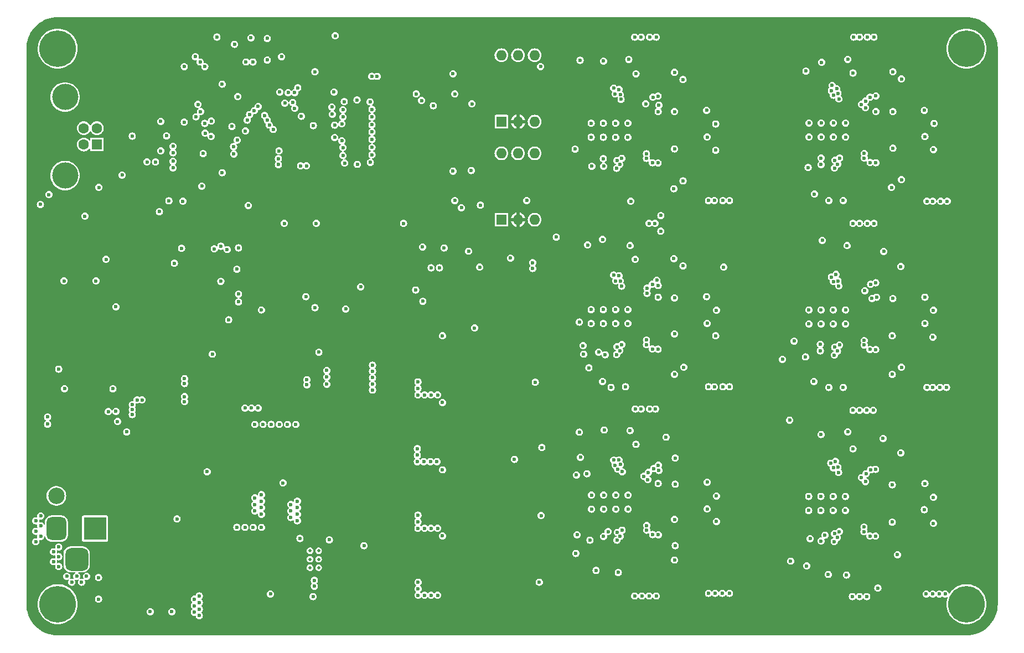
<source format=gbr>
G04 #@! TF.GenerationSoftware,KiCad,Pcbnew,7.0.2-0*
G04 #@! TF.CreationDate,2023-12-22T12:06:10-05:00*
G04 #@! TF.ProjectId,mobo,6d6f626f-2e6b-4696-9361-645f70636258,REV05*
G04 #@! TF.SameCoordinates,Original*
G04 #@! TF.FileFunction,Copper,L2,Inr*
G04 #@! TF.FilePolarity,Positive*
%FSLAX46Y46*%
G04 Gerber Fmt 4.6, Leading zero omitted, Abs format (unit mm)*
G04 Created by KiCad (PCBNEW 7.0.2-0) date 2023-12-22 12:06:10*
%MOMM*%
%LPD*%
G01*
G04 APERTURE LIST*
G04 Aperture macros list*
%AMRoundRect*
0 Rectangle with rounded corners*
0 $1 Rounding radius*
0 $2 $3 $4 $5 $6 $7 $8 $9 X,Y pos of 4 corners*
0 Add a 4 corners polygon primitive as box body*
4,1,4,$2,$3,$4,$5,$6,$7,$8,$9,$2,$3,0*
0 Add four circle primitives for the rounded corners*
1,1,$1+$1,$2,$3*
1,1,$1+$1,$4,$5*
1,1,$1+$1,$6,$7*
1,1,$1+$1,$8,$9*
0 Add four rect primitives between the rounded corners*
20,1,$1+$1,$2,$3,$4,$5,0*
20,1,$1+$1,$4,$5,$6,$7,0*
20,1,$1+$1,$6,$7,$8,$9,0*
20,1,$1+$1,$8,$9,$2,$3,0*%
G04 Aperture macros list end*
G04 #@! TA.AperFunction,ComponentPad*
%ADD10C,5.600000*%
G04 #@! TD*
G04 #@! TA.AperFunction,ComponentPad*
%ADD11R,1.600000X1.600000*%
G04 #@! TD*
G04 #@! TA.AperFunction,ComponentPad*
%ADD12O,1.600000X1.600000*%
G04 #@! TD*
G04 #@! TA.AperFunction,ComponentPad*
%ADD13R,3.500000X3.500000*%
G04 #@! TD*
G04 #@! TA.AperFunction,ComponentPad*
%ADD14C,2.500000*%
G04 #@! TD*
G04 #@! TA.AperFunction,ComponentPad*
%ADD15RoundRect,0.750000X-0.750000X-1.000000X0.750000X-1.000000X0.750000X1.000000X-0.750000X1.000000X0*%
G04 #@! TD*
G04 #@! TA.AperFunction,ComponentPad*
%ADD16RoundRect,0.875000X-0.875000X-0.875000X0.875000X-0.875000X0.875000X0.875000X-0.875000X0.875000X0*%
G04 #@! TD*
G04 #@! TA.AperFunction,ComponentPad*
%ADD17C,1.600000*%
G04 #@! TD*
G04 #@! TA.AperFunction,ComponentPad*
%ADD18C,4.000000*%
G04 #@! TD*
G04 #@! TA.AperFunction,ComponentPad*
%ADD19C,0.600000*%
G04 #@! TD*
G04 #@! TA.AperFunction,ComponentPad*
%ADD20C,0.500000*%
G04 #@! TD*
G04 #@! TA.AperFunction,ViaPad*
%ADD21C,0.600000*%
G04 #@! TD*
G04 APERTURE END LIST*
D10*
X71600000Y-55000000D03*
D11*
X139475000Y-66187500D03*
D12*
X142015000Y-66187500D03*
X144555000Y-66187500D03*
X144555000Y-56027500D03*
X142015000Y-56027500D03*
X139475000Y-56027500D03*
D13*
X77300000Y-128437500D03*
D14*
X71400000Y-128437500D03*
D15*
X71400000Y-128437500D03*
D16*
X74500000Y-133137500D03*
D14*
X71400000Y-123437500D03*
D11*
X77587500Y-69675000D03*
D17*
X77587500Y-67175000D03*
X75587500Y-67175000D03*
X75587500Y-69675000D03*
D18*
X72727500Y-74425000D03*
X72727500Y-62425000D03*
D19*
X192100000Y-94987500D03*
X190233333Y-94987500D03*
X188366667Y-94987500D03*
X186500000Y-94987500D03*
X192100000Y-97137500D03*
X190233333Y-97137500D03*
X188366667Y-97137500D03*
X186500000Y-97137500D03*
X186525000Y-68537500D03*
X188391667Y-68537500D03*
X190258333Y-68537500D03*
X192125000Y-68537500D03*
X186525000Y-66387500D03*
X188391667Y-66387500D03*
X190258333Y-66387500D03*
X192125000Y-66387500D03*
D10*
X210600000Y-140000000D03*
D19*
X192075000Y-123525000D03*
X190208333Y-123525000D03*
X188341667Y-123525000D03*
X186475000Y-123525000D03*
X192075000Y-125675000D03*
X190208333Y-125675000D03*
X188341667Y-125675000D03*
X186475000Y-125675000D03*
D20*
X110200000Y-131835000D03*
X110200000Y-133135000D03*
X110200000Y-134435000D03*
X111500000Y-131835000D03*
X111500000Y-133135000D03*
X111500000Y-134435000D03*
D19*
X158850000Y-123312500D03*
X156983333Y-123312500D03*
X155116667Y-123312500D03*
X153250000Y-123312500D03*
X158850000Y-125462500D03*
X156983333Y-125462500D03*
X155116667Y-125462500D03*
X153250000Y-125462500D03*
X158800000Y-66425000D03*
X156933333Y-66425000D03*
X155066667Y-66425000D03*
X153200000Y-66425000D03*
X158800000Y-68575000D03*
X156933333Y-68575000D03*
X155066667Y-68575000D03*
X153200000Y-68575000D03*
X158800000Y-94925000D03*
X156933333Y-94925000D03*
X155066667Y-94925000D03*
X153200000Y-94925000D03*
X158800000Y-97075000D03*
X156933333Y-97075000D03*
X155066667Y-97075000D03*
X153200000Y-97075000D03*
D10*
X71600000Y-140000000D03*
D11*
X139475000Y-81187500D03*
D12*
X142015000Y-81187500D03*
X144555000Y-81187500D03*
X144555000Y-71027500D03*
X142015000Y-71027500D03*
X139475000Y-71027500D03*
D10*
X210600000Y-55000000D03*
D21*
X163150000Y-138750000D03*
X151950000Y-100450000D03*
X70050000Y-111350000D03*
X93250000Y-138750000D03*
X171150000Y-78250000D03*
X207650000Y-78350000D03*
X194250000Y-81750000D03*
X199350000Y-64650000D03*
X189550000Y-78250000D03*
X165950000Y-98650000D03*
X186150000Y-134150000D03*
X92500000Y-140250000D03*
X126700000Y-127400000D03*
X187350000Y-77250000D03*
X113975000Y-66710000D03*
X77850000Y-135950000D03*
X105450000Y-70650000D03*
X92500000Y-139250000D03*
X101750000Y-125750000D03*
X85250000Y-72350000D03*
X135350000Y-97750000D03*
X93250000Y-139750000D03*
X115225000Y-64360000D03*
X167250000Y-88250000D03*
X126712500Y-136650000D03*
X189550000Y-106850000D03*
X119425000Y-72410000D03*
X85750000Y-141150000D03*
X145250000Y-136650000D03*
X102750000Y-123250000D03*
X101750000Y-112500000D03*
X119675000Y-64310000D03*
X98650000Y-54350000D03*
X136250000Y-78950000D03*
X68950000Y-78850000D03*
X195350000Y-138850000D03*
X165950000Y-70350000D03*
X151550000Y-117550000D03*
X162050000Y-81750000D03*
X173350000Y-106750000D03*
X205450000Y-106850000D03*
X115475000Y-72510000D03*
X92500000Y-141250000D03*
X119675000Y-68910000D03*
X70050000Y-112450000D03*
X73750000Y-136650000D03*
X79350000Y-110550000D03*
X115225000Y-65460000D03*
X199350000Y-93250000D03*
X119675000Y-71260000D03*
X127712500Y-138650000D03*
X68250000Y-130450000D03*
X108250000Y-125250000D03*
X99150000Y-62350000D03*
X126600000Y-118200000D03*
X171150000Y-138350000D03*
X165950000Y-127050000D03*
X164650000Y-114450000D03*
X119750000Y-103450000D03*
X193350000Y-53250000D03*
X163850000Y-82950000D03*
X193250000Y-116250000D03*
X83000000Y-109500000D03*
X99000000Y-128250000D03*
X126600000Y-116200000D03*
X109550000Y-92950000D03*
X160850000Y-53250000D03*
X99000000Y-88750000D03*
X83000000Y-111000000D03*
X174350000Y-106750000D03*
X101750000Y-124750000D03*
X91000000Y-105500000D03*
X101250000Y-110000000D03*
X163150000Y-53250000D03*
X130450000Y-119450000D03*
X165850000Y-87150000D03*
X193150000Y-138850000D03*
X165950000Y-58650000D03*
X160950000Y-138750000D03*
X192350000Y-85150000D03*
X117375000Y-62860000D03*
X205450000Y-78350000D03*
X172050000Y-106750000D03*
X106750000Y-112500000D03*
X69000000Y-128000000D03*
X130450000Y-109150000D03*
X77850000Y-139250000D03*
X152550000Y-120050000D03*
X162950000Y-81750000D03*
X126712500Y-137650000D03*
X199250000Y-127450000D03*
X115425000Y-63110000D03*
X199250000Y-98950000D03*
X158950000Y-56650000D03*
X165950000Y-93150000D03*
X128600000Y-118200000D03*
X197050000Y-137550000D03*
X144250000Y-87750000D03*
X83750000Y-108750000D03*
X127700000Y-128400000D03*
X71750000Y-132750000D03*
X204550000Y-106850000D03*
X69000000Y-129650000D03*
X126700000Y-126400000D03*
X167250000Y-75250000D03*
X91000000Y-109000000D03*
X113975000Y-68610000D03*
X115075000Y-69110000D03*
X81450000Y-74350000D03*
X86550000Y-72350000D03*
X97750000Y-96500000D03*
X102750000Y-128250000D03*
X103000000Y-112500000D03*
X69000000Y-126500000D03*
X163850000Y-80550000D03*
X128700000Y-128400000D03*
X108750000Y-72950000D03*
X126700000Y-108000000D03*
X195450000Y-81750000D03*
X117425000Y-72710000D03*
X194250000Y-110350000D03*
X103650000Y-56750000D03*
X113600000Y-65050000D03*
X100250000Y-110000000D03*
X93250000Y-141750000D03*
X102750000Y-126250000D03*
X134850000Y-73650000D03*
X193250000Y-110350000D03*
X206550000Y-106850000D03*
X99250000Y-93750000D03*
X173350000Y-78250000D03*
X120450000Y-59250000D03*
X167350000Y-103750000D03*
X89250000Y-69950000D03*
X72650000Y-107050000D03*
X167250000Y-59750000D03*
X75250000Y-136650000D03*
X174350000Y-78250000D03*
X74500000Y-135750000D03*
X159850000Y-53250000D03*
X115225000Y-70160000D03*
X153950000Y-134850000D03*
X111150000Y-81750000D03*
X119650000Y-59250000D03*
X166050000Y-117650000D03*
X165950000Y-133250000D03*
X133350000Y-79350000D03*
X112750000Y-105250000D03*
X100250000Y-128250000D03*
X107250000Y-124750000D03*
X165950000Y-104850000D03*
X107250000Y-125750000D03*
X126700000Y-106000000D03*
X134950000Y-63450000D03*
X95950000Y-53250000D03*
X91000000Y-108250000D03*
X118450000Y-131050000D03*
X199350000Y-58550000D03*
X115075000Y-66510000D03*
X124500000Y-81750000D03*
X189450000Y-135450000D03*
X90750000Y-78350000D03*
X119750000Y-105350000D03*
X102750000Y-124250000D03*
X119375000Y-63160000D03*
X136150000Y-88450000D03*
X172050000Y-78250000D03*
X126450000Y-61950000D03*
X115650000Y-94850000D03*
X129700000Y-128400000D03*
X73000000Y-135750000D03*
X206450000Y-138450000D03*
X132350000Y-61950000D03*
X110850000Y-137250000D03*
X130450000Y-129550000D03*
X162150000Y-53250000D03*
X128700000Y-108000000D03*
X144650000Y-106050000D03*
X127450000Y-93650000D03*
X126712500Y-138650000D03*
X191750000Y-106850000D03*
X145650000Y-116050000D03*
X119675000Y-65460000D03*
X126350000Y-91950000D03*
X204450000Y-138450000D03*
X115225000Y-71360000D03*
X172150000Y-138350000D03*
X70950000Y-133500000D03*
X93050000Y-63550000D03*
X132350000Y-78250000D03*
X145550000Y-126450000D03*
X104250000Y-112500000D03*
X106250000Y-81750000D03*
X166050000Y-121650000D03*
X113550000Y-63950000D03*
X197850000Y-114650000D03*
X144250000Y-88650000D03*
X187250000Y-105950000D03*
X171150000Y-106750000D03*
X132050000Y-58850000D03*
X200650000Y-59650000D03*
X119675000Y-70110000D03*
X104150000Y-138450000D03*
X89250000Y-72250000D03*
X88250000Y-68350000D03*
X84500000Y-108750000D03*
X205450000Y-138450000D03*
X173250000Y-138350000D03*
X206650000Y-78350000D03*
X91000000Y-106250000D03*
X199250000Y-104850000D03*
X89050000Y-141150000D03*
X127700000Y-108000000D03*
X70950000Y-132000000D03*
X108000000Y-112500000D03*
X200050000Y-132450000D03*
X102250000Y-110000000D03*
X166050000Y-131050000D03*
X140850000Y-87050000D03*
X200650000Y-103750000D03*
X200550000Y-116850000D03*
X174350000Y-138350000D03*
X77450000Y-90550000D03*
X71750000Y-104050000D03*
X94450000Y-119750000D03*
X95250000Y-101750000D03*
X156250000Y-106850000D03*
X192250000Y-135550000D03*
X194250000Y-53250000D03*
X193250000Y-81750000D03*
X165950000Y-64650000D03*
X159250000Y-78350000D03*
X199150000Y-76250000D03*
X119675000Y-66660000D03*
X80750000Y-112050000D03*
X129600000Y-118200000D03*
X200550000Y-88350000D03*
X159150000Y-85150000D03*
X163050000Y-110150000D03*
X101500000Y-128250000D03*
X112750000Y-104250000D03*
X119750000Y-104350000D03*
X199350000Y-70250000D03*
X112750000Y-106350000D03*
X83000000Y-110250000D03*
X194250000Y-138850000D03*
X101750000Y-123750000D03*
X68250000Y-128850000D03*
X196350000Y-110350000D03*
X89250000Y-70950000D03*
X126700000Y-107000000D03*
X117950000Y-91450000D03*
X111550000Y-101450000D03*
X127600000Y-118200000D03*
X199250000Y-121750000D03*
X157350000Y-135150000D03*
X204550000Y-78350000D03*
X159150000Y-113450000D03*
X70250000Y-77350000D03*
X108250000Y-126250000D03*
X191750000Y-78250000D03*
X119750000Y-107250000D03*
X119675000Y-67760000D03*
X196450000Y-81750000D03*
X103650000Y-53450000D03*
X162150000Y-110150000D03*
X108250000Y-127250000D03*
X72550000Y-90550000D03*
X89850000Y-126950000D03*
X132050000Y-73750000D03*
X108850000Y-65350000D03*
X68250000Y-127250000D03*
X100750000Y-79000000D03*
X102750000Y-125250000D03*
X106350000Y-63350000D03*
X159850000Y-138750000D03*
X196450000Y-53250000D03*
X130450000Y-98950000D03*
X128712500Y-138650000D03*
X93250000Y-140750000D03*
X126600000Y-117200000D03*
X143350000Y-78250000D03*
X129712500Y-138650000D03*
X126700000Y-128400000D03*
X71750000Y-134250000D03*
X195450000Y-53250000D03*
X71750000Y-131250000D03*
X96550000Y-85250000D03*
X107250000Y-126750000D03*
X160850000Y-110150000D03*
X105500000Y-112500000D03*
X162050000Y-138750000D03*
X207350000Y-138450000D03*
X173450000Y-88450000D03*
X129700000Y-108000000D03*
X101150000Y-53350000D03*
X192450000Y-56650000D03*
X158450000Y-106750000D03*
X195350000Y-110350000D03*
X119750000Y-106350000D03*
X150950000Y-120250000D03*
X108250000Y-124250000D03*
X76000000Y-135750000D03*
X207550000Y-106850000D03*
X165850000Y-76450000D03*
X200650000Y-75050000D03*
X102750000Y-95000000D03*
X159950000Y-110150000D03*
X109650000Y-72950000D03*
X192450000Y-113650000D03*
X154950000Y-105950000D03*
X197950000Y-86050000D03*
X110850000Y-136350000D03*
X141450000Y-117850000D03*
X89250000Y-73250000D03*
X87350000Y-66150000D03*
X87350000Y-70650000D03*
X190550000Y-113650000D03*
X119450000Y-62350000D03*
X153050000Y-101750000D03*
X155350000Y-74050000D03*
X87750000Y-107500000D03*
X157150000Y-113650000D03*
X100975000Y-81225000D03*
X85950000Y-108500000D03*
X157150000Y-85250000D03*
X116550000Y-81750000D03*
X136250000Y-71050000D03*
X85950000Y-106500000D03*
X188950000Y-131150000D03*
X86850000Y-106950000D03*
X190450000Y-56850000D03*
X87790000Y-72650000D03*
X87750000Y-106500000D03*
X190350000Y-85150000D03*
X136450000Y-55250000D03*
X134350000Y-90650000D03*
X133950000Y-76150000D03*
X188650000Y-102450000D03*
X113650000Y-62850000D03*
X157050000Y-56850000D03*
X155550000Y-130650000D03*
X86850000Y-108050000D03*
X82350000Y-102600000D03*
X87750000Y-108500000D03*
X85950000Y-107500000D03*
X188850000Y-73850000D03*
X151400000Y-113687500D03*
X186050000Y-58450000D03*
X159950000Y-87250000D03*
X160050000Y-58850000D03*
X160050000Y-115550000D03*
X193250000Y-58750000D03*
X152650000Y-85050000D03*
X80500000Y-110500000D03*
X151500000Y-56800000D03*
X204250000Y-68450000D03*
X205550000Y-70450000D03*
X205650000Y-66450000D03*
X204150000Y-64450000D03*
X89450000Y-87850000D03*
X96550000Y-90600000D03*
X99250000Y-92550000D03*
X80050000Y-107050000D03*
X110650000Y-138850000D03*
X106050000Y-121450000D03*
X75750000Y-80650000D03*
X108650000Y-129950000D03*
X113150000Y-130150000D03*
X170950000Y-68550000D03*
X172250000Y-70550000D03*
X172250000Y-66550000D03*
X170850000Y-64450000D03*
X170950000Y-97050000D03*
X172250000Y-98950000D03*
X172350000Y-95050000D03*
X170850000Y-92950000D03*
X204150000Y-125550000D03*
X205550000Y-127650000D03*
X205550000Y-123650000D03*
X204250000Y-121550000D03*
X204250000Y-97050000D03*
X205450000Y-99150000D03*
X205550000Y-95050000D03*
X204250000Y-93050000D03*
X170950000Y-125450000D03*
X172350000Y-127350000D03*
X172350000Y-123450000D03*
X170950000Y-121350000D03*
X93850000Y-71050000D03*
X93650000Y-76050000D03*
X88600000Y-78300000D03*
X87150000Y-79950000D03*
X188450000Y-57100000D03*
X77900000Y-76250000D03*
X83000000Y-68400000D03*
X107550000Y-63250000D03*
X127250000Y-62950000D03*
X129050000Y-63750000D03*
X107850000Y-64150000D03*
X145450000Y-57750000D03*
X96750000Y-60450000D03*
X114050000Y-53050000D03*
X155075000Y-56925000D03*
X94100000Y-57750000D03*
X152850000Y-103850000D03*
X113850000Y-61650000D03*
X110950000Y-58550000D03*
X154950000Y-84200000D03*
X103650000Y-65950000D03*
X183712500Y-133412500D03*
X188350000Y-114050000D03*
X103250000Y-65250000D03*
X184250000Y-99750000D03*
X106850000Y-61750000D03*
X105550000Y-61650000D03*
X188550000Y-84350000D03*
X150850000Y-132250000D03*
X100950000Y-65100000D03*
X100600000Y-65950000D03*
X134450000Y-86000000D03*
X147850000Y-83850000D03*
X155200000Y-113350000D03*
X90950000Y-66250000D03*
X90950000Y-57750000D03*
X188350000Y-71750000D03*
X92650000Y-56250000D03*
X188350000Y-72750000D03*
X93400000Y-57050000D03*
X105350000Y-71850000D03*
X154350000Y-101450000D03*
X105350000Y-72750000D03*
X155350000Y-101850000D03*
X188250000Y-101250000D03*
X108314987Y-61014987D03*
X99050000Y-69000000D03*
X182450000Y-102550000D03*
X103974500Y-66700000D03*
X188350000Y-130350000D03*
X110950000Y-94650000D03*
X99250000Y-85500000D03*
X95100000Y-66100000D03*
X183550000Y-111850000D03*
X151050000Y-129400000D03*
X100300000Y-67600000D03*
X155800000Y-128900000D03*
X102250000Y-63850000D03*
X101650000Y-64500000D03*
X155075000Y-129650000D03*
X104578116Y-67378116D03*
X188950000Y-129450000D03*
X101462750Y-57062750D03*
X155100000Y-73000000D03*
X100400000Y-57050000D03*
X155050000Y-71850000D03*
X188250000Y-100250000D03*
X107850000Y-61750000D03*
X151400000Y-96850000D03*
X98250000Y-66900000D03*
X94100000Y-66450000D03*
X150750000Y-70375000D03*
X191200000Y-71762500D03*
X190900000Y-72687500D03*
X196750000Y-72462500D03*
X190475000Y-72087500D03*
X190425000Y-73287500D03*
X194975000Y-71762500D03*
X194975000Y-71062500D03*
X195875000Y-72437500D03*
X190250000Y-62150000D03*
X191100000Y-62712500D03*
X195850000Y-62450000D03*
X194550000Y-63550000D03*
X196750000Y-64650000D03*
X195150000Y-63050000D03*
X189950000Y-61450000D03*
X190050000Y-60650000D03*
X190950000Y-61850000D03*
X190750000Y-61150000D03*
X196750000Y-62237500D03*
X195150000Y-64050000D03*
X161650000Y-71800000D03*
X162550000Y-72475000D03*
X163425000Y-72500000D03*
X157100000Y-73325000D03*
X161650000Y-71100000D03*
X157150000Y-72125000D03*
X157575000Y-72725000D03*
X157875000Y-71800000D03*
X156650000Y-61050000D03*
X156850000Y-61950000D03*
X163550000Y-63650000D03*
X157450000Y-61250000D03*
X163450000Y-64650000D03*
X162650000Y-62450000D03*
X157775000Y-62750000D03*
X157650000Y-62050000D03*
X161550000Y-63450000D03*
X163425000Y-62275000D03*
X161650000Y-99600000D03*
X157575000Y-101225000D03*
X157875000Y-100300000D03*
X157100000Y-101825000D03*
X157150000Y-100625000D03*
X163425000Y-101000000D03*
X161650000Y-100300000D03*
X162550000Y-100975000D03*
X161750000Y-92450000D03*
X157850000Y-91350000D03*
X163450000Y-91250000D03*
X156950000Y-90550000D03*
X157450000Y-89750000D03*
X162550000Y-91050000D03*
X161750000Y-91650000D03*
X163250000Y-90450000D03*
X163450000Y-93050000D03*
X156650000Y-89650000D03*
X157650000Y-90550000D03*
X194925000Y-128900000D03*
X190375000Y-130425000D03*
X195825000Y-129575000D03*
X191150000Y-128900000D03*
X196700000Y-129600000D03*
X194925000Y-128200000D03*
X190425000Y-129225000D03*
X190850000Y-129825000D03*
X195950000Y-119450000D03*
X195150000Y-121250000D03*
X191050000Y-119850000D03*
X190950000Y-119050000D03*
X195250000Y-120050000D03*
X189850000Y-118450000D03*
X190550000Y-118150000D03*
X190250000Y-119150000D03*
X194550000Y-120650000D03*
X196700000Y-119375000D03*
X190875000Y-101287500D03*
X194950000Y-99662500D03*
X191175000Y-100362500D03*
X196725000Y-101062500D03*
X194950000Y-100362500D03*
X190400000Y-101887500D03*
X190450000Y-100687500D03*
X195850000Y-101037500D03*
X196150000Y-93250000D03*
X191075000Y-91312500D03*
X195050000Y-92050000D03*
X196850000Y-93050000D03*
X195950000Y-91050000D03*
X190650000Y-89550000D03*
X190250000Y-90650000D03*
X196725000Y-90837500D03*
X190950000Y-90550000D03*
X189950000Y-89950000D03*
X161700000Y-128687500D03*
X161700000Y-127987500D03*
X157150000Y-130212500D03*
X157625000Y-129612500D03*
X157925000Y-128687500D03*
X163475000Y-129387500D03*
X157200000Y-129012500D03*
X162600000Y-129362500D03*
X157450000Y-117950000D03*
X161250000Y-120450000D03*
X161850000Y-120950000D03*
X161950000Y-119850000D03*
X163550000Y-119550000D03*
X163475000Y-118750000D03*
X157250000Y-119350000D03*
X156850000Y-118750000D03*
X156650000Y-117950000D03*
X162750000Y-119250000D03*
X163450000Y-121550000D03*
X157950000Y-119750000D03*
X157650000Y-118650000D03*
X92750000Y-65450000D03*
X129997500Y-88550000D03*
X128712500Y-88550000D03*
X93450000Y-64650000D03*
X127412500Y-85350000D03*
X98500000Y-70000000D03*
X130700000Y-85500000D03*
X98525000Y-71125000D03*
X186387500Y-73187500D03*
X153293750Y-72993750D03*
X152050000Y-101750000D03*
X186681250Y-129981250D03*
X185975000Y-102175000D03*
X153012500Y-130212500D03*
X82150000Y-113650000D03*
X94150000Y-67950000D03*
X95550000Y-85650000D03*
X79000000Y-87250000D03*
X110700000Y-66800000D03*
X96750000Y-74000000D03*
X109700000Y-105650000D03*
X109700000Y-106450000D03*
X80500000Y-94500000D03*
X105850000Y-56250000D03*
X90550000Y-85550000D03*
X95050000Y-68450000D03*
X97500000Y-85750000D03*
G04 #@! TA.AperFunction,Conductor*
G36*
X210601351Y-50200559D02*
G01*
X211015593Y-50218645D01*
X211021011Y-50219120D01*
X211430728Y-50273060D01*
X211436063Y-50274000D01*
X211839566Y-50363454D01*
X211844791Y-50364855D01*
X212238928Y-50489126D01*
X212244042Y-50490987D01*
X212625840Y-50649134D01*
X212630770Y-50651432D01*
X212997338Y-50842255D01*
X213002038Y-50844968D01*
X213289636Y-51028189D01*
X213350571Y-51067009D01*
X213355038Y-51070136D01*
X213682900Y-51321713D01*
X213687076Y-51325218D01*
X213991746Y-51604397D01*
X213995602Y-51608253D01*
X214274781Y-51912923D01*
X214278286Y-51917099D01*
X214529863Y-52244961D01*
X214532990Y-52249428D01*
X214661168Y-52450627D01*
X214736668Y-52569138D01*
X214755024Y-52597950D01*
X214757748Y-52602668D01*
X214815531Y-52713669D01*
X214948564Y-52969224D01*
X214950868Y-52974165D01*
X215109010Y-53355952D01*
X215110875Y-53361076D01*
X215235141Y-53755198D01*
X215236548Y-53760449D01*
X215325994Y-54163908D01*
X215326940Y-54169277D01*
X215380878Y-54578981D01*
X215381354Y-54584413D01*
X215384640Y-54659665D01*
X215399158Y-54992200D01*
X215399440Y-54998647D01*
X215399499Y-55001373D01*
X215399500Y-129977409D01*
X215399500Y-139998625D01*
X215399441Y-140001351D01*
X215381354Y-140415586D01*
X215380878Y-140421018D01*
X215326940Y-140830722D01*
X215325995Y-140836085D01*
X215236550Y-141239545D01*
X215235141Y-141244801D01*
X215110875Y-141638923D01*
X215109010Y-141644047D01*
X214950868Y-142025834D01*
X214948564Y-142030775D01*
X214757750Y-142397327D01*
X214755024Y-142402049D01*
X214532990Y-142750571D01*
X214529863Y-142755038D01*
X214278286Y-143082900D01*
X214274781Y-143087076D01*
X213995602Y-143391746D01*
X213991746Y-143395602D01*
X213687076Y-143674781D01*
X213682900Y-143678286D01*
X213355038Y-143929863D01*
X213350571Y-143932990D01*
X213002049Y-144155024D01*
X212997327Y-144157750D01*
X212630775Y-144348564D01*
X212625834Y-144350868D01*
X212244047Y-144509010D01*
X212238923Y-144510875D01*
X211844801Y-144635141D01*
X211839545Y-144636550D01*
X211436085Y-144725995D01*
X211430722Y-144726940D01*
X211021018Y-144780878D01*
X211015586Y-144781354D01*
X210601351Y-144799441D01*
X210598625Y-144799500D01*
X71601375Y-144799500D01*
X71598649Y-144799441D01*
X71184413Y-144781354D01*
X71178981Y-144780878D01*
X70769277Y-144726940D01*
X70763918Y-144725995D01*
X70360449Y-144636548D01*
X70355198Y-144635141D01*
X69961076Y-144510875D01*
X69955952Y-144509010D01*
X69574165Y-144350868D01*
X69569224Y-144348564D01*
X69368024Y-144243826D01*
X69202668Y-144157748D01*
X69197950Y-144155024D01*
X68849428Y-143932990D01*
X68844961Y-143929863D01*
X68517099Y-143678286D01*
X68512923Y-143674781D01*
X68208253Y-143395602D01*
X68204397Y-143391746D01*
X67925218Y-143087076D01*
X67921713Y-143082900D01*
X67885874Y-143036194D01*
X67670136Y-142755038D01*
X67667009Y-142750571D01*
X67612070Y-142664334D01*
X67444968Y-142402038D01*
X67442255Y-142397338D01*
X67251432Y-142030770D01*
X67249131Y-142025834D01*
X67199597Y-141906250D01*
X67090987Y-141644042D01*
X67089124Y-141638923D01*
X67086582Y-141630861D01*
X66964855Y-141244791D01*
X66963454Y-141239566D01*
X66874000Y-140836063D01*
X66873059Y-140830722D01*
X66864952Y-140769139D01*
X66819120Y-140421011D01*
X66818645Y-140415586D01*
X66815511Y-140343817D01*
X66800559Y-140001351D01*
X66800530Y-140000000D01*
X68544693Y-140000000D01*
X68544791Y-140001745D01*
X68563805Y-140340334D01*
X68563806Y-140340344D01*
X68563904Y-140342086D01*
X68564197Y-140343815D01*
X68564198Y-140343817D01*
X68621002Y-140678143D01*
X68621004Y-140678152D01*
X68621296Y-140679870D01*
X68621778Y-140681543D01*
X68621781Y-140681556D01*
X68711406Y-140992648D01*
X68716147Y-141009104D01*
X68716819Y-141010726D01*
X68716821Y-141010732D01*
X68819309Y-141258158D01*
X68847264Y-141325648D01*
X68848113Y-141327184D01*
X69012148Y-141623984D01*
X69012152Y-141623991D01*
X69012998Y-141625521D01*
X69014005Y-141626940D01*
X69014008Y-141626945D01*
X69087740Y-141730861D01*
X69211265Y-141904953D01*
X69439572Y-142160428D01*
X69695047Y-142388735D01*
X69974479Y-142587002D01*
X70274352Y-142752736D01*
X70590896Y-142883853D01*
X70920130Y-142978704D01*
X71257914Y-143036096D01*
X71600000Y-143055307D01*
X71942086Y-143036096D01*
X72279870Y-142978704D01*
X72609104Y-142883853D01*
X72925648Y-142752736D01*
X73225521Y-142587002D01*
X73504953Y-142388735D01*
X73760428Y-142160428D01*
X73988735Y-141904953D01*
X74187002Y-141625521D01*
X74352736Y-141325648D01*
X74425492Y-141149999D01*
X85194750Y-141149999D01*
X85213669Y-141293707D01*
X85269138Y-141427624D01*
X85357378Y-141542621D01*
X85440355Y-141606291D01*
X85472375Y-141630861D01*
X85606291Y-141686330D01*
X85750000Y-141705250D01*
X85893709Y-141686330D01*
X86027625Y-141630861D01*
X86142621Y-141542621D01*
X86230861Y-141427625D01*
X86286330Y-141293709D01*
X86305250Y-141150000D01*
X88494750Y-141150000D01*
X88513669Y-141293707D01*
X88569138Y-141427624D01*
X88657378Y-141542621D01*
X88740355Y-141606291D01*
X88772375Y-141630861D01*
X88906291Y-141686330D01*
X89050000Y-141705250D01*
X89193709Y-141686330D01*
X89327625Y-141630861D01*
X89442621Y-141542621D01*
X89530861Y-141427625D01*
X89586330Y-141293709D01*
X89592085Y-141249999D01*
X91944750Y-141249999D01*
X91963669Y-141393707D01*
X92019138Y-141527624D01*
X92107378Y-141642621D01*
X92164341Y-141686330D01*
X92222375Y-141730861D01*
X92356291Y-141786330D01*
X92500000Y-141805250D01*
X92636618Y-141787263D01*
X92682821Y-141799643D01*
X92706739Y-141841069D01*
X92713669Y-141893707D01*
X92769138Y-142027624D01*
X92857378Y-142142621D01*
X92972374Y-142230860D01*
X92972375Y-142230861D01*
X93106291Y-142286330D01*
X93250000Y-142305250D01*
X93393709Y-142286330D01*
X93527625Y-142230861D01*
X93642621Y-142142621D01*
X93730861Y-142027625D01*
X93786330Y-141893709D01*
X93805250Y-141750000D01*
X93786330Y-141606291D01*
X93730861Y-141472375D01*
X93642621Y-141357379D01*
X93642619Y-141357378D01*
X93642619Y-141357377D01*
X93567303Y-141299585D01*
X93543385Y-141258158D01*
X93555765Y-141211953D01*
X93567303Y-141200415D01*
X93584726Y-141187045D01*
X93642621Y-141142621D01*
X93730861Y-141027625D01*
X93786330Y-140893709D01*
X93805250Y-140750000D01*
X93786330Y-140606291D01*
X93730861Y-140472375D01*
X93642621Y-140357379D01*
X93642619Y-140357378D01*
X93642619Y-140357377D01*
X93567303Y-140299585D01*
X93543385Y-140258158D01*
X93555765Y-140211953D01*
X93567303Y-140200415D01*
X93584726Y-140187045D01*
X93642621Y-140142621D01*
X93730861Y-140027625D01*
X93786330Y-139893709D01*
X93805250Y-139750000D01*
X93786330Y-139606291D01*
X93730861Y-139472375D01*
X93642621Y-139357379D01*
X93642619Y-139357378D01*
X93642619Y-139357377D01*
X93567303Y-139299585D01*
X93543385Y-139258158D01*
X93555765Y-139211953D01*
X93567303Y-139200415D01*
X93585659Y-139186330D01*
X93642621Y-139142621D01*
X93730861Y-139027625D01*
X93786330Y-138893709D01*
X93805250Y-138750000D01*
X93786330Y-138606291D01*
X93730861Y-138472375D01*
X93713692Y-138450000D01*
X103594750Y-138450000D01*
X103613669Y-138593707D01*
X103669138Y-138727624D01*
X103757378Y-138842621D01*
X103838997Y-138905249D01*
X103872375Y-138930861D01*
X104006291Y-138986330D01*
X104150000Y-139005250D01*
X104293709Y-138986330D01*
X104427625Y-138930861D01*
X104533005Y-138850000D01*
X110094750Y-138850000D01*
X110113669Y-138993707D01*
X110169138Y-139127624D01*
X110257378Y-139242621D01*
X110372374Y-139330861D01*
X110372375Y-139330861D01*
X110506291Y-139386330D01*
X110650000Y-139405250D01*
X110793709Y-139386330D01*
X110927625Y-139330861D01*
X111042621Y-139242621D01*
X111130861Y-139127625D01*
X111186330Y-138993709D01*
X111205250Y-138850000D01*
X111186330Y-138706291D01*
X111163013Y-138649999D01*
X126157250Y-138649999D01*
X126176169Y-138793707D01*
X126231638Y-138927624D01*
X126319878Y-139042621D01*
X126394802Y-139100112D01*
X126434875Y-139130861D01*
X126568791Y-139186330D01*
X126712500Y-139205250D01*
X126856209Y-139186330D01*
X126990125Y-139130861D01*
X127105121Y-139042621D01*
X127162914Y-138967303D01*
X127204342Y-138943385D01*
X127250547Y-138955765D01*
X127262085Y-138967303D01*
X127287260Y-139000112D01*
X127319879Y-139042621D01*
X127434875Y-139130861D01*
X127568791Y-139186330D01*
X127712500Y-139205250D01*
X127856209Y-139186330D01*
X127990125Y-139130861D01*
X128105121Y-139042621D01*
X128162915Y-138967302D01*
X128204340Y-138943385D01*
X128250546Y-138955765D01*
X128262083Y-138967302D01*
X128319876Y-139042619D01*
X128350721Y-139066287D01*
X128434875Y-139130861D01*
X128568791Y-139186330D01*
X128712500Y-139205250D01*
X128856209Y-139186330D01*
X128990125Y-139130861D01*
X129105121Y-139042621D01*
X129162914Y-138967303D01*
X129204342Y-138943385D01*
X129250547Y-138955765D01*
X129262085Y-138967303D01*
X129287260Y-139000112D01*
X129319879Y-139042621D01*
X129434875Y-139130861D01*
X129568791Y-139186330D01*
X129712500Y-139205250D01*
X129856209Y-139186330D01*
X129990125Y-139130861D01*
X130105121Y-139042621D01*
X130193361Y-138927625D01*
X130248830Y-138793709D01*
X130254585Y-138749999D01*
X159294750Y-138749999D01*
X159313669Y-138893707D01*
X159369138Y-139027624D01*
X159457378Y-139142621D01*
X159514341Y-139186330D01*
X159572375Y-139230861D01*
X159706291Y-139286330D01*
X159850000Y-139305250D01*
X159993709Y-139286330D01*
X160127625Y-139230861D01*
X160242621Y-139142621D01*
X160330861Y-139027625D01*
X160342257Y-139000111D01*
X160376082Y-138966287D01*
X160423917Y-138966286D01*
X160457743Y-139000112D01*
X160469138Y-139027624D01*
X160557378Y-139142621D01*
X160614341Y-139186330D01*
X160672375Y-139230861D01*
X160806291Y-139286330D01*
X160950000Y-139305250D01*
X161093709Y-139286330D01*
X161227625Y-139230861D01*
X161342621Y-139142621D01*
X161430861Y-139027625D01*
X161442257Y-139000111D01*
X161476082Y-138966287D01*
X161523917Y-138966286D01*
X161557743Y-139000112D01*
X161569138Y-139027624D01*
X161657378Y-139142621D01*
X161714341Y-139186330D01*
X161772375Y-139230861D01*
X161906291Y-139286330D01*
X162050000Y-139305250D01*
X162193709Y-139286330D01*
X162327625Y-139230861D01*
X162442621Y-139142621D01*
X162530861Y-139027625D01*
X162542257Y-139000111D01*
X162576082Y-138966287D01*
X162623917Y-138966286D01*
X162657743Y-139000112D01*
X162669138Y-139027624D01*
X162757378Y-139142621D01*
X162814341Y-139186330D01*
X162872375Y-139230861D01*
X163006291Y-139286330D01*
X163150000Y-139305250D01*
X163293709Y-139286330D01*
X163427625Y-139230861D01*
X163542621Y-139142621D01*
X163630861Y-139027625D01*
X163686330Y-138893709D01*
X163705250Y-138750000D01*
X163686330Y-138606291D01*
X163630861Y-138472375D01*
X163613692Y-138450000D01*
X163542621Y-138357378D01*
X163533006Y-138350000D01*
X170594750Y-138350000D01*
X170595823Y-138358148D01*
X170613669Y-138493707D01*
X170669138Y-138627624D01*
X170757378Y-138742621D01*
X170843292Y-138808545D01*
X170872375Y-138830861D01*
X171006291Y-138886330D01*
X171150000Y-138905250D01*
X171293709Y-138886330D01*
X171427625Y-138830861D01*
X171542621Y-138742621D01*
X171600414Y-138667303D01*
X171641842Y-138643385D01*
X171688047Y-138655765D01*
X171699585Y-138667303D01*
X171729502Y-138706292D01*
X171757379Y-138742621D01*
X171872375Y-138830861D01*
X172006291Y-138886330D01*
X172150000Y-138905250D01*
X172293709Y-138886330D01*
X172427625Y-138830861D01*
X172542621Y-138742621D01*
X172630861Y-138627625D01*
X172642257Y-138600111D01*
X172676082Y-138566287D01*
X172723917Y-138566286D01*
X172757743Y-138600112D01*
X172769138Y-138627624D01*
X172857378Y-138742621D01*
X172943292Y-138808545D01*
X172972375Y-138830861D01*
X173106291Y-138886330D01*
X173250000Y-138905250D01*
X173393709Y-138886330D01*
X173527625Y-138830861D01*
X173642621Y-138742621D01*
X173730861Y-138627625D01*
X173742257Y-138600111D01*
X173776082Y-138566287D01*
X173823917Y-138566286D01*
X173857743Y-138600112D01*
X173869138Y-138627624D01*
X173957378Y-138742621D01*
X174043292Y-138808545D01*
X174072375Y-138830861D01*
X174206291Y-138886330D01*
X174350000Y-138905250D01*
X174493709Y-138886330D01*
X174581419Y-138850000D01*
X192594750Y-138850000D01*
X192613669Y-138993707D01*
X192669138Y-139127624D01*
X192757378Y-139242621D01*
X192872375Y-139330861D01*
X193006291Y-139386330D01*
X193150000Y-139405250D01*
X193293709Y-139386330D01*
X193427625Y-139330861D01*
X193542621Y-139242621D01*
X193630861Y-139127625D01*
X193642257Y-139100111D01*
X193676082Y-139066287D01*
X193723917Y-139066286D01*
X193757743Y-139100112D01*
X193769138Y-139127624D01*
X193857378Y-139242621D01*
X193972375Y-139330861D01*
X194106291Y-139386330D01*
X194250000Y-139405250D01*
X194393709Y-139386330D01*
X194527625Y-139330861D01*
X194642621Y-139242621D01*
X194730861Y-139127625D01*
X194742257Y-139100111D01*
X194776082Y-139066287D01*
X194823917Y-139066286D01*
X194857743Y-139100112D01*
X194869138Y-139127624D01*
X194957378Y-139242621D01*
X195072375Y-139330861D01*
X195206291Y-139386330D01*
X195350000Y-139405250D01*
X195493709Y-139386330D01*
X195627625Y-139330861D01*
X195742621Y-139242621D01*
X195830861Y-139127625D01*
X195886330Y-138993709D01*
X195905250Y-138850000D01*
X195886330Y-138706291D01*
X195830861Y-138572375D01*
X195830860Y-138572374D01*
X195742621Y-138457378D01*
X195733006Y-138450000D01*
X203894750Y-138450000D01*
X203913669Y-138593707D01*
X203969138Y-138727624D01*
X204057378Y-138842621D01*
X204138997Y-138905249D01*
X204172375Y-138930861D01*
X204306291Y-138986330D01*
X204450000Y-139005250D01*
X204593709Y-138986330D01*
X204727625Y-138930861D01*
X204842621Y-138842621D01*
X204899007Y-138769138D01*
X204900415Y-138767303D01*
X204941842Y-138743385D01*
X204988047Y-138755765D01*
X204999585Y-138767303D01*
X204999999Y-138767843D01*
X205057379Y-138842621D01*
X205172375Y-138930861D01*
X205306291Y-138986330D01*
X205450000Y-139005250D01*
X205593709Y-138986330D01*
X205727625Y-138930861D01*
X205842621Y-138842621D01*
X205899007Y-138769138D01*
X205900415Y-138767303D01*
X205941842Y-138743385D01*
X205988047Y-138755765D01*
X205999585Y-138767303D01*
X205999999Y-138767843D01*
X206057379Y-138842621D01*
X206172375Y-138930861D01*
X206306291Y-138986330D01*
X206450000Y-139005250D01*
X206593709Y-138986330D01*
X206727625Y-138930861D01*
X206842621Y-138842621D01*
X206850414Y-138832464D01*
X206891841Y-138808545D01*
X206938046Y-138820925D01*
X206949585Y-138832464D01*
X206957377Y-138842620D01*
X207072373Y-138930860D01*
X207072374Y-138930860D01*
X207072375Y-138930861D01*
X207206291Y-138986330D01*
X207350000Y-139005250D01*
X207493709Y-138986330D01*
X207627625Y-138930861D01*
X207627625Y-138930860D01*
X207627878Y-138930756D01*
X207675713Y-138930757D01*
X207709538Y-138964582D01*
X207711852Y-139005801D01*
X207621781Y-139318443D01*
X207621777Y-139318460D01*
X207621296Y-139320130D01*
X207621004Y-139321843D01*
X207621002Y-139321856D01*
X207606833Y-139405250D01*
X207563904Y-139657914D01*
X207563806Y-139659653D01*
X207563805Y-139659665D01*
X207552702Y-139857379D01*
X207544693Y-140000000D01*
X207544791Y-140001745D01*
X207563805Y-140340334D01*
X207563806Y-140340344D01*
X207563904Y-140342086D01*
X207564197Y-140343815D01*
X207564198Y-140343817D01*
X207621002Y-140678143D01*
X207621004Y-140678152D01*
X207621296Y-140679870D01*
X207621778Y-140681543D01*
X207621781Y-140681556D01*
X207711406Y-140992648D01*
X207716147Y-141009104D01*
X207716819Y-141010726D01*
X207716821Y-141010732D01*
X207819309Y-141258158D01*
X207847264Y-141325648D01*
X207848113Y-141327184D01*
X208012148Y-141623984D01*
X208012152Y-141623991D01*
X208012998Y-141625521D01*
X208014005Y-141626940D01*
X208014008Y-141626945D01*
X208087740Y-141730861D01*
X208211265Y-141904953D01*
X208439572Y-142160428D01*
X208695047Y-142388735D01*
X208974479Y-142587002D01*
X209274352Y-142752736D01*
X209590896Y-142883853D01*
X209920130Y-142978704D01*
X210257914Y-143036096D01*
X210600000Y-143055307D01*
X210942086Y-143036096D01*
X211279870Y-142978704D01*
X211609104Y-142883853D01*
X211925648Y-142752736D01*
X212225521Y-142587002D01*
X212504953Y-142388735D01*
X212760428Y-142160428D01*
X212988735Y-141904953D01*
X213187002Y-141625521D01*
X213352736Y-141325648D01*
X213483853Y-141009104D01*
X213578704Y-140679870D01*
X213636096Y-140342086D01*
X213655307Y-140000000D01*
X213636096Y-139657914D01*
X213578704Y-139320130D01*
X213483853Y-138990896D01*
X213352736Y-138674352D01*
X213190178Y-138380225D01*
X213187851Y-138376015D01*
X213187850Y-138376013D01*
X213187002Y-138374479D01*
X213181900Y-138367289D01*
X213130431Y-138294750D01*
X212988735Y-138095047D01*
X212760428Y-137839572D01*
X212504953Y-137611265D01*
X212357006Y-137506291D01*
X212226945Y-137414008D01*
X212226940Y-137414005D01*
X212225521Y-137412998D01*
X212223991Y-137412152D01*
X212223984Y-137412148D01*
X211927184Y-137248113D01*
X211927185Y-137248113D01*
X211925648Y-137247264D01*
X211901094Y-137237093D01*
X211610732Y-137116821D01*
X211610726Y-137116819D01*
X211609104Y-137116147D01*
X211554501Y-137100416D01*
X211281556Y-137021781D01*
X211281543Y-137021778D01*
X211279870Y-137021296D01*
X211278152Y-137021004D01*
X211278143Y-137021002D01*
X210943817Y-136964198D01*
X210943815Y-136964197D01*
X210942086Y-136963904D01*
X210940344Y-136963806D01*
X210940334Y-136963805D01*
X210601745Y-136944791D01*
X210600000Y-136944693D01*
X210598255Y-136944791D01*
X210259665Y-136963805D01*
X210259653Y-136963806D01*
X210257914Y-136963904D01*
X210256186Y-136964197D01*
X210256182Y-136964198D01*
X209921856Y-137021002D01*
X209921843Y-137021004D01*
X209920130Y-137021296D01*
X209918460Y-137021777D01*
X209918443Y-137021781D01*
X209592589Y-137115659D01*
X209592584Y-137115660D01*
X209590896Y-137116147D01*
X209589278Y-137116816D01*
X209589267Y-137116821D01*
X209275971Y-137246593D01*
X209275965Y-137246595D01*
X209274352Y-137247264D01*
X209272821Y-137248109D01*
X209272815Y-137248113D01*
X208976015Y-137412148D01*
X208976000Y-137412157D01*
X208974479Y-137412998D01*
X208973067Y-137413999D01*
X208973054Y-137414008D01*
X208696467Y-137610257D01*
X208696461Y-137610261D01*
X208695047Y-137611265D01*
X208693759Y-137612416D01*
X208693749Y-137612424D01*
X208440869Y-137838412D01*
X208440860Y-137838420D01*
X208439572Y-137839572D01*
X208438420Y-137840860D01*
X208438412Y-137840869D01*
X208212424Y-138093749D01*
X208212416Y-138093759D01*
X208211265Y-138095047D01*
X208210261Y-138096461D01*
X208210257Y-138096467D01*
X208014011Y-138373050D01*
X208014003Y-138373061D01*
X208012998Y-138374479D01*
X208012152Y-138376009D01*
X208012148Y-138376016D01*
X208009822Y-138380225D01*
X207972421Y-138410048D01*
X207924887Y-138404690D01*
X207895064Y-138367289D01*
X207893157Y-138358148D01*
X207892084Y-138350000D01*
X207886330Y-138306291D01*
X207830861Y-138172375D01*
X207807432Y-138141842D01*
X207742621Y-138057378D01*
X207627624Y-137969138D01*
X207493707Y-137913669D01*
X207350000Y-137894750D01*
X207206292Y-137913669D01*
X207072373Y-137969139D01*
X206957379Y-138057378D01*
X206949582Y-138067539D01*
X206908154Y-138091455D01*
X206861949Y-138079072D01*
X206850414Y-138067535D01*
X206842621Y-138057378D01*
X206727626Y-137969139D01*
X206593707Y-137913669D01*
X206450000Y-137894750D01*
X206306292Y-137913669D01*
X206172375Y-137969138D01*
X206057376Y-138057380D01*
X205999584Y-138132697D01*
X205958158Y-138156614D01*
X205911952Y-138144233D01*
X205900416Y-138132697D01*
X205842623Y-138057380D01*
X205727624Y-137969138D01*
X205593707Y-137913669D01*
X205471787Y-137897618D01*
X205450000Y-137894750D01*
X205449999Y-137894750D01*
X205306292Y-137913669D01*
X205172375Y-137969138D01*
X205057376Y-138057380D01*
X204999583Y-138132697D01*
X204958156Y-138156614D01*
X204911951Y-138144233D01*
X204900414Y-138132696D01*
X204842622Y-138057380D01*
X204842619Y-138057378D01*
X204727625Y-137969139D01*
X204727624Y-137969138D01*
X204593707Y-137913669D01*
X204450000Y-137894750D01*
X204306292Y-137913669D01*
X204172375Y-137969138D01*
X204057378Y-138057378D01*
X203969138Y-138172375D01*
X203913669Y-138306292D01*
X203894750Y-138450000D01*
X195733006Y-138450000D01*
X195627624Y-138369138D01*
X195493707Y-138313669D01*
X195371787Y-138297618D01*
X195350000Y-138294750D01*
X195349999Y-138294750D01*
X195206292Y-138313669D01*
X195072375Y-138369138D01*
X194957378Y-138457378D01*
X194869139Y-138572374D01*
X194857743Y-138599888D01*
X194823918Y-138633712D01*
X194776082Y-138633713D01*
X194742258Y-138599888D01*
X194742257Y-138599888D01*
X194730861Y-138572375D01*
X194710329Y-138545618D01*
X194642621Y-138457378D01*
X194527624Y-138369138D01*
X194393707Y-138313669D01*
X194250000Y-138294750D01*
X194106292Y-138313669D01*
X193972375Y-138369138D01*
X193857378Y-138457378D01*
X193769139Y-138572374D01*
X193757743Y-138599888D01*
X193723918Y-138633712D01*
X193676082Y-138633713D01*
X193642258Y-138599888D01*
X193642257Y-138599888D01*
X193630861Y-138572375D01*
X193610329Y-138545618D01*
X193542621Y-138457378D01*
X193427624Y-138369138D01*
X193293707Y-138313669D01*
X193171787Y-138297618D01*
X193150000Y-138294750D01*
X193149999Y-138294750D01*
X193006292Y-138313669D01*
X192872375Y-138369138D01*
X192757378Y-138457378D01*
X192669138Y-138572375D01*
X192613669Y-138706292D01*
X192594750Y-138850000D01*
X174581419Y-138850000D01*
X174627625Y-138830861D01*
X174742621Y-138742621D01*
X174830861Y-138627625D01*
X174886330Y-138493709D01*
X174905250Y-138350000D01*
X174886330Y-138206291D01*
X174830861Y-138072375D01*
X174809267Y-138044233D01*
X174742621Y-137957378D01*
X174627624Y-137869138D01*
X174493707Y-137813669D01*
X174371787Y-137797618D01*
X174350000Y-137794750D01*
X174349999Y-137794750D01*
X174206292Y-137813669D01*
X174072375Y-137869138D01*
X173957378Y-137957378D01*
X173869139Y-138072374D01*
X173857743Y-138099888D01*
X173823918Y-138133712D01*
X173776082Y-138133713D01*
X173742258Y-138099888D01*
X173742257Y-138099888D01*
X173730861Y-138072375D01*
X173651645Y-137969139D01*
X173642621Y-137957378D01*
X173527624Y-137869138D01*
X173393707Y-137813669D01*
X173250000Y-137794750D01*
X173106292Y-137813669D01*
X172972375Y-137869138D01*
X172857378Y-137957378D01*
X172769139Y-138072374D01*
X172757743Y-138099888D01*
X172723918Y-138133712D01*
X172676082Y-138133713D01*
X172642258Y-138099888D01*
X172642257Y-138099888D01*
X172630861Y-138072375D01*
X172551645Y-137969139D01*
X172542621Y-137957378D01*
X172427624Y-137869138D01*
X172293707Y-137813669D01*
X172171787Y-137797618D01*
X172150000Y-137794750D01*
X172149999Y-137794750D01*
X172006292Y-137813669D01*
X171872375Y-137869138D01*
X171757376Y-137957380D01*
X171699584Y-138032697D01*
X171658158Y-138056614D01*
X171611952Y-138044233D01*
X171600416Y-138032697D01*
X171542623Y-137957380D01*
X171427624Y-137869138D01*
X171293707Y-137813669D01*
X171171787Y-137797618D01*
X171150000Y-137794750D01*
X171149999Y-137794750D01*
X171006292Y-137813669D01*
X170872375Y-137869138D01*
X170757378Y-137957378D01*
X170669138Y-138072375D01*
X170613669Y-138206292D01*
X170600504Y-138306292D01*
X170594750Y-138350000D01*
X163533006Y-138350000D01*
X163427624Y-138269138D01*
X163293707Y-138213669D01*
X163171787Y-138197618D01*
X163150000Y-138194750D01*
X163149999Y-138194750D01*
X163006292Y-138213669D01*
X162872375Y-138269138D01*
X162757378Y-138357378D01*
X162669139Y-138472374D01*
X162657743Y-138499888D01*
X162623918Y-138533712D01*
X162576082Y-138533713D01*
X162542258Y-138499888D01*
X162542257Y-138499888D01*
X162530861Y-138472375D01*
X162483036Y-138410048D01*
X162442621Y-138357378D01*
X162327624Y-138269138D01*
X162193707Y-138213669D01*
X162050000Y-138194750D01*
X161906292Y-138213669D01*
X161772375Y-138269138D01*
X161657378Y-138357378D01*
X161569139Y-138472374D01*
X161557743Y-138499888D01*
X161523918Y-138533712D01*
X161476082Y-138533713D01*
X161442258Y-138499888D01*
X161442257Y-138499888D01*
X161430861Y-138472375D01*
X161383036Y-138410048D01*
X161342621Y-138357378D01*
X161227624Y-138269138D01*
X161093707Y-138213669D01*
X160950000Y-138194750D01*
X160806292Y-138213669D01*
X160672375Y-138269138D01*
X160557378Y-138357378D01*
X160469139Y-138472374D01*
X160457743Y-138499888D01*
X160423918Y-138533712D01*
X160376082Y-138533713D01*
X160342258Y-138499888D01*
X160342257Y-138499888D01*
X160330861Y-138472375D01*
X160283036Y-138410048D01*
X160242621Y-138357378D01*
X160127624Y-138269138D01*
X159993707Y-138213669D01*
X159871787Y-138197618D01*
X159850000Y-138194750D01*
X159849999Y-138194750D01*
X159706292Y-138213669D01*
X159572375Y-138269138D01*
X159457378Y-138357378D01*
X159369138Y-138472375D01*
X159313669Y-138606292D01*
X159294750Y-138749999D01*
X130254585Y-138749999D01*
X130267750Y-138650000D01*
X130248830Y-138506291D01*
X130193361Y-138372375D01*
X130148314Y-138313669D01*
X130105121Y-138257378D01*
X129990124Y-138169138D01*
X129856207Y-138113669D01*
X129712500Y-138094750D01*
X129568792Y-138113669D01*
X129434875Y-138169138D01*
X129319876Y-138257380D01*
X129262084Y-138332697D01*
X129220658Y-138356614D01*
X129174452Y-138344233D01*
X129162916Y-138332697D01*
X129105123Y-138257380D01*
X128990124Y-138169138D01*
X128856207Y-138113669D01*
X128712500Y-138094750D01*
X128568792Y-138113669D01*
X128434875Y-138169138D01*
X128319876Y-138257380D01*
X128262084Y-138332697D01*
X128220658Y-138356614D01*
X128174452Y-138344233D01*
X128162916Y-138332697D01*
X128105123Y-138257380D01*
X127990124Y-138169138D01*
X127856207Y-138113669D01*
X127712500Y-138094750D01*
X127568792Y-138113669D01*
X127434875Y-138169138D01*
X127319876Y-138257380D01*
X127262084Y-138332697D01*
X127220658Y-138356614D01*
X127174452Y-138344233D01*
X127162916Y-138332697D01*
X127105122Y-138257379D01*
X127029803Y-138199585D01*
X127005885Y-138158158D01*
X127018265Y-138111953D01*
X127029803Y-138100415D01*
X127072647Y-138067539D01*
X127105121Y-138042621D01*
X127193361Y-137927625D01*
X127248830Y-137793709D01*
X127267750Y-137650000D01*
X127254585Y-137550000D01*
X196494750Y-137550000D01*
X196513669Y-137693707D01*
X196569138Y-137827624D01*
X196657378Y-137942621D01*
X196772375Y-138030861D01*
X196906291Y-138086330D01*
X197050000Y-138105250D01*
X197193709Y-138086330D01*
X197327625Y-138030861D01*
X197442621Y-137942621D01*
X197530861Y-137827625D01*
X197586330Y-137693709D01*
X197605250Y-137550000D01*
X197586330Y-137406291D01*
X197530861Y-137272375D01*
X197479354Y-137205250D01*
X197442621Y-137157378D01*
X197327624Y-137069138D01*
X197193707Y-137013669D01*
X197050000Y-136994750D01*
X196906292Y-137013669D01*
X196772375Y-137069138D01*
X196657378Y-137157378D01*
X196569138Y-137272375D01*
X196513669Y-137406292D01*
X196494750Y-137550000D01*
X127254585Y-137550000D01*
X127248830Y-137506291D01*
X127193361Y-137372375D01*
X127105121Y-137257379D01*
X127105119Y-137257378D01*
X127105119Y-137257377D01*
X127029803Y-137199585D01*
X127005885Y-137158158D01*
X127018265Y-137111953D01*
X127029803Y-137100415D01*
X127070562Y-137069139D01*
X127105121Y-137042621D01*
X127193361Y-136927625D01*
X127248830Y-136793709D01*
X127267750Y-136650000D01*
X144694750Y-136650000D01*
X144713669Y-136793707D01*
X144769138Y-136927624D01*
X144857378Y-137042621D01*
X144940355Y-137106291D01*
X144972375Y-137130861D01*
X145106291Y-137186330D01*
X145250000Y-137205250D01*
X145393709Y-137186330D01*
X145527625Y-137130861D01*
X145642621Y-137042621D01*
X145730861Y-136927625D01*
X145786330Y-136793709D01*
X145805250Y-136650000D01*
X145786330Y-136506291D01*
X145730861Y-136372375D01*
X145679354Y-136305250D01*
X145642621Y-136257378D01*
X145527624Y-136169138D01*
X145393707Y-136113669D01*
X145271787Y-136097618D01*
X145250000Y-136094750D01*
X145249999Y-136094750D01*
X145106292Y-136113669D01*
X144972375Y-136169138D01*
X144857378Y-136257378D01*
X144769138Y-136372375D01*
X144713669Y-136506292D01*
X144694750Y-136650000D01*
X127267750Y-136650000D01*
X127248830Y-136506291D01*
X127193361Y-136372375D01*
X127141854Y-136305250D01*
X127105121Y-136257378D01*
X126990124Y-136169138D01*
X126856207Y-136113669D01*
X126712500Y-136094750D01*
X126568792Y-136113669D01*
X126434875Y-136169138D01*
X126319878Y-136257378D01*
X126231638Y-136372375D01*
X126176169Y-136506292D01*
X126157250Y-136649999D01*
X126176169Y-136793707D01*
X126231638Y-136927624D01*
X126319880Y-137042623D01*
X126395197Y-137100416D01*
X126419114Y-137141842D01*
X126406733Y-137188048D01*
X126395197Y-137199584D01*
X126319880Y-137257376D01*
X126231638Y-137372375D01*
X126176169Y-137506292D01*
X126157250Y-137650000D01*
X126176169Y-137793707D01*
X126231638Y-137927624D01*
X126319880Y-138042623D01*
X126395197Y-138100416D01*
X126419114Y-138141842D01*
X126406733Y-138188048D01*
X126395197Y-138199584D01*
X126319880Y-138257376D01*
X126231638Y-138372375D01*
X126176169Y-138506292D01*
X126157250Y-138649999D01*
X111163013Y-138649999D01*
X111130861Y-138572375D01*
X111130860Y-138572374D01*
X111042621Y-138457378D01*
X110927624Y-138369138D01*
X110793707Y-138313669D01*
X110650000Y-138294750D01*
X110506292Y-138313669D01*
X110372375Y-138369138D01*
X110257378Y-138457378D01*
X110169138Y-138572375D01*
X110113669Y-138706292D01*
X110094750Y-138850000D01*
X104533005Y-138850000D01*
X104542621Y-138842621D01*
X104630861Y-138727625D01*
X104686330Y-138593709D01*
X104705250Y-138450000D01*
X104686330Y-138306291D01*
X104630861Y-138172375D01*
X104607432Y-138141842D01*
X104542621Y-138057378D01*
X104427624Y-137969138D01*
X104293707Y-137913669D01*
X104150000Y-137894750D01*
X104006292Y-137913669D01*
X103872375Y-137969138D01*
X103757378Y-138057378D01*
X103669138Y-138172375D01*
X103613669Y-138306292D01*
X103594750Y-138450000D01*
X93713692Y-138450000D01*
X93642621Y-138357378D01*
X93527624Y-138269138D01*
X93393707Y-138213669D01*
X93250000Y-138194750D01*
X93106292Y-138213669D01*
X92972375Y-138269138D01*
X92857378Y-138357378D01*
X92769138Y-138472375D01*
X92713669Y-138606292D01*
X92706739Y-138658930D01*
X92682821Y-138700356D01*
X92636616Y-138712736D01*
X92500000Y-138694750D01*
X92356292Y-138713669D01*
X92222375Y-138769138D01*
X92107378Y-138857378D01*
X92019138Y-138972375D01*
X91963669Y-139106292D01*
X91944750Y-139249999D01*
X91963669Y-139393707D01*
X92019138Y-139527624D01*
X92107380Y-139642623D01*
X92182697Y-139700416D01*
X92206614Y-139741842D01*
X92194233Y-139788048D01*
X92182697Y-139799584D01*
X92107380Y-139857376D01*
X92019138Y-139972375D01*
X91963669Y-140106292D01*
X91944750Y-140250000D01*
X91963669Y-140393707D01*
X92019138Y-140527624D01*
X92107380Y-140642623D01*
X92182697Y-140700416D01*
X92206614Y-140741842D01*
X92194233Y-140788048D01*
X92182697Y-140799584D01*
X92107380Y-140857376D01*
X92019138Y-140972375D01*
X91963669Y-141106292D01*
X91944750Y-141249999D01*
X89592085Y-141249999D01*
X89605250Y-141150000D01*
X89586330Y-141006291D01*
X89530861Y-140872375D01*
X89500973Y-140833424D01*
X89442621Y-140757378D01*
X89327624Y-140669138D01*
X89193707Y-140613669D01*
X89050000Y-140594750D01*
X88906292Y-140613669D01*
X88772375Y-140669138D01*
X88657378Y-140757378D01*
X88569138Y-140872375D01*
X88513669Y-141006292D01*
X88494750Y-141150000D01*
X86305250Y-141150000D01*
X86286330Y-141006291D01*
X86230861Y-140872375D01*
X86200973Y-140833424D01*
X86142621Y-140757378D01*
X86027624Y-140669138D01*
X85893707Y-140613669D01*
X85771787Y-140597618D01*
X85750000Y-140594750D01*
X85749999Y-140594750D01*
X85606292Y-140613669D01*
X85472375Y-140669138D01*
X85357378Y-140757378D01*
X85269138Y-140872375D01*
X85213669Y-141006292D01*
X85194750Y-141149999D01*
X74425492Y-141149999D01*
X74483853Y-141009104D01*
X74578704Y-140679870D01*
X74636096Y-140342086D01*
X74655307Y-140000000D01*
X74636096Y-139657914D01*
X74578704Y-139320130D01*
X74558500Y-139250000D01*
X77294750Y-139250000D01*
X77313669Y-139393707D01*
X77369138Y-139527624D01*
X77457378Y-139642621D01*
X77572374Y-139730860D01*
X77572375Y-139730861D01*
X77706291Y-139786330D01*
X77850000Y-139805250D01*
X77993709Y-139786330D01*
X78127625Y-139730861D01*
X78242621Y-139642621D01*
X78330861Y-139527625D01*
X78386330Y-139393709D01*
X78405250Y-139250000D01*
X78386330Y-139106291D01*
X78330861Y-138972375D01*
X78326968Y-138967302D01*
X78242621Y-138857378D01*
X78127624Y-138769138D01*
X77993707Y-138713669D01*
X77850000Y-138694750D01*
X77706292Y-138713669D01*
X77572375Y-138769138D01*
X77457378Y-138857378D01*
X77369138Y-138972375D01*
X77313669Y-139106292D01*
X77294750Y-139250000D01*
X74558500Y-139250000D01*
X74483853Y-138990896D01*
X74352736Y-138674352D01*
X74190178Y-138380225D01*
X74187851Y-138376015D01*
X74187850Y-138376013D01*
X74187002Y-138374479D01*
X74181900Y-138367289D01*
X74130431Y-138294750D01*
X73988735Y-138095047D01*
X73760428Y-137839572D01*
X73504953Y-137611265D01*
X73357006Y-137506291D01*
X73226945Y-137414008D01*
X73226940Y-137414005D01*
X73225521Y-137412998D01*
X73223991Y-137412152D01*
X73223984Y-137412148D01*
X72930598Y-137250000D01*
X110294750Y-137250000D01*
X110313669Y-137393707D01*
X110369138Y-137527624D01*
X110457378Y-137642621D01*
X110572374Y-137730861D01*
X110572375Y-137730861D01*
X110706291Y-137786330D01*
X110850000Y-137805250D01*
X110993709Y-137786330D01*
X111127625Y-137730861D01*
X111242621Y-137642621D01*
X111330861Y-137527625D01*
X111386330Y-137393709D01*
X111405250Y-137250000D01*
X111386330Y-137106291D01*
X111330861Y-136972375D01*
X111330860Y-136972374D01*
X111330860Y-136972373D01*
X111242620Y-136857377D01*
X111232464Y-136849585D01*
X111208545Y-136808159D01*
X111220925Y-136761954D01*
X111232464Y-136750415D01*
X111242620Y-136742622D01*
X111330860Y-136627626D01*
X111330859Y-136627626D01*
X111330861Y-136627625D01*
X111386330Y-136493709D01*
X111405250Y-136350000D01*
X111386330Y-136206291D01*
X111330861Y-136072375D01*
X111279354Y-136005250D01*
X111242621Y-135957378D01*
X111127624Y-135869138D01*
X110993707Y-135813669D01*
X110871787Y-135797618D01*
X110850000Y-135794750D01*
X110849999Y-135794750D01*
X110706292Y-135813669D01*
X110572375Y-135869138D01*
X110457378Y-135957378D01*
X110369138Y-136072375D01*
X110313669Y-136206292D01*
X110294750Y-136349999D01*
X110313669Y-136493707D01*
X110369139Y-136627626D01*
X110457378Y-136742620D01*
X110457379Y-136742621D01*
X110461042Y-136745432D01*
X110467537Y-136750416D01*
X110491454Y-136791843D01*
X110479073Y-136838048D01*
X110467537Y-136849584D01*
X110457378Y-136857379D01*
X110369139Y-136972373D01*
X110313669Y-137106292D01*
X110294750Y-137250000D01*
X72930598Y-137250000D01*
X72927184Y-137248113D01*
X72927185Y-137248113D01*
X72925648Y-137247264D01*
X72901094Y-137237093D01*
X72610732Y-137116821D01*
X72610726Y-137116819D01*
X72609104Y-137116147D01*
X72554501Y-137100416D01*
X72281556Y-137021781D01*
X72281543Y-137021778D01*
X72279870Y-137021296D01*
X72278152Y-137021004D01*
X72278143Y-137021002D01*
X71943817Y-136964198D01*
X71943815Y-136964197D01*
X71942086Y-136963904D01*
X71940344Y-136963806D01*
X71940334Y-136963805D01*
X71601745Y-136944791D01*
X71600000Y-136944693D01*
X71598255Y-136944791D01*
X71259665Y-136963805D01*
X71259653Y-136963806D01*
X71257914Y-136963904D01*
X71256186Y-136964197D01*
X71256182Y-136964198D01*
X70921856Y-137021002D01*
X70921843Y-137021004D01*
X70920130Y-137021296D01*
X70918460Y-137021777D01*
X70918443Y-137021781D01*
X70592589Y-137115659D01*
X70592584Y-137115660D01*
X70590896Y-137116147D01*
X70589278Y-137116816D01*
X70589267Y-137116821D01*
X70275971Y-137246593D01*
X70275965Y-137246595D01*
X70274352Y-137247264D01*
X70272821Y-137248109D01*
X70272815Y-137248113D01*
X69976015Y-137412148D01*
X69976000Y-137412157D01*
X69974479Y-137412998D01*
X69973067Y-137413999D01*
X69973054Y-137414008D01*
X69696467Y-137610257D01*
X69696461Y-137610261D01*
X69695047Y-137611265D01*
X69693759Y-137612416D01*
X69693749Y-137612424D01*
X69440869Y-137838412D01*
X69440860Y-137838420D01*
X69439572Y-137839572D01*
X69438420Y-137840860D01*
X69438412Y-137840869D01*
X69212424Y-138093749D01*
X69212416Y-138093759D01*
X69211265Y-138095047D01*
X69210261Y-138096461D01*
X69210257Y-138096467D01*
X69014008Y-138373054D01*
X69013999Y-138373067D01*
X69012998Y-138374479D01*
X69012157Y-138376000D01*
X69012148Y-138376015D01*
X68848113Y-138672815D01*
X68847264Y-138674352D01*
X68846595Y-138675965D01*
X68846593Y-138675971D01*
X68716821Y-138989267D01*
X68716816Y-138989278D01*
X68716147Y-138990896D01*
X68715660Y-138992584D01*
X68715659Y-138992589D01*
X68621781Y-139318443D01*
X68621777Y-139318460D01*
X68621296Y-139320130D01*
X68621004Y-139321843D01*
X68621002Y-139321856D01*
X68606833Y-139405250D01*
X68563904Y-139657914D01*
X68563806Y-139659653D01*
X68563805Y-139659665D01*
X68552702Y-139857379D01*
X68544693Y-140000000D01*
X66800530Y-140000000D01*
X66800500Y-139998625D01*
X66800500Y-135749999D01*
X72444750Y-135749999D01*
X72463669Y-135893707D01*
X72519138Y-136027624D01*
X72607378Y-136142621D01*
X72690355Y-136206291D01*
X72722375Y-136230861D01*
X72856291Y-136286330D01*
X73000000Y-136305250D01*
X73143709Y-136286330D01*
X73208869Y-136259340D01*
X73256703Y-136259341D01*
X73290528Y-136293165D01*
X73290527Y-136341001D01*
X73282370Y-136355129D01*
X73269140Y-136372370D01*
X73213669Y-136506292D01*
X73194750Y-136649999D01*
X73213669Y-136793707D01*
X73269138Y-136927624D01*
X73357378Y-137042621D01*
X73440355Y-137106291D01*
X73472375Y-137130861D01*
X73606291Y-137186330D01*
X73750000Y-137205250D01*
X73893709Y-137186330D01*
X74027625Y-137130861D01*
X74142621Y-137042621D01*
X74230861Y-136927625D01*
X74286330Y-136793709D01*
X74305250Y-136650000D01*
X74286330Y-136506291D01*
X74230861Y-136372375D01*
X74230860Y-136372374D01*
X74230860Y-136372373D01*
X74217630Y-136355131D01*
X74205249Y-136308925D01*
X74229166Y-136267499D01*
X74275372Y-136255118D01*
X74291129Y-136259339D01*
X74356291Y-136286330D01*
X74500000Y-136305250D01*
X74643709Y-136286330D01*
X74708869Y-136259340D01*
X74756703Y-136259341D01*
X74790528Y-136293165D01*
X74790527Y-136341001D01*
X74782370Y-136355129D01*
X74769140Y-136372370D01*
X74713669Y-136506292D01*
X74694750Y-136650000D01*
X74713669Y-136793707D01*
X74769138Y-136927624D01*
X74857378Y-137042621D01*
X74940355Y-137106291D01*
X74972375Y-137130861D01*
X75106291Y-137186330D01*
X75250000Y-137205250D01*
X75393709Y-137186330D01*
X75527625Y-137130861D01*
X75642621Y-137042621D01*
X75730861Y-136927625D01*
X75786330Y-136793709D01*
X75805250Y-136650000D01*
X75786330Y-136506291D01*
X75730861Y-136372375D01*
X75730860Y-136372374D01*
X75730860Y-136372373D01*
X75717630Y-136355131D01*
X75705249Y-136308925D01*
X75729166Y-136267499D01*
X75775372Y-136255118D01*
X75791129Y-136259339D01*
X75856291Y-136286330D01*
X76000000Y-136305250D01*
X76143709Y-136286330D01*
X76277625Y-136230861D01*
X76392621Y-136142621D01*
X76480861Y-136027625D01*
X76513014Y-135950000D01*
X77294750Y-135950000D01*
X77313669Y-136093707D01*
X77369138Y-136227624D01*
X77457378Y-136342621D01*
X77572374Y-136430860D01*
X77572375Y-136430861D01*
X77706291Y-136486330D01*
X77850000Y-136505250D01*
X77993709Y-136486330D01*
X78127625Y-136430861D01*
X78242621Y-136342621D01*
X78330861Y-136227625D01*
X78386330Y-136093709D01*
X78405250Y-135950000D01*
X78386330Y-135806291D01*
X78330861Y-135672375D01*
X78299006Y-135630861D01*
X78242621Y-135557378D01*
X78127624Y-135469138D01*
X77993707Y-135413669D01*
X77850000Y-135394750D01*
X77706292Y-135413669D01*
X77572375Y-135469138D01*
X77457378Y-135557378D01*
X77369138Y-135672375D01*
X77313669Y-135806292D01*
X77294750Y-135950000D01*
X76513014Y-135950000D01*
X76536330Y-135893709D01*
X76555250Y-135750000D01*
X76536330Y-135606291D01*
X76480861Y-135472375D01*
X76435814Y-135413669D01*
X76392621Y-135357378D01*
X76277624Y-135269138D01*
X76143707Y-135213669D01*
X76000000Y-135194750D01*
X75856292Y-135213669D01*
X75722375Y-135269138D01*
X75607378Y-135357378D01*
X75519138Y-135472375D01*
X75463669Y-135606292D01*
X75444750Y-135750000D01*
X75463669Y-135893707D01*
X75519139Y-136027626D01*
X75532370Y-136044869D01*
X75544750Y-136091074D01*
X75520832Y-136132501D01*
X75474627Y-136144881D01*
X75458868Y-136140659D01*
X75393707Y-136113669D01*
X75271787Y-136097618D01*
X75250000Y-136094750D01*
X75249999Y-136094750D01*
X75106292Y-136113669D01*
X75041131Y-136140659D01*
X74993295Y-136140658D01*
X74959471Y-136106833D01*
X74959472Y-136058997D01*
X74967629Y-136044869D01*
X74980861Y-136027625D01*
X75036330Y-135893709D01*
X75055250Y-135750000D01*
X75036330Y-135606291D01*
X74980861Y-135472375D01*
X74935814Y-135413669D01*
X74892621Y-135357378D01*
X74781842Y-135272375D01*
X74777625Y-135269139D01*
X74777623Y-135269138D01*
X74751320Y-135258243D01*
X74717495Y-135224418D01*
X74717494Y-135176583D01*
X74751319Y-135142758D01*
X74775237Y-135138000D01*
X75460020Y-135138000D01*
X75460948Y-135138000D01*
X75509226Y-135135124D01*
X75719259Y-135089434D01*
X75916848Y-135004821D01*
X76094855Y-134884343D01*
X76246843Y-134732355D01*
X76367321Y-134554348D01*
X76418429Y-134435000D01*
X109694352Y-134435000D01*
X109714835Y-134577456D01*
X109774623Y-134708374D01*
X109868872Y-134817143D01*
X109989947Y-134894953D01*
X110128038Y-134935500D01*
X110128039Y-134935500D01*
X110271962Y-134935500D01*
X110346311Y-134913669D01*
X110410053Y-134894953D01*
X110531128Y-134817143D01*
X110625377Y-134708373D01*
X110685165Y-134577457D01*
X110705647Y-134435000D01*
X110994352Y-134435000D01*
X111014835Y-134577456D01*
X111074623Y-134708374D01*
X111168872Y-134817143D01*
X111289947Y-134894953D01*
X111428038Y-134935500D01*
X111428039Y-134935500D01*
X111571962Y-134935500D01*
X111646311Y-134913669D01*
X111710053Y-134894953D01*
X111780003Y-134849999D01*
X153394750Y-134849999D01*
X153413669Y-134993707D01*
X153469138Y-135127624D01*
X153557378Y-135242621D01*
X153640355Y-135306291D01*
X153672375Y-135330861D01*
X153806291Y-135386330D01*
X153950000Y-135405250D01*
X154093709Y-135386330D01*
X154227625Y-135330861D01*
X154342621Y-135242621D01*
X154413692Y-135150000D01*
X156794750Y-135150000D01*
X156797618Y-135171787D01*
X156813669Y-135293707D01*
X156869138Y-135427624D01*
X156957378Y-135542621D01*
X157040355Y-135606291D01*
X157072375Y-135630861D01*
X157206291Y-135686330D01*
X157350000Y-135705250D01*
X157493709Y-135686330D01*
X157627625Y-135630861D01*
X157742621Y-135542621D01*
X157813693Y-135449999D01*
X188894750Y-135449999D01*
X188913669Y-135593707D01*
X188969138Y-135727624D01*
X189057378Y-135842621D01*
X189172375Y-135930861D01*
X189306291Y-135986330D01*
X189450000Y-136005250D01*
X189593709Y-135986330D01*
X189727625Y-135930861D01*
X189842621Y-135842621D01*
X189930861Y-135727625D01*
X189986330Y-135593709D01*
X189992085Y-135550000D01*
X191694750Y-135550000D01*
X191713669Y-135693707D01*
X191769138Y-135827624D01*
X191857378Y-135942621D01*
X191914341Y-135986330D01*
X191972375Y-136030861D01*
X192106291Y-136086330D01*
X192250000Y-136105250D01*
X192393709Y-136086330D01*
X192527625Y-136030861D01*
X192642621Y-135942621D01*
X192730861Y-135827625D01*
X192786330Y-135693709D01*
X192805250Y-135550000D01*
X192786330Y-135406291D01*
X192730861Y-135272375D01*
X192685814Y-135213669D01*
X192642621Y-135157378D01*
X192527624Y-135069138D01*
X192393707Y-135013669D01*
X192271787Y-134997618D01*
X192250000Y-134994750D01*
X192249999Y-134994750D01*
X192106292Y-135013669D01*
X191972375Y-135069138D01*
X191857378Y-135157378D01*
X191769138Y-135272375D01*
X191713669Y-135406292D01*
X191694750Y-135550000D01*
X189992085Y-135550000D01*
X190005250Y-135450000D01*
X189986330Y-135306291D01*
X189930861Y-135172375D01*
X189867218Y-135089434D01*
X189842621Y-135057378D01*
X189727624Y-134969138D01*
X189593707Y-134913669D01*
X189450000Y-134894750D01*
X189306292Y-134913669D01*
X189172375Y-134969138D01*
X189057378Y-135057378D01*
X188969138Y-135172375D01*
X188913669Y-135306292D01*
X188894750Y-135449999D01*
X157813693Y-135449999D01*
X157830861Y-135427625D01*
X157886330Y-135293709D01*
X157905250Y-135150000D01*
X157886330Y-135006291D01*
X157830861Y-134872375D01*
X157779354Y-134805250D01*
X157742621Y-134757378D01*
X157627624Y-134669138D01*
X157493707Y-134613669D01*
X157371787Y-134597618D01*
X157350000Y-134594750D01*
X157349999Y-134594750D01*
X157206292Y-134613669D01*
X157072375Y-134669138D01*
X156957378Y-134757378D01*
X156869138Y-134872375D01*
X156813669Y-135006292D01*
X156797696Y-135127624D01*
X156794750Y-135150000D01*
X154413692Y-135150000D01*
X154430861Y-135127625D01*
X154486330Y-134993709D01*
X154505250Y-134850000D01*
X154486330Y-134706291D01*
X154430861Y-134572375D01*
X154396522Y-134527624D01*
X154342621Y-134457378D01*
X154227624Y-134369138D01*
X154093707Y-134313669D01*
X153971787Y-134297618D01*
X153950000Y-134294750D01*
X153949999Y-134294750D01*
X153806292Y-134313669D01*
X153672375Y-134369138D01*
X153557378Y-134457378D01*
X153469138Y-134572375D01*
X153413669Y-134706292D01*
X153394750Y-134849999D01*
X111780003Y-134849999D01*
X111831128Y-134817143D01*
X111925377Y-134708373D01*
X111985165Y-134577457D01*
X112005647Y-134435000D01*
X111985165Y-134292543D01*
X111925377Y-134161627D01*
X111925376Y-134161626D01*
X111925376Y-134161625D01*
X111915303Y-134150000D01*
X185594750Y-134150000D01*
X185613669Y-134293707D01*
X185669138Y-134427624D01*
X185757378Y-134542621D01*
X185825314Y-134594750D01*
X185872375Y-134630861D01*
X186006291Y-134686330D01*
X186150000Y-134705250D01*
X186293709Y-134686330D01*
X186427625Y-134630861D01*
X186542621Y-134542621D01*
X186630861Y-134427625D01*
X186686330Y-134293709D01*
X186705250Y-134150000D01*
X186686330Y-134006291D01*
X186630861Y-133872375D01*
X186579354Y-133805250D01*
X186542621Y-133757378D01*
X186427624Y-133669138D01*
X186293707Y-133613669D01*
X186171787Y-133597618D01*
X186150000Y-133594750D01*
X186149999Y-133594750D01*
X186006292Y-133613669D01*
X185872375Y-133669138D01*
X185757378Y-133757378D01*
X185669138Y-133872375D01*
X185613669Y-134006292D01*
X185594750Y-134150000D01*
X111915303Y-134150000D01*
X111845648Y-134069614D01*
X111831128Y-134052857D01*
X111831127Y-134052856D01*
X111710052Y-133975046D01*
X111571962Y-133934500D01*
X111571961Y-133934500D01*
X111428039Y-133934500D01*
X111428038Y-133934500D01*
X111289947Y-133975046D01*
X111168872Y-134052856D01*
X111074623Y-134161625D01*
X111014835Y-134292543D01*
X110994352Y-134435000D01*
X110705647Y-134435000D01*
X110685165Y-134292543D01*
X110625377Y-134161627D01*
X110625376Y-134161626D01*
X110625376Y-134161625D01*
X110545648Y-134069614D01*
X110531128Y-134052857D01*
X110531127Y-134052856D01*
X110410052Y-133975046D01*
X110271962Y-133934500D01*
X110271961Y-133934500D01*
X110128039Y-133934500D01*
X110128038Y-133934500D01*
X109989947Y-133975046D01*
X109868872Y-134052856D01*
X109774623Y-134161625D01*
X109714835Y-134292543D01*
X109694352Y-134435000D01*
X76418429Y-134435000D01*
X76451934Y-134356759D01*
X76497624Y-134146726D01*
X76500500Y-134098448D01*
X76500500Y-133135000D01*
X109694352Y-133135000D01*
X109710887Y-133249999D01*
X109714835Y-133277457D01*
X109727528Y-133305250D01*
X109774623Y-133408374D01*
X109868872Y-133517143D01*
X109989947Y-133594953D01*
X110128038Y-133635500D01*
X110128039Y-133635500D01*
X110271962Y-133635500D01*
X110346311Y-133613669D01*
X110410053Y-133594953D01*
X110531128Y-133517143D01*
X110625377Y-133408373D01*
X110685165Y-133277457D01*
X110705647Y-133135000D01*
X110994352Y-133135000D01*
X111010887Y-133249999D01*
X111014835Y-133277457D01*
X111027528Y-133305250D01*
X111074623Y-133408374D01*
X111168872Y-133517143D01*
X111289947Y-133594953D01*
X111428038Y-133635500D01*
X111428039Y-133635500D01*
X111571962Y-133635500D01*
X111646311Y-133613669D01*
X111710053Y-133594953D01*
X111831128Y-133517143D01*
X111925377Y-133408373D01*
X111985165Y-133277457D01*
X111989113Y-133249999D01*
X165394750Y-133249999D01*
X165413669Y-133393707D01*
X165469138Y-133527624D01*
X165557378Y-133642621D01*
X165619287Y-133690125D01*
X165672375Y-133730861D01*
X165806291Y-133786330D01*
X165950000Y-133805250D01*
X166093709Y-133786330D01*
X166227625Y-133730861D01*
X166342621Y-133642621D01*
X166430861Y-133527625D01*
X166478547Y-133412500D01*
X183157250Y-133412500D01*
X183176169Y-133556207D01*
X183231638Y-133690124D01*
X183319878Y-133805121D01*
X183433911Y-133892621D01*
X183434875Y-133893361D01*
X183568791Y-133948830D01*
X183712500Y-133967750D01*
X183856209Y-133948830D01*
X183990125Y-133893361D01*
X184105121Y-133805121D01*
X184193361Y-133690125D01*
X184248830Y-133556209D01*
X184267750Y-133412500D01*
X184248830Y-133268791D01*
X184193361Y-133134875D01*
X184193360Y-133134875D01*
X184105121Y-133019878D01*
X183990124Y-132931638D01*
X183856207Y-132876169D01*
X183712500Y-132857250D01*
X183568792Y-132876169D01*
X183434875Y-132931638D01*
X183319878Y-133019878D01*
X183231638Y-133134875D01*
X183176169Y-133268792D01*
X183157250Y-133412500D01*
X166478547Y-133412500D01*
X166486330Y-133393709D01*
X166505250Y-133250000D01*
X166486330Y-133106291D01*
X166430861Y-132972375D01*
X166411062Y-132946572D01*
X166342621Y-132857378D01*
X166227624Y-132769138D01*
X166093707Y-132713669D01*
X165971787Y-132697618D01*
X165950000Y-132694750D01*
X165949999Y-132694750D01*
X165806292Y-132713669D01*
X165672375Y-132769138D01*
X165557378Y-132857378D01*
X165469138Y-132972375D01*
X165413669Y-133106292D01*
X165394750Y-133249999D01*
X111989113Y-133249999D01*
X112005647Y-133135000D01*
X111985165Y-132992543D01*
X111925377Y-132861627D01*
X111925376Y-132861626D01*
X111925376Y-132861625D01*
X111831127Y-132752856D01*
X111710052Y-132675046D01*
X111571962Y-132634500D01*
X111571961Y-132634500D01*
X111428039Y-132634500D01*
X111428038Y-132634500D01*
X111289947Y-132675046D01*
X111168872Y-132752856D01*
X111074623Y-132861625D01*
X111014835Y-132992543D01*
X110994352Y-133135000D01*
X110705647Y-133135000D01*
X110685165Y-132992543D01*
X110625377Y-132861627D01*
X110625376Y-132861626D01*
X110625376Y-132861625D01*
X110531127Y-132752856D01*
X110410052Y-132675046D01*
X110271962Y-132634500D01*
X110271961Y-132634500D01*
X110128039Y-132634500D01*
X110128038Y-132634500D01*
X109989947Y-132675046D01*
X109868872Y-132752856D01*
X109774623Y-132861625D01*
X109714835Y-132992543D01*
X109694352Y-133135000D01*
X76500500Y-133135000D01*
X76500500Y-132176552D01*
X76497624Y-132128274D01*
X76451934Y-131918241D01*
X76416288Y-131835000D01*
X109694352Y-131835000D01*
X109714835Y-131977456D01*
X109774623Y-132108374D01*
X109868872Y-132217143D01*
X109989947Y-132294953D01*
X110128038Y-132335500D01*
X110128039Y-132335500D01*
X110271962Y-132335500D01*
X110371435Y-132306292D01*
X110410053Y-132294953D01*
X110531128Y-132217143D01*
X110625377Y-132108373D01*
X110685165Y-131977457D01*
X110705647Y-131835000D01*
X110994352Y-131835000D01*
X111014835Y-131977456D01*
X111074623Y-132108374D01*
X111168872Y-132217143D01*
X111289947Y-132294953D01*
X111428038Y-132335500D01*
X111428039Y-132335500D01*
X111571962Y-132335500D01*
X111671435Y-132306292D01*
X111710053Y-132294953D01*
X111780001Y-132250000D01*
X150294750Y-132250000D01*
X150313669Y-132393707D01*
X150369138Y-132527624D01*
X150457378Y-132642621D01*
X150499637Y-132675047D01*
X150572375Y-132730861D01*
X150706291Y-132786330D01*
X150850000Y-132805250D01*
X150993709Y-132786330D01*
X151127625Y-132730861D01*
X151242621Y-132642621D01*
X151330861Y-132527625D01*
X151363014Y-132450000D01*
X199494750Y-132450000D01*
X199513669Y-132593707D01*
X199569138Y-132727624D01*
X199657378Y-132842621D01*
X199730510Y-132898737D01*
X199772375Y-132930861D01*
X199906291Y-132986330D01*
X200050000Y-133005250D01*
X200193709Y-132986330D01*
X200327625Y-132930861D01*
X200442621Y-132842621D01*
X200530861Y-132727625D01*
X200586330Y-132593709D01*
X200605250Y-132450000D01*
X200586330Y-132306291D01*
X200530861Y-132172375D01*
X200508863Y-132143707D01*
X200442621Y-132057378D01*
X200327624Y-131969138D01*
X200193707Y-131913669D01*
X200050000Y-131894750D01*
X199906292Y-131913669D01*
X199772375Y-131969138D01*
X199657378Y-132057378D01*
X199569138Y-132172375D01*
X199513669Y-132306292D01*
X199494750Y-132450000D01*
X151363014Y-132450000D01*
X151386330Y-132393709D01*
X151405250Y-132250000D01*
X151386330Y-132106291D01*
X151330861Y-131972375D01*
X151328377Y-131969138D01*
X151242621Y-131857378D01*
X151127624Y-131769138D01*
X150993707Y-131713669D01*
X150850000Y-131694750D01*
X150706292Y-131713669D01*
X150572375Y-131769138D01*
X150457378Y-131857378D01*
X150369138Y-131972375D01*
X150313669Y-132106292D01*
X150294750Y-132250000D01*
X111780001Y-132250000D01*
X111831128Y-132217143D01*
X111925377Y-132108373D01*
X111985165Y-131977457D01*
X112005647Y-131835000D01*
X111985165Y-131692543D01*
X111925377Y-131561627D01*
X111925376Y-131561626D01*
X111925376Y-131561625D01*
X111831127Y-131452856D01*
X111710052Y-131375046D01*
X111571962Y-131334500D01*
X111571961Y-131334500D01*
X111428039Y-131334500D01*
X111428038Y-131334500D01*
X111289947Y-131375046D01*
X111168872Y-131452856D01*
X111074623Y-131561625D01*
X111014835Y-131692543D01*
X110994352Y-131835000D01*
X110705647Y-131835000D01*
X110685165Y-131692543D01*
X110625377Y-131561627D01*
X110625376Y-131561626D01*
X110625376Y-131561625D01*
X110531127Y-131452856D01*
X110410052Y-131375046D01*
X110271962Y-131334500D01*
X110271961Y-131334500D01*
X110128039Y-131334500D01*
X110128038Y-131334500D01*
X109989947Y-131375046D01*
X109868872Y-131452856D01*
X109774623Y-131561625D01*
X109714835Y-131692543D01*
X109694352Y-131835000D01*
X76416288Y-131835000D01*
X76367321Y-131720652D01*
X76246843Y-131542645D01*
X76094855Y-131390657D01*
X75916848Y-131270179D01*
X75719259Y-131185566D01*
X75719258Y-131185565D01*
X75509222Y-131139875D01*
X75461881Y-131137055D01*
X75461861Y-131137054D01*
X75460948Y-131137000D01*
X73539052Y-131137000D01*
X73538139Y-131137054D01*
X73538118Y-131137055D01*
X73490777Y-131139875D01*
X73280740Y-131185566D01*
X73261725Y-131193709D01*
X73083152Y-131270179D01*
X73083149Y-131270180D01*
X73083151Y-131270180D01*
X72905144Y-131390657D01*
X72753157Y-131542644D01*
X72709344Y-131607379D01*
X72632679Y-131720652D01*
X72611717Y-131769603D01*
X72548066Y-131918240D01*
X72502375Y-132128277D01*
X72499555Y-132175618D01*
X72499554Y-132175639D01*
X72499500Y-132176552D01*
X72499500Y-134098448D01*
X72499554Y-134099361D01*
X72499555Y-134099381D01*
X72502375Y-134146722D01*
X72524842Y-134249999D01*
X72548066Y-134356759D01*
X72632679Y-134554348D01*
X72753157Y-134732355D01*
X72905145Y-134884343D01*
X73083152Y-135004821D01*
X73280741Y-135089434D01*
X73490774Y-135135124D01*
X73539052Y-135138000D01*
X73539980Y-135138000D01*
X74224763Y-135138000D01*
X74268957Y-135156306D01*
X74287263Y-135200500D01*
X74268957Y-135244694D01*
X74248680Y-135258243D01*
X74222376Y-135269138D01*
X74107378Y-135357378D01*
X74019138Y-135472375D01*
X73963669Y-135606292D01*
X73944750Y-135750000D01*
X73963669Y-135893707D01*
X74019139Y-136027626D01*
X74032370Y-136044869D01*
X74044750Y-136091074D01*
X74020832Y-136132501D01*
X73974627Y-136144881D01*
X73958868Y-136140659D01*
X73893707Y-136113669D01*
X73771787Y-136097618D01*
X73750000Y-136094750D01*
X73749999Y-136094750D01*
X73606292Y-136113669D01*
X73541131Y-136140659D01*
X73493295Y-136140658D01*
X73459471Y-136106833D01*
X73459472Y-136058997D01*
X73467629Y-136044869D01*
X73480861Y-136027625D01*
X73536330Y-135893709D01*
X73555250Y-135750000D01*
X73536330Y-135606291D01*
X73480861Y-135472375D01*
X73435814Y-135413669D01*
X73392621Y-135357378D01*
X73277624Y-135269138D01*
X73143707Y-135213669D01*
X73000000Y-135194750D01*
X72856292Y-135213669D01*
X72722375Y-135269138D01*
X72607378Y-135357378D01*
X72519138Y-135472375D01*
X72463669Y-135606292D01*
X72444750Y-135749999D01*
X66800500Y-135749999D01*
X66800500Y-133500000D01*
X70394750Y-133500000D01*
X70413669Y-133643707D01*
X70469138Y-133777624D01*
X70557378Y-133892621D01*
X70661316Y-133972375D01*
X70672375Y-133980861D01*
X70806291Y-134036330D01*
X70950000Y-134055250D01*
X71093709Y-134036330D01*
X71134092Y-134019603D01*
X71181928Y-134019603D01*
X71215752Y-134053427D01*
X71215753Y-134101261D01*
X71213670Y-134106290D01*
X71194750Y-134250000D01*
X71213669Y-134393707D01*
X71269138Y-134527624D01*
X71357378Y-134642621D01*
X71472374Y-134730860D01*
X71472375Y-134730861D01*
X71606291Y-134786330D01*
X71750000Y-134805250D01*
X71893709Y-134786330D01*
X72027625Y-134730861D01*
X72142621Y-134642621D01*
X72230861Y-134527625D01*
X72286330Y-134393709D01*
X72305250Y-134250000D01*
X72286330Y-134106291D01*
X72230861Y-133972375D01*
X72212794Y-133948830D01*
X72142621Y-133857378D01*
X72027624Y-133769138D01*
X71893707Y-133713669D01*
X71750000Y-133694750D01*
X71606290Y-133713670D01*
X71565905Y-133730397D01*
X71518070Y-133730396D01*
X71484246Y-133696570D01*
X71484246Y-133648737D01*
X71486330Y-133643709D01*
X71505250Y-133500000D01*
X71486330Y-133356291D01*
X71484246Y-133351262D01*
X71484246Y-133303429D01*
X71518069Y-133269603D01*
X71565905Y-133269602D01*
X71606291Y-133286330D01*
X71750000Y-133305250D01*
X71893709Y-133286330D01*
X72027625Y-133230861D01*
X72142621Y-133142621D01*
X72230861Y-133027625D01*
X72286330Y-132893709D01*
X72305250Y-132750000D01*
X72286330Y-132606291D01*
X72230861Y-132472375D01*
X72187253Y-132415544D01*
X72142621Y-132357378D01*
X72027624Y-132269138D01*
X71893707Y-132213669D01*
X71763824Y-132196570D01*
X71750000Y-132194750D01*
X71749999Y-132194750D01*
X71606290Y-132213670D01*
X71565905Y-132230397D01*
X71518070Y-132230396D01*
X71484246Y-132196570D01*
X71484246Y-132148737D01*
X71486330Y-132143709D01*
X71505250Y-132000000D01*
X71486330Y-131856291D01*
X71484246Y-131851262D01*
X71484246Y-131803429D01*
X71518069Y-131769603D01*
X71565905Y-131769602D01*
X71606291Y-131786330D01*
X71750000Y-131805250D01*
X71893709Y-131786330D01*
X72027625Y-131730861D01*
X72142621Y-131642621D01*
X72230861Y-131527625D01*
X72286330Y-131393709D01*
X72305250Y-131250000D01*
X72286330Y-131106291D01*
X72263014Y-131050000D01*
X117894750Y-131050000D01*
X117913669Y-131193707D01*
X117969138Y-131327624D01*
X118057378Y-131442621D01*
X118084810Y-131463670D01*
X118172375Y-131530861D01*
X118306291Y-131586330D01*
X118450000Y-131605250D01*
X118593709Y-131586330D01*
X118727625Y-131530861D01*
X118842621Y-131442621D01*
X118930861Y-131327625D01*
X118986330Y-131193709D01*
X119005250Y-131050000D01*
X119005250Y-131049999D01*
X165494750Y-131049999D01*
X165513669Y-131193707D01*
X165569138Y-131327624D01*
X165657378Y-131442621D01*
X165684810Y-131463670D01*
X165772375Y-131530861D01*
X165906291Y-131586330D01*
X166050000Y-131605250D01*
X166193709Y-131586330D01*
X166327625Y-131530861D01*
X166442621Y-131442621D01*
X166530861Y-131327625D01*
X166586330Y-131193709D01*
X166605250Y-131050000D01*
X166586330Y-130906291D01*
X166530861Y-130772375D01*
X166479354Y-130705250D01*
X166442621Y-130657378D01*
X166327624Y-130569138D01*
X166193707Y-130513669D01*
X166050000Y-130494750D01*
X165906292Y-130513669D01*
X165772375Y-130569138D01*
X165657378Y-130657378D01*
X165569138Y-130772375D01*
X165513669Y-130906292D01*
X165494750Y-131049999D01*
X119005250Y-131049999D01*
X118986330Y-130906291D01*
X118930861Y-130772375D01*
X118879354Y-130705250D01*
X118842621Y-130657378D01*
X118727624Y-130569138D01*
X118593707Y-130513669D01*
X118450000Y-130494750D01*
X118306292Y-130513669D01*
X118172375Y-130569138D01*
X118057378Y-130657378D01*
X117969138Y-130772375D01*
X117913669Y-130906292D01*
X117894750Y-131050000D01*
X72263014Y-131050000D01*
X72230861Y-130972375D01*
X72199006Y-130930861D01*
X72142621Y-130857378D01*
X72027624Y-130769138D01*
X71893707Y-130713669D01*
X71771787Y-130697618D01*
X71750000Y-130694750D01*
X71749999Y-130694750D01*
X71606292Y-130713669D01*
X71472375Y-130769138D01*
X71357378Y-130857378D01*
X71269138Y-130972375D01*
X71213669Y-131106292D01*
X71194750Y-131250000D01*
X71213669Y-131393707D01*
X71215753Y-131398737D01*
X71215752Y-131446572D01*
X71181927Y-131480397D01*
X71134093Y-131480397D01*
X71093707Y-131463669D01*
X70950000Y-131444750D01*
X70806292Y-131463669D01*
X70672375Y-131519138D01*
X70557378Y-131607378D01*
X70469138Y-131722375D01*
X70413669Y-131856292D01*
X70394750Y-132000000D01*
X70413669Y-132143707D01*
X70469138Y-132277624D01*
X70557378Y-132392621D01*
X70632156Y-132450000D01*
X70672375Y-132480861D01*
X70806291Y-132536330D01*
X70950000Y-132555250D01*
X71093709Y-132536330D01*
X71134092Y-132519603D01*
X71181928Y-132519603D01*
X71215752Y-132553427D01*
X71215753Y-132601261D01*
X71213670Y-132606290D01*
X71194750Y-132749999D01*
X71213669Y-132893707D01*
X71215753Y-132898737D01*
X71215752Y-132946572D01*
X71181927Y-132980397D01*
X71134093Y-132980397D01*
X71093707Y-132963669D01*
X70963839Y-132946572D01*
X70950000Y-132944750D01*
X70949999Y-132944750D01*
X70806292Y-132963669D01*
X70672375Y-133019138D01*
X70557378Y-133107378D01*
X70469138Y-133222375D01*
X70413669Y-133356292D01*
X70394750Y-133500000D01*
X66800500Y-133500000D01*
X66800500Y-130450000D01*
X67694750Y-130450000D01*
X67697618Y-130471787D01*
X67713669Y-130593707D01*
X67769138Y-130727624D01*
X67857378Y-130842621D01*
X67940355Y-130906291D01*
X67972375Y-130930861D01*
X68106291Y-130986330D01*
X68250000Y-131005250D01*
X68393709Y-130986330D01*
X68527625Y-130930861D01*
X68642621Y-130842621D01*
X68730861Y-130727625D01*
X68786330Y-130593709D01*
X68805250Y-130450000D01*
X68786330Y-130306291D01*
X68769602Y-130265905D01*
X68769603Y-130218071D01*
X68803428Y-130184246D01*
X68851262Y-130184246D01*
X68856291Y-130186330D01*
X69000000Y-130205250D01*
X69143709Y-130186330D01*
X69277625Y-130130861D01*
X69392621Y-130042621D01*
X69480861Y-129927625D01*
X69536330Y-129793709D01*
X69552182Y-129673301D01*
X69576098Y-129631878D01*
X69622304Y-129619497D01*
X69663730Y-129643414D01*
X69674234Y-129664267D01*
X69716091Y-129810549D01*
X69788934Y-129950000D01*
X69810304Y-129990911D01*
X69938890Y-130148609D01*
X70096588Y-130277195D01*
X70096591Y-130277196D01*
X70096593Y-130277198D01*
X70276951Y-130371409D01*
X70472582Y-130427386D01*
X70591963Y-130438000D01*
X72208036Y-130437999D01*
X72327418Y-130427386D01*
X72523049Y-130371409D01*
X72703407Y-130277198D01*
X72725879Y-130258875D01*
X72783153Y-130212174D01*
X75299500Y-130212174D01*
X75314033Y-130285239D01*
X75327812Y-130305861D01*
X75369399Y-130368101D01*
X75442346Y-130416842D01*
X75452260Y-130423466D01*
X75525325Y-130438000D01*
X75525326Y-130438000D01*
X79074675Y-130438000D01*
X79111206Y-130430733D01*
X79147740Y-130423466D01*
X79230601Y-130368101D01*
X79285966Y-130285240D01*
X79300500Y-130212174D01*
X79300500Y-129950000D01*
X108094750Y-129950000D01*
X108095962Y-129959203D01*
X108113669Y-130093707D01*
X108169138Y-130227624D01*
X108257378Y-130342621D01*
X108314469Y-130386428D01*
X108372375Y-130430861D01*
X108506291Y-130486330D01*
X108650000Y-130505250D01*
X108793709Y-130486330D01*
X108927625Y-130430861D01*
X109042621Y-130342621D01*
X109130861Y-130227625D01*
X109163014Y-130150000D01*
X112594750Y-130150000D01*
X112613669Y-130293707D01*
X112669138Y-130427624D01*
X112757378Y-130542621D01*
X112838830Y-130605121D01*
X112872375Y-130630861D01*
X113006291Y-130686330D01*
X113150000Y-130705250D01*
X113293709Y-130686330D01*
X113427625Y-130630861D01*
X113542621Y-130542621D01*
X113630861Y-130427625D01*
X113686330Y-130293709D01*
X113697022Y-130212500D01*
X152457250Y-130212500D01*
X152476169Y-130356207D01*
X152531638Y-130490124D01*
X152619878Y-130605121D01*
X152725712Y-130686330D01*
X152734875Y-130693361D01*
X152868791Y-130748830D01*
X153012500Y-130767750D01*
X153156209Y-130748830D01*
X153290125Y-130693361D01*
X153405121Y-130605121D01*
X153493361Y-130490125D01*
X153548830Y-130356209D01*
X153567750Y-130212500D01*
X156594750Y-130212500D01*
X156613669Y-130356207D01*
X156669138Y-130490124D01*
X156757378Y-130605121D01*
X156863212Y-130686330D01*
X156872375Y-130693361D01*
X157006291Y-130748830D01*
X157150000Y-130767750D01*
X157293709Y-130748830D01*
X157427625Y-130693361D01*
X157542621Y-130605121D01*
X157630861Y-130490125D01*
X157686330Y-130356209D01*
X157705250Y-130212500D01*
X157705249Y-130212499D01*
X157706324Y-130204342D01*
X157710334Y-130204870D01*
X157718597Y-130173928D01*
X157760004Y-130149976D01*
X157760057Y-130149969D01*
X157768709Y-130148830D01*
X157902625Y-130093361D01*
X158017621Y-130005121D01*
X158035938Y-129981250D01*
X186126000Y-129981250D01*
X186144919Y-130124957D01*
X186200388Y-130258874D01*
X186288628Y-130373871D01*
X186358681Y-130427624D01*
X186403625Y-130462111D01*
X186537541Y-130517580D01*
X186681250Y-130536500D01*
X186824959Y-130517580D01*
X186958875Y-130462111D01*
X187073871Y-130373871D01*
X187092188Y-130350000D01*
X187794750Y-130350000D01*
X187796242Y-130361330D01*
X187813669Y-130493707D01*
X187869138Y-130627624D01*
X187957378Y-130742621D01*
X188055120Y-130817621D01*
X188072375Y-130830861D01*
X188206291Y-130886330D01*
X188350000Y-130905250D01*
X188493709Y-130886330D01*
X188627625Y-130830861D01*
X188742621Y-130742621D01*
X188830861Y-130627625D01*
X188886330Y-130493709D01*
X188895376Y-130425000D01*
X189819750Y-130425000D01*
X189838669Y-130568707D01*
X189894138Y-130702624D01*
X189982378Y-130817621D01*
X190014959Y-130842621D01*
X190097375Y-130905861D01*
X190231291Y-130961330D01*
X190375000Y-130980250D01*
X190518709Y-130961330D01*
X190652625Y-130905861D01*
X190767621Y-130817621D01*
X190855861Y-130702625D01*
X190911330Y-130568709D01*
X190930250Y-130425000D01*
X190930249Y-130424999D01*
X190931324Y-130416842D01*
X190935334Y-130417370D01*
X190943597Y-130386428D01*
X190985004Y-130362476D01*
X190985057Y-130362469D01*
X190993709Y-130361330D01*
X191127625Y-130305861D01*
X191242621Y-130217621D01*
X191330861Y-130102625D01*
X191386330Y-129968709D01*
X191405250Y-129825000D01*
X191386330Y-129681291D01*
X191330861Y-129547375D01*
X191330860Y-129547374D01*
X191330860Y-129547373D01*
X191306828Y-129516054D01*
X191294447Y-129469849D01*
X191318364Y-129428422D01*
X191332485Y-129420268D01*
X191427625Y-129380861D01*
X191542621Y-129292621D01*
X191630861Y-129177625D01*
X191686330Y-129043709D01*
X191705250Y-128900000D01*
X194369750Y-128900000D01*
X194388669Y-129043707D01*
X194444138Y-129177624D01*
X194532378Y-129292621D01*
X194631536Y-129368707D01*
X194647375Y-129380861D01*
X194781291Y-129436330D01*
X194925000Y-129455250D01*
X195068709Y-129436330D01*
X195194455Y-129384245D01*
X195200643Y-129381682D01*
X195248478Y-129381683D01*
X195282303Y-129415508D01*
X195286525Y-129447583D01*
X195269750Y-129574999D01*
X195288669Y-129718707D01*
X195344138Y-129852624D01*
X195432378Y-129967621D01*
X195516773Y-130032379D01*
X195547375Y-130055861D01*
X195681291Y-130111330D01*
X195825000Y-130130250D01*
X195968709Y-130111330D01*
X196102625Y-130055861D01*
X196212456Y-129971583D01*
X196258661Y-129959203D01*
X196300088Y-129983120D01*
X196306067Y-129990911D01*
X196307379Y-129992621D01*
X196325194Y-130006291D01*
X196422373Y-130080860D01*
X196422374Y-130080860D01*
X196422375Y-130080861D01*
X196556291Y-130136330D01*
X196700000Y-130155250D01*
X196843709Y-130136330D01*
X196977625Y-130080861D01*
X197092621Y-129992621D01*
X197180861Y-129877625D01*
X197236330Y-129743709D01*
X197255250Y-129600000D01*
X197236330Y-129456291D01*
X197180861Y-129322375D01*
X197153910Y-129287252D01*
X197092621Y-129207378D01*
X196977624Y-129119138D01*
X196843707Y-129063669D01*
X196700000Y-129044750D01*
X196556292Y-129063669D01*
X196422375Y-129119138D01*
X196312543Y-129203416D01*
X196266337Y-129215796D01*
X196224911Y-129191879D01*
X196217621Y-129182379D01*
X196217619Y-129182378D01*
X196217619Y-129182377D01*
X196102626Y-129094139D01*
X195968707Y-129038669D01*
X195825000Y-129019750D01*
X195681292Y-129038669D01*
X195549356Y-129093317D01*
X195501520Y-129093316D01*
X195467696Y-129059491D01*
X195463474Y-129027420D01*
X195480250Y-128900000D01*
X195461330Y-128756291D01*
X195405861Y-128622375D01*
X195405860Y-128622374D01*
X195405860Y-128622373D01*
X195379521Y-128588048D01*
X195367140Y-128541843D01*
X195379521Y-128511952D01*
X195405860Y-128477626D01*
X195405859Y-128477626D01*
X195405861Y-128477625D01*
X195461330Y-128343709D01*
X195480250Y-128200000D01*
X195461330Y-128056291D01*
X195405861Y-127922375D01*
X195394952Y-127908158D01*
X195317621Y-127807378D01*
X195202624Y-127719138D01*
X195068707Y-127663669D01*
X194946787Y-127647618D01*
X194925000Y-127644750D01*
X194924999Y-127644750D01*
X194781292Y-127663669D01*
X194647375Y-127719138D01*
X194532378Y-127807378D01*
X194444138Y-127922375D01*
X194388669Y-128056292D01*
X194369750Y-128200000D01*
X194388669Y-128343707D01*
X194444139Y-128477625D01*
X194470479Y-128511953D01*
X194482859Y-128558159D01*
X194470479Y-128588047D01*
X194444139Y-128622374D01*
X194388669Y-128756292D01*
X194369750Y-128900000D01*
X191705250Y-128900000D01*
X191686330Y-128756291D01*
X191630861Y-128622375D01*
X191604520Y-128588047D01*
X191542621Y-128507378D01*
X191427624Y-128419138D01*
X191293707Y-128363669D01*
X191171787Y-128347618D01*
X191150000Y-128344750D01*
X191149999Y-128344750D01*
X191006292Y-128363669D01*
X190872375Y-128419138D01*
X190757378Y-128507378D01*
X190669136Y-128622378D01*
X190654909Y-128656726D01*
X190621084Y-128690551D01*
X190573253Y-128690552D01*
X190573250Y-128690551D01*
X190572216Y-128690122D01*
X190568709Y-128688670D01*
X190425000Y-128669750D01*
X190424999Y-128669750D01*
X190281292Y-128688669D01*
X190147375Y-128744138D01*
X190032378Y-128832378D01*
X189944138Y-128947375D01*
X189888669Y-129081292D01*
X189872070Y-129207378D01*
X189869750Y-129225000D01*
X189872070Y-129242621D01*
X189888669Y-129368707D01*
X189944138Y-129502624D01*
X190032378Y-129617621D01*
X190147375Y-129705861D01*
X190257694Y-129751556D01*
X190291519Y-129785381D01*
X190295743Y-129817453D01*
X190293677Y-129833154D01*
X190289677Y-129832627D01*
X190281344Y-129863646D01*
X190239946Y-129887530D01*
X190231292Y-129888669D01*
X190097375Y-129944138D01*
X189982378Y-130032378D01*
X189894138Y-130147375D01*
X189838669Y-130281292D01*
X189819750Y-130425000D01*
X188895376Y-130425000D01*
X188905250Y-130350000D01*
X188886330Y-130206291D01*
X188836007Y-130084798D01*
X188836008Y-130036965D01*
X188869833Y-130003140D01*
X188901906Y-129998918D01*
X188950000Y-130005250D01*
X189093709Y-129986330D01*
X189227625Y-129930861D01*
X189342621Y-129842621D01*
X189430861Y-129727625D01*
X189486330Y-129593709D01*
X189505250Y-129450000D01*
X189486330Y-129306291D01*
X189430861Y-129172375D01*
X189396522Y-129127624D01*
X189342621Y-129057378D01*
X189227624Y-128969138D01*
X189093707Y-128913669D01*
X188950000Y-128894750D01*
X188806292Y-128913669D01*
X188672375Y-128969138D01*
X188557378Y-129057378D01*
X188469138Y-129172375D01*
X188413669Y-129306292D01*
X188394750Y-129450000D01*
X188413669Y-129593707D01*
X188463992Y-129715199D01*
X188463991Y-129763034D01*
X188430166Y-129796859D01*
X188398091Y-129801081D01*
X188350000Y-129794750D01*
X188206292Y-129813669D01*
X188072375Y-129869138D01*
X187957378Y-129957378D01*
X187869138Y-130072375D01*
X187813669Y-130206292D01*
X187800504Y-130306292D01*
X187794750Y-130350000D01*
X187092188Y-130350000D01*
X187162111Y-130258875D01*
X187217580Y-130124959D01*
X187236500Y-129981250D01*
X187217580Y-129837541D01*
X187162111Y-129703625D01*
X187144974Y-129681292D01*
X187073871Y-129588628D01*
X186958874Y-129500388D01*
X186824957Y-129444919D01*
X186681250Y-129426000D01*
X186537542Y-129444919D01*
X186403625Y-129500388D01*
X186288628Y-129588628D01*
X186200388Y-129703625D01*
X186144919Y-129837542D01*
X186126000Y-129981250D01*
X158035938Y-129981250D01*
X158105861Y-129890125D01*
X158161330Y-129756209D01*
X158180250Y-129612500D01*
X158161330Y-129468791D01*
X158105861Y-129334875D01*
X158105860Y-129334874D01*
X158105860Y-129334873D01*
X158081828Y-129303554D01*
X158069447Y-129257349D01*
X158093364Y-129215922D01*
X158107485Y-129207768D01*
X158202625Y-129168361D01*
X158317621Y-129080121D01*
X158405861Y-128965125D01*
X158461330Y-128831209D01*
X158480250Y-128687500D01*
X161144750Y-128687500D01*
X161163669Y-128831207D01*
X161219138Y-128965124D01*
X161307378Y-129080121D01*
X161369287Y-129127625D01*
X161422375Y-129168361D01*
X161556291Y-129223830D01*
X161700000Y-129242750D01*
X161843709Y-129223830D01*
X161969434Y-129171753D01*
X161975643Y-129169182D01*
X162023478Y-129169183D01*
X162057303Y-129203008D01*
X162061525Y-129235083D01*
X162052511Y-129303554D01*
X162044750Y-129362500D01*
X162046050Y-129372375D01*
X162063669Y-129506207D01*
X162119138Y-129640124D01*
X162207378Y-129755121D01*
X162308386Y-129832627D01*
X162322375Y-129843361D01*
X162456291Y-129898830D01*
X162600000Y-129917750D01*
X162743709Y-129898830D01*
X162877625Y-129843361D01*
X162987456Y-129759083D01*
X163033661Y-129746703D01*
X163075088Y-129770620D01*
X163082378Y-129780120D01*
X163082379Y-129780121D01*
X163116484Y-129806291D01*
X163197373Y-129868360D01*
X163197374Y-129868360D01*
X163197375Y-129868361D01*
X163331291Y-129923830D01*
X163475000Y-129942750D01*
X163618709Y-129923830D01*
X163752625Y-129868361D01*
X163867621Y-129780121D01*
X163955861Y-129665125D01*
X164011330Y-129531209D01*
X164030250Y-129387500D01*
X164011330Y-129243791D01*
X163955861Y-129109875D01*
X163934415Y-129081926D01*
X163867621Y-128994878D01*
X163752624Y-128906638D01*
X163618707Y-128851169D01*
X163475000Y-128832250D01*
X163331292Y-128851169D01*
X163197375Y-128906638D01*
X163087543Y-128990916D01*
X163041337Y-129003296D01*
X162999911Y-128979379D01*
X162992621Y-128969879D01*
X162992619Y-128969878D01*
X162992619Y-128969877D01*
X162877626Y-128881639D01*
X162743707Y-128826169D01*
X162600000Y-128807250D01*
X162456292Y-128826169D01*
X162324356Y-128880817D01*
X162276520Y-128880816D01*
X162242696Y-128846991D01*
X162238474Y-128814920D01*
X162255250Y-128687500D01*
X162236330Y-128543791D01*
X162180861Y-128409875D01*
X162180860Y-128409874D01*
X162180860Y-128409873D01*
X162154521Y-128375548D01*
X162142140Y-128329343D01*
X162154521Y-128299452D01*
X162180860Y-128265126D01*
X162180859Y-128265126D01*
X162180861Y-128265125D01*
X162236330Y-128131209D01*
X162255250Y-127987500D01*
X162236330Y-127843791D01*
X162180861Y-127709875D01*
X162156114Y-127677624D01*
X162092621Y-127594878D01*
X161977624Y-127506638D01*
X161843707Y-127451169D01*
X161721787Y-127435118D01*
X161700000Y-127432250D01*
X161699999Y-127432250D01*
X161556292Y-127451169D01*
X161422375Y-127506638D01*
X161307378Y-127594878D01*
X161219138Y-127709875D01*
X161163669Y-127843792D01*
X161144750Y-127987500D01*
X161163669Y-128131207D01*
X161219139Y-128265126D01*
X161245478Y-128299451D01*
X161257859Y-128345656D01*
X161245480Y-128375545D01*
X161219139Y-128409874D01*
X161163669Y-128543792D01*
X161144750Y-128687500D01*
X158480250Y-128687500D01*
X158461330Y-128543791D01*
X158405861Y-128409875D01*
X158393455Y-128393707D01*
X158317621Y-128294878D01*
X158202624Y-128206638D01*
X158068707Y-128151169D01*
X157946787Y-128135118D01*
X157925000Y-128132250D01*
X157924999Y-128132250D01*
X157781292Y-128151169D01*
X157647375Y-128206638D01*
X157532378Y-128294878D01*
X157444136Y-128409878D01*
X157429909Y-128444226D01*
X157396084Y-128478051D01*
X157348253Y-128478052D01*
X157348250Y-128478051D01*
X157347216Y-128477622D01*
X157343709Y-128476170D01*
X157200000Y-128457250D01*
X157199999Y-128457250D01*
X157056292Y-128476169D01*
X156922375Y-128531638D01*
X156807378Y-128619878D01*
X156719138Y-128734875D01*
X156663669Y-128868792D01*
X156644750Y-129012500D01*
X156663669Y-129156207D01*
X156719138Y-129290124D01*
X156807378Y-129405121D01*
X156922375Y-129493361D01*
X157032694Y-129539056D01*
X157066519Y-129572881D01*
X157070743Y-129604953D01*
X157068677Y-129620654D01*
X157064677Y-129620127D01*
X157056344Y-129651146D01*
X157014946Y-129675030D01*
X157006292Y-129676169D01*
X156872375Y-129731638D01*
X156757378Y-129819878D01*
X156669138Y-129934875D01*
X156613669Y-130068792D01*
X156594750Y-130212500D01*
X153567750Y-130212500D01*
X153548830Y-130068791D01*
X153493361Y-129934875D01*
X153483200Y-129921633D01*
X153405121Y-129819878D01*
X153290124Y-129731638D01*
X153156207Y-129676169D01*
X153034287Y-129660118D01*
X153012500Y-129657250D01*
X153012499Y-129657250D01*
X152868792Y-129676169D01*
X152734875Y-129731638D01*
X152619878Y-129819878D01*
X152531638Y-129934875D01*
X152476169Y-130068792D01*
X152457250Y-130212500D01*
X113697022Y-130212500D01*
X113705250Y-130150000D01*
X113686330Y-130006291D01*
X113630861Y-129872375D01*
X113615706Y-129852625D01*
X113542621Y-129757378D01*
X113427624Y-129669138D01*
X113293707Y-129613669D01*
X113171787Y-129597618D01*
X113150000Y-129594750D01*
X113149999Y-129594750D01*
X113006292Y-129613669D01*
X112872375Y-129669138D01*
X112757378Y-129757378D01*
X112669138Y-129872375D01*
X112613669Y-130006292D01*
X112594750Y-130150000D01*
X109163014Y-130150000D01*
X109186330Y-130093709D01*
X109205250Y-129950000D01*
X109186330Y-129806291D01*
X109130861Y-129672375D01*
X109113691Y-129649999D01*
X109042621Y-129557378D01*
X109033006Y-129550000D01*
X129894750Y-129550000D01*
X129897618Y-129571787D01*
X129913669Y-129693707D01*
X129969138Y-129827624D01*
X130057378Y-129942621D01*
X130172374Y-130030861D01*
X130172375Y-130030861D01*
X130306291Y-130086330D01*
X130450000Y-130105250D01*
X130593709Y-130086330D01*
X130727625Y-130030861D01*
X130842621Y-129942621D01*
X130930861Y-129827625D01*
X130986330Y-129693709D01*
X131005250Y-129550000D01*
X130986330Y-129406291D01*
X130983724Y-129400000D01*
X150494750Y-129400000D01*
X150513669Y-129543707D01*
X150569138Y-129677624D01*
X150657378Y-129792621D01*
X150772375Y-129880861D01*
X150906291Y-129936330D01*
X151050000Y-129955250D01*
X151193709Y-129936330D01*
X151327625Y-129880861D01*
X151442621Y-129792621D01*
X151530861Y-129677625D01*
X151542303Y-129650000D01*
X154519750Y-129650000D01*
X154521628Y-129664268D01*
X154538669Y-129793707D01*
X154594138Y-129927624D01*
X154682378Y-130042621D01*
X154760576Y-130102624D01*
X154797375Y-130130861D01*
X154931291Y-130186330D01*
X155075000Y-130205250D01*
X155218709Y-130186330D01*
X155352625Y-130130861D01*
X155467621Y-130042621D01*
X155555861Y-129927625D01*
X155611330Y-129793709D01*
X155630250Y-129650000D01*
X155611795Y-129509825D01*
X155624175Y-129463622D01*
X155665602Y-129439704D01*
X155681918Y-129439704D01*
X155691743Y-129440997D01*
X155800000Y-129455250D01*
X155943709Y-129436330D01*
X156077625Y-129380861D01*
X156192621Y-129292621D01*
X156280861Y-129177625D01*
X156336330Y-129043709D01*
X156355250Y-128900000D01*
X156336330Y-128756291D01*
X156280861Y-128622375D01*
X156254520Y-128588047D01*
X156192621Y-128507378D01*
X156077624Y-128419138D01*
X155943707Y-128363669D01*
X155800000Y-128344750D01*
X155656292Y-128363669D01*
X155522375Y-128419138D01*
X155407378Y-128507378D01*
X155319138Y-128622375D01*
X155263669Y-128756292D01*
X155244750Y-128900000D01*
X155263204Y-129040173D01*
X155250824Y-129086379D01*
X155209397Y-129110296D01*
X155193081Y-129110296D01*
X155075000Y-129094750D01*
X155074999Y-129094750D01*
X154931292Y-129113669D01*
X154797375Y-129169138D01*
X154682378Y-129257378D01*
X154594138Y-129372375D01*
X154538669Y-129506292D01*
X154522136Y-129631878D01*
X154519750Y-129650000D01*
X151542303Y-129650000D01*
X151586330Y-129543709D01*
X151605250Y-129400000D01*
X151586330Y-129256291D01*
X151530861Y-129122375D01*
X151521269Y-129109875D01*
X151442621Y-129007378D01*
X151327624Y-128919138D01*
X151193707Y-128863669D01*
X151050000Y-128844750D01*
X150906292Y-128863669D01*
X150772375Y-128919138D01*
X150657378Y-129007378D01*
X150569138Y-129122375D01*
X150513669Y-129256292D01*
X150494750Y-129400000D01*
X130983724Y-129400000D01*
X130930861Y-129272375D01*
X130916275Y-129253366D01*
X130842621Y-129157378D01*
X130727624Y-129069138D01*
X130593707Y-129013669D01*
X130450000Y-128994750D01*
X130306292Y-129013669D01*
X130172375Y-129069138D01*
X130057378Y-129157378D01*
X129969138Y-129272375D01*
X129913669Y-129406292D01*
X129894904Y-129548830D01*
X129894750Y-129550000D01*
X109033006Y-129550000D01*
X108927624Y-129469138D01*
X108793707Y-129413669D01*
X108650000Y-129394750D01*
X108506292Y-129413669D01*
X108372375Y-129469138D01*
X108257378Y-129557378D01*
X108169138Y-129672375D01*
X108113669Y-129806292D01*
X108094750Y-129949999D01*
X108094750Y-129950000D01*
X79300500Y-129950000D01*
X79300500Y-128249999D01*
X98444750Y-128249999D01*
X98463669Y-128393707D01*
X98519138Y-128527624D01*
X98607378Y-128642621D01*
X98689669Y-128705765D01*
X98722375Y-128730861D01*
X98856291Y-128786330D01*
X99000000Y-128805250D01*
X99143709Y-128786330D01*
X99277625Y-128730861D01*
X99392621Y-128642621D01*
X99480861Y-128527625D01*
X99536330Y-128393709D01*
X99555250Y-128250000D01*
X99555250Y-128249999D01*
X99694750Y-128249999D01*
X99713669Y-128393707D01*
X99769138Y-128527624D01*
X99857378Y-128642621D01*
X99939669Y-128705765D01*
X99972375Y-128730861D01*
X100106291Y-128786330D01*
X100250000Y-128805250D01*
X100393709Y-128786330D01*
X100527625Y-128730861D01*
X100642621Y-128642621D01*
X100730861Y-128527625D01*
X100786330Y-128393709D01*
X100805250Y-128250000D01*
X100944750Y-128250000D01*
X100963669Y-128393707D01*
X101019138Y-128527624D01*
X101107378Y-128642621D01*
X101189669Y-128705765D01*
X101222375Y-128730861D01*
X101356291Y-128786330D01*
X101500000Y-128805250D01*
X101643709Y-128786330D01*
X101777625Y-128730861D01*
X101892621Y-128642621D01*
X101980861Y-128527625D01*
X102036330Y-128393709D01*
X102055250Y-128250000D01*
X102194750Y-128250000D01*
X102213669Y-128393707D01*
X102269138Y-128527624D01*
X102357378Y-128642621D01*
X102439669Y-128705765D01*
X102472375Y-128730861D01*
X102606291Y-128786330D01*
X102750000Y-128805250D01*
X102893709Y-128786330D01*
X103027625Y-128730861D01*
X103142621Y-128642621D01*
X103230861Y-128527625D01*
X103283724Y-128400000D01*
X126144750Y-128400000D01*
X126163669Y-128543707D01*
X126219138Y-128677624D01*
X126307378Y-128792621D01*
X126383681Y-128851170D01*
X126422375Y-128880861D01*
X126556291Y-128936330D01*
X126700000Y-128955250D01*
X126843709Y-128936330D01*
X126977625Y-128880861D01*
X127092621Y-128792621D01*
X127150414Y-128717303D01*
X127191842Y-128693385D01*
X127238047Y-128705765D01*
X127249585Y-128717303D01*
X127302551Y-128786330D01*
X127307379Y-128792621D01*
X127422375Y-128880861D01*
X127556291Y-128936330D01*
X127700000Y-128955250D01*
X127843709Y-128936330D01*
X127977625Y-128880861D01*
X128092621Y-128792621D01*
X128150414Y-128717303D01*
X128191842Y-128693385D01*
X128238047Y-128705765D01*
X128249585Y-128717303D01*
X128302551Y-128786330D01*
X128307379Y-128792621D01*
X128422375Y-128880861D01*
X128556291Y-128936330D01*
X128700000Y-128955250D01*
X128843709Y-128936330D01*
X128977625Y-128880861D01*
X129092621Y-128792621D01*
X129150414Y-128717303D01*
X129191842Y-128693385D01*
X129238047Y-128705765D01*
X129249585Y-128717303D01*
X129302551Y-128786330D01*
X129307379Y-128792621D01*
X129422375Y-128880861D01*
X129556291Y-128936330D01*
X129700000Y-128955250D01*
X129843709Y-128936330D01*
X129977625Y-128880861D01*
X130092621Y-128792621D01*
X130180861Y-128677625D01*
X130236330Y-128543709D01*
X130255250Y-128400000D01*
X130236330Y-128256291D01*
X130180861Y-128122375D01*
X130150415Y-128082697D01*
X130092621Y-128007378D01*
X129977624Y-127919138D01*
X129843707Y-127863669D01*
X129721787Y-127847618D01*
X129700000Y-127844750D01*
X129699999Y-127844750D01*
X129556292Y-127863669D01*
X129422375Y-127919138D01*
X129307376Y-128007380D01*
X129249584Y-128082697D01*
X129208158Y-128106614D01*
X129161952Y-128094233D01*
X129150416Y-128082697D01*
X129092623Y-128007380D01*
X128977624Y-127919138D01*
X128843707Y-127863669D01*
X128700000Y-127844750D01*
X128556292Y-127863669D01*
X128422375Y-127919138D01*
X128307376Y-128007380D01*
X128249584Y-128082697D01*
X128208158Y-128106614D01*
X128161952Y-128094233D01*
X128150416Y-128082697D01*
X128092623Y-128007380D01*
X127977624Y-127919138D01*
X127843707Y-127863669D01*
X127721787Y-127847618D01*
X127700000Y-127844750D01*
X127699999Y-127844750D01*
X127556292Y-127863669D01*
X127422375Y-127919138D01*
X127307376Y-128007380D01*
X127249584Y-128082697D01*
X127208158Y-128106614D01*
X127161952Y-128094233D01*
X127150416Y-128082697D01*
X127092622Y-128007379D01*
X127017303Y-127949585D01*
X126993385Y-127908158D01*
X127005765Y-127861953D01*
X127017303Y-127850415D01*
X127042786Y-127830861D01*
X127092621Y-127792621D01*
X127180861Y-127677625D01*
X127236330Y-127543709D01*
X127255250Y-127400000D01*
X127236330Y-127256291D01*
X127180861Y-127122375D01*
X127125325Y-127050000D01*
X165394750Y-127050000D01*
X165396102Y-127060272D01*
X165413669Y-127193707D01*
X165469138Y-127327624D01*
X165557378Y-127442621D01*
X165638997Y-127505249D01*
X165672375Y-127530861D01*
X165806291Y-127586330D01*
X165950000Y-127605250D01*
X166093709Y-127586330D01*
X166227625Y-127530861D01*
X166342621Y-127442621D01*
X166413692Y-127350000D01*
X171794750Y-127350000D01*
X171813669Y-127493707D01*
X171869138Y-127627624D01*
X171957378Y-127742621D01*
X172041773Y-127807379D01*
X172072375Y-127830861D01*
X172206291Y-127886330D01*
X172350000Y-127905250D01*
X172493709Y-127886330D01*
X172627625Y-127830861D01*
X172742621Y-127742621D01*
X172830861Y-127627625D01*
X172886330Y-127493709D01*
X172892085Y-127450000D01*
X198694750Y-127450000D01*
X198713669Y-127593707D01*
X198769138Y-127727624D01*
X198857378Y-127842621D01*
X198932156Y-127900000D01*
X198972375Y-127930861D01*
X199106291Y-127986330D01*
X199250000Y-128005250D01*
X199393709Y-127986330D01*
X199527625Y-127930861D01*
X199642621Y-127842621D01*
X199730861Y-127727625D01*
X199763014Y-127650000D01*
X204994750Y-127650000D01*
X205013669Y-127793707D01*
X205069138Y-127927624D01*
X205157378Y-128042621D01*
X205272374Y-128130861D01*
X205272375Y-128130861D01*
X205406291Y-128186330D01*
X205550000Y-128205250D01*
X205693709Y-128186330D01*
X205827625Y-128130861D01*
X205942621Y-128042621D01*
X206030861Y-127927625D01*
X206086330Y-127793709D01*
X206105250Y-127650000D01*
X206086330Y-127506291D01*
X206030861Y-127372375D01*
X205996522Y-127327624D01*
X205942621Y-127257378D01*
X205827624Y-127169138D01*
X205693707Y-127113669D01*
X205571787Y-127097618D01*
X205550000Y-127094750D01*
X205549999Y-127094750D01*
X205406292Y-127113669D01*
X205272375Y-127169138D01*
X205157378Y-127257378D01*
X205069138Y-127372375D01*
X205013669Y-127506292D01*
X204994750Y-127650000D01*
X199763014Y-127650000D01*
X199786330Y-127593709D01*
X199805250Y-127450000D01*
X199786330Y-127306291D01*
X199730861Y-127172375D01*
X199728377Y-127169138D01*
X199642621Y-127057378D01*
X199527624Y-126969138D01*
X199393707Y-126913669D01*
X199250000Y-126894750D01*
X199106292Y-126913669D01*
X198972375Y-126969138D01*
X198857378Y-127057378D01*
X198769138Y-127172375D01*
X198713669Y-127306292D01*
X198694750Y-127450000D01*
X172892085Y-127450000D01*
X172905250Y-127350000D01*
X172886330Y-127206291D01*
X172830861Y-127072375D01*
X172819353Y-127057378D01*
X172742621Y-126957378D01*
X172627624Y-126869138D01*
X172493707Y-126813669D01*
X172371787Y-126797618D01*
X172350000Y-126794750D01*
X172349999Y-126794750D01*
X172206292Y-126813669D01*
X172072375Y-126869138D01*
X171957378Y-126957378D01*
X171869138Y-127072375D01*
X171813669Y-127206292D01*
X171794750Y-127350000D01*
X166413692Y-127350000D01*
X166430861Y-127327625D01*
X166486330Y-127193709D01*
X166505250Y-127050000D01*
X166486330Y-126906291D01*
X166430861Y-126772375D01*
X166395576Y-126726391D01*
X166342621Y-126657378D01*
X166227624Y-126569138D01*
X166093707Y-126513669D01*
X165950000Y-126494750D01*
X165806292Y-126513669D01*
X165672375Y-126569138D01*
X165557378Y-126657378D01*
X165469138Y-126772375D01*
X165413669Y-126906292D01*
X165394750Y-127049999D01*
X165394750Y-127050000D01*
X127125325Y-127050000D01*
X127092621Y-127007379D01*
X127092619Y-127007378D01*
X127092619Y-127007377D01*
X127017303Y-126949585D01*
X126993385Y-126908158D01*
X127005765Y-126861953D01*
X127017303Y-126850415D01*
X127034726Y-126837045D01*
X127092621Y-126792621D01*
X127180861Y-126677625D01*
X127236330Y-126543709D01*
X127248667Y-126450000D01*
X144994750Y-126450000D01*
X145013669Y-126593707D01*
X145069138Y-126727624D01*
X145157378Y-126842621D01*
X145225314Y-126894750D01*
X145272375Y-126930861D01*
X145406291Y-126986330D01*
X145550000Y-127005250D01*
X145693709Y-126986330D01*
X145827625Y-126930861D01*
X145942621Y-126842621D01*
X146030861Y-126727625D01*
X146086330Y-126593709D01*
X146105250Y-126450000D01*
X146086330Y-126306291D01*
X146030861Y-126172375D01*
X146030861Y-126172374D01*
X145942621Y-126057378D01*
X145827624Y-125969138D01*
X145693707Y-125913669D01*
X145550000Y-125894750D01*
X145406292Y-125913669D01*
X145272375Y-125969138D01*
X145157378Y-126057378D01*
X145069138Y-126172375D01*
X145013669Y-126306292D01*
X144994750Y-126450000D01*
X127248667Y-126450000D01*
X127255250Y-126400000D01*
X127236330Y-126256291D01*
X127180861Y-126122375D01*
X127168519Y-126106291D01*
X127092621Y-126007378D01*
X126977624Y-125919138D01*
X126843707Y-125863669D01*
X126700000Y-125844750D01*
X126556292Y-125863669D01*
X126422375Y-125919138D01*
X126307378Y-126007378D01*
X126219138Y-126122375D01*
X126163669Y-126256292D01*
X126144750Y-126400000D01*
X126163669Y-126543707D01*
X126219138Y-126677624D01*
X126307380Y-126792623D01*
X126382697Y-126850416D01*
X126406614Y-126891842D01*
X126394233Y-126938048D01*
X126382697Y-126949584D01*
X126307380Y-127007376D01*
X126219138Y-127122375D01*
X126163669Y-127256292D01*
X126144750Y-127400000D01*
X126163669Y-127543707D01*
X126219138Y-127677624D01*
X126307380Y-127792623D01*
X126382697Y-127850416D01*
X126406614Y-127891842D01*
X126394233Y-127938048D01*
X126382697Y-127949584D01*
X126307380Y-128007376D01*
X126219138Y-128122375D01*
X126163669Y-128256292D01*
X126144750Y-128400000D01*
X103283724Y-128400000D01*
X103286330Y-128393709D01*
X103305250Y-128250000D01*
X103286330Y-128106291D01*
X103230861Y-127972375D01*
X103196522Y-127927624D01*
X103142621Y-127857378D01*
X103027624Y-127769138D01*
X102893707Y-127713669D01*
X102771787Y-127697618D01*
X102750000Y-127694750D01*
X102749999Y-127694750D01*
X102606292Y-127713669D01*
X102472375Y-127769138D01*
X102357378Y-127857378D01*
X102269138Y-127972375D01*
X102213669Y-128106292D01*
X102194750Y-128250000D01*
X102055250Y-128250000D01*
X102036330Y-128106291D01*
X101980861Y-127972375D01*
X101946522Y-127927624D01*
X101892621Y-127857378D01*
X101777624Y-127769138D01*
X101643707Y-127713669D01*
X101521787Y-127697618D01*
X101500000Y-127694750D01*
X101499999Y-127694750D01*
X101356292Y-127713669D01*
X101222375Y-127769138D01*
X101107378Y-127857378D01*
X101019138Y-127972375D01*
X100963669Y-128106292D01*
X100944750Y-128250000D01*
X100805250Y-128250000D01*
X100786330Y-128106291D01*
X100730861Y-127972375D01*
X100696522Y-127927624D01*
X100642621Y-127857378D01*
X100527624Y-127769138D01*
X100393707Y-127713669D01*
X100250000Y-127694750D01*
X100106292Y-127713669D01*
X99972375Y-127769138D01*
X99857378Y-127857378D01*
X99769138Y-127972375D01*
X99713669Y-128106292D01*
X99694750Y-128249999D01*
X99555250Y-128249999D01*
X99536330Y-128106291D01*
X99480861Y-127972375D01*
X99446522Y-127927624D01*
X99392621Y-127857378D01*
X99277624Y-127769138D01*
X99143707Y-127713669D01*
X99000000Y-127694750D01*
X98856292Y-127713669D01*
X98722375Y-127769138D01*
X98607378Y-127857378D01*
X98519138Y-127972375D01*
X98463669Y-128106292D01*
X98444750Y-128249999D01*
X79300500Y-128249999D01*
X79300500Y-126950000D01*
X89294750Y-126950000D01*
X89313669Y-127093707D01*
X89369138Y-127227624D01*
X89457378Y-127342621D01*
X89532156Y-127400000D01*
X89572375Y-127430861D01*
X89706291Y-127486330D01*
X89850000Y-127505250D01*
X89993709Y-127486330D01*
X90127625Y-127430861D01*
X90242621Y-127342621D01*
X90330861Y-127227625D01*
X90386330Y-127093709D01*
X90405250Y-126950000D01*
X90386330Y-126806291D01*
X90330861Y-126672375D01*
X90308030Y-126642621D01*
X90242621Y-126557378D01*
X90127624Y-126469138D01*
X89993707Y-126413669D01*
X89871787Y-126397618D01*
X89850000Y-126394750D01*
X89849999Y-126394750D01*
X89706292Y-126413669D01*
X89572375Y-126469138D01*
X89457378Y-126557378D01*
X89369138Y-126672375D01*
X89313669Y-126806292D01*
X89294750Y-126950000D01*
X79300500Y-126950000D01*
X79300500Y-126662826D01*
X79289254Y-126606292D01*
X79285966Y-126589760D01*
X79285965Y-126589760D01*
X79230601Y-126506899D01*
X79147740Y-126451534D01*
X79147739Y-126451533D01*
X79074675Y-126437000D01*
X79074674Y-126437000D01*
X75525326Y-126437000D01*
X75525325Y-126437000D01*
X75452260Y-126451533D01*
X75369399Y-126506899D01*
X75314033Y-126589760D01*
X75299500Y-126662825D01*
X75299500Y-130212174D01*
X72783153Y-130212174D01*
X72861109Y-130148609D01*
X72989695Y-129990911D01*
X72989695Y-129990910D01*
X72989698Y-129990907D01*
X73083909Y-129810549D01*
X73139886Y-129614918D01*
X73150500Y-129495537D01*
X73150499Y-127379464D01*
X73139886Y-127260082D01*
X73083909Y-127064451D01*
X72989698Y-126884093D01*
X72989696Y-126884091D01*
X72989695Y-126884088D01*
X72861109Y-126726390D01*
X72703411Y-126597804D01*
X72523049Y-126503591D01*
X72492151Y-126494750D01*
X72327418Y-126447614D01*
X72327415Y-126447613D01*
X72327413Y-126447613D01*
X72209416Y-126437122D01*
X72209402Y-126437121D01*
X72208037Y-126437000D01*
X72206657Y-126437000D01*
X70593345Y-126437000D01*
X70593322Y-126437000D01*
X70591964Y-126437001D01*
X70529118Y-126442587D01*
X70472581Y-126447614D01*
X70276950Y-126503591D01*
X70096588Y-126597804D01*
X69938890Y-126726390D01*
X69810304Y-126884088D01*
X69716091Y-127064450D01*
X69707720Y-127093707D01*
X69660888Y-127257379D01*
X69660113Y-127260086D01*
X69649622Y-127378083D01*
X69649621Y-127378098D01*
X69649500Y-127379463D01*
X69649500Y-127380841D01*
X69649500Y-127380842D01*
X69649500Y-127815299D01*
X69631194Y-127859493D01*
X69587000Y-127877799D01*
X69542806Y-127859493D01*
X69529257Y-127839216D01*
X69525796Y-127830861D01*
X69480861Y-127722375D01*
X69471269Y-127709875D01*
X69392621Y-127607378D01*
X69277624Y-127519138D01*
X69143707Y-127463669D01*
X69021787Y-127447618D01*
X69000000Y-127444750D01*
X68999999Y-127444750D01*
X68856477Y-127463645D01*
X68810271Y-127451265D01*
X68786354Y-127409838D01*
X68786354Y-127393526D01*
X68805250Y-127250000D01*
X68786354Y-127106475D01*
X68798734Y-127060272D01*
X68840161Y-127036354D01*
X68856473Y-127036354D01*
X69000000Y-127055250D01*
X69143709Y-127036330D01*
X69277625Y-126980861D01*
X69392621Y-126892621D01*
X69480861Y-126777625D01*
X69536330Y-126643709D01*
X69555250Y-126500000D01*
X69536330Y-126356291D01*
X69480861Y-126222375D01*
X69455598Y-126189452D01*
X69392621Y-126107378D01*
X69277624Y-126019138D01*
X69143707Y-125963669D01*
X69000000Y-125944750D01*
X68856292Y-125963669D01*
X68722375Y-126019138D01*
X68607378Y-126107378D01*
X68519138Y-126222375D01*
X68463669Y-126356292D01*
X68444750Y-126500000D01*
X68463645Y-126643522D01*
X68451265Y-126689728D01*
X68409838Y-126713645D01*
X68393522Y-126713645D01*
X68250000Y-126694750D01*
X68106292Y-126713669D01*
X67972375Y-126769138D01*
X67857378Y-126857378D01*
X67769138Y-126972375D01*
X67713669Y-127106292D01*
X67700504Y-127206292D01*
X67694750Y-127250000D01*
X67696077Y-127260081D01*
X67713669Y-127393707D01*
X67769138Y-127527624D01*
X67857378Y-127642621D01*
X67949970Y-127713669D01*
X67972375Y-127730861D01*
X68106291Y-127786330D01*
X68250000Y-127805250D01*
X68393523Y-127786354D01*
X68439727Y-127798734D01*
X68463645Y-127840161D01*
X68463645Y-127856477D01*
X68451387Y-127949585D01*
X68444750Y-128000000D01*
X68445722Y-128007380D01*
X68463669Y-128143707D01*
X68505396Y-128244447D01*
X68505395Y-128292282D01*
X68471570Y-128326107D01*
X68423737Y-128326107D01*
X68393709Y-128313670D01*
X68393701Y-128313669D01*
X68250000Y-128294750D01*
X68249999Y-128294750D01*
X68106292Y-128313669D01*
X67972375Y-128369138D01*
X67857378Y-128457378D01*
X67769138Y-128572375D01*
X67713669Y-128706292D01*
X67694750Y-128849999D01*
X67713669Y-128993707D01*
X67769138Y-129127624D01*
X67857378Y-129242621D01*
X67928735Y-129297375D01*
X67972375Y-129330861D01*
X68106291Y-129386330D01*
X68250000Y-129405250D01*
X68393709Y-129386330D01*
X68398735Y-129384247D01*
X68446568Y-129384245D01*
X68480395Y-129418068D01*
X68480398Y-129465903D01*
X68480397Y-129465905D01*
X68463670Y-129506290D01*
X68444750Y-129650000D01*
X68463669Y-129793707D01*
X68480397Y-129834093D01*
X68480396Y-129881929D01*
X68446571Y-129915753D01*
X68398738Y-129915753D01*
X68393709Y-129913670D01*
X68393707Y-129913669D01*
X68271787Y-129897618D01*
X68250000Y-129894750D01*
X68249999Y-129894750D01*
X68106292Y-129913669D01*
X67972375Y-129969138D01*
X67857378Y-130057378D01*
X67769138Y-130172375D01*
X67713669Y-130306292D01*
X67699115Y-130416842D01*
X67694750Y-130450000D01*
X66800500Y-130450000D01*
X66800500Y-125750000D01*
X101194750Y-125750000D01*
X101213669Y-125893707D01*
X101269138Y-126027624D01*
X101357378Y-126142621D01*
X101446922Y-126211330D01*
X101472375Y-126230861D01*
X101606291Y-126286330D01*
X101750000Y-126305250D01*
X101893709Y-126286330D01*
X102027625Y-126230861D01*
X102053078Y-126211330D01*
X102096625Y-126177916D01*
X102142831Y-126165535D01*
X102184257Y-126189452D01*
X102196638Y-126235657D01*
X102194749Y-126249999D01*
X102213669Y-126393707D01*
X102269138Y-126527624D01*
X102357378Y-126642621D01*
X102425314Y-126694750D01*
X102472375Y-126730861D01*
X102606291Y-126786330D01*
X102750000Y-126805250D01*
X102893709Y-126786330D01*
X102981419Y-126750000D01*
X106694750Y-126750000D01*
X106713669Y-126893707D01*
X106769138Y-127027624D01*
X106857378Y-127142621D01*
X106940355Y-127206291D01*
X106972375Y-127230861D01*
X107106291Y-127286330D01*
X107250000Y-127305250D01*
X107393709Y-127286330D01*
X107527625Y-127230861D01*
X107559645Y-127206291D01*
X107596625Y-127177916D01*
X107642831Y-127165535D01*
X107684257Y-127189452D01*
X107696638Y-127235657D01*
X107694749Y-127249999D01*
X107713669Y-127393707D01*
X107769138Y-127527624D01*
X107857378Y-127642621D01*
X107949970Y-127713669D01*
X107972375Y-127730861D01*
X108106291Y-127786330D01*
X108250000Y-127805250D01*
X108393709Y-127786330D01*
X108527625Y-127730861D01*
X108642621Y-127642621D01*
X108730861Y-127527625D01*
X108786330Y-127393709D01*
X108805250Y-127250000D01*
X108786330Y-127106291D01*
X108730861Y-126972375D01*
X108642621Y-126857379D01*
X108642619Y-126857378D01*
X108642619Y-126857377D01*
X108567303Y-126799585D01*
X108543385Y-126758158D01*
X108555765Y-126711953D01*
X108567303Y-126700415D01*
X108616289Y-126662826D01*
X108642621Y-126642621D01*
X108730861Y-126527625D01*
X108786330Y-126393709D01*
X108805250Y-126250000D01*
X108786330Y-126106291D01*
X108730861Y-125972375D01*
X108642621Y-125857379D01*
X108642619Y-125857378D01*
X108642619Y-125857377D01*
X108567303Y-125799585D01*
X108543385Y-125758158D01*
X108555765Y-125711953D01*
X108567303Y-125700415D01*
X108600425Y-125674999D01*
X108642621Y-125642621D01*
X108730861Y-125527625D01*
X108757837Y-125462499D01*
X152694750Y-125462499D01*
X152713669Y-125606207D01*
X152769138Y-125740124D01*
X152857378Y-125855121D01*
X152933681Y-125913670D01*
X152972375Y-125943361D01*
X153106291Y-125998830D01*
X153250000Y-126017750D01*
X153393709Y-125998830D01*
X153527625Y-125943361D01*
X153642621Y-125855121D01*
X153730861Y-125740125D01*
X153786330Y-125606209D01*
X153805250Y-125462500D01*
X154561417Y-125462500D01*
X154580336Y-125606207D01*
X154635805Y-125740124D01*
X154724045Y-125855121D01*
X154800348Y-125913670D01*
X154839042Y-125943361D01*
X154972958Y-125998830D01*
X155116667Y-126017750D01*
X155260376Y-125998830D01*
X155394292Y-125943361D01*
X155509288Y-125855121D01*
X155597528Y-125740125D01*
X155652997Y-125606209D01*
X155671917Y-125462500D01*
X156428083Y-125462500D01*
X156447002Y-125606207D01*
X156502471Y-125740124D01*
X156590711Y-125855121D01*
X156667014Y-125913670D01*
X156705708Y-125943361D01*
X156839624Y-125998830D01*
X156983333Y-126017750D01*
X157127042Y-125998830D01*
X157260958Y-125943361D01*
X157375954Y-125855121D01*
X157464194Y-125740125D01*
X157519663Y-125606209D01*
X157538583Y-125462500D01*
X157538583Y-125462499D01*
X158294750Y-125462499D01*
X158313669Y-125606207D01*
X158369138Y-125740124D01*
X158457378Y-125855121D01*
X158533681Y-125913670D01*
X158572375Y-125943361D01*
X158706291Y-125998830D01*
X158850000Y-126017750D01*
X158993709Y-125998830D01*
X159127625Y-125943361D01*
X159242621Y-125855121D01*
X159330861Y-125740125D01*
X159386330Y-125606209D01*
X159405250Y-125462500D01*
X159403604Y-125450000D01*
X170394750Y-125450000D01*
X170413669Y-125593707D01*
X170469138Y-125727624D01*
X170557378Y-125842621D01*
X170625314Y-125894750D01*
X170672375Y-125930861D01*
X170806291Y-125986330D01*
X170950000Y-126005250D01*
X171093709Y-125986330D01*
X171227625Y-125930861D01*
X171342621Y-125842621D01*
X171430861Y-125727625D01*
X171452659Y-125674999D01*
X185919750Y-125674999D01*
X185938669Y-125818707D01*
X185994138Y-125952624D01*
X186082378Y-126067621D01*
X186134191Y-126107378D01*
X186197375Y-126155861D01*
X186331291Y-126211330D01*
X186475000Y-126230250D01*
X186618709Y-126211330D01*
X186752625Y-126155861D01*
X186867621Y-126067621D01*
X186955861Y-125952625D01*
X187011330Y-125818709D01*
X187030250Y-125675000D01*
X187030250Y-125674999D01*
X187786417Y-125674999D01*
X187805336Y-125818707D01*
X187860805Y-125952624D01*
X187949045Y-126067621D01*
X188000858Y-126107378D01*
X188064042Y-126155861D01*
X188197958Y-126211330D01*
X188341667Y-126230250D01*
X188485376Y-126211330D01*
X188619292Y-126155861D01*
X188734288Y-126067621D01*
X188822528Y-125952625D01*
X188877997Y-125818709D01*
X188896917Y-125675000D01*
X189653083Y-125675000D01*
X189672002Y-125818707D01*
X189727471Y-125952624D01*
X189815711Y-126067621D01*
X189867524Y-126107378D01*
X189930708Y-126155861D01*
X190064624Y-126211330D01*
X190208333Y-126230250D01*
X190352042Y-126211330D01*
X190485958Y-126155861D01*
X190600954Y-126067621D01*
X190689194Y-125952625D01*
X190744663Y-125818709D01*
X190763583Y-125675000D01*
X190763583Y-125674999D01*
X191519750Y-125674999D01*
X191538669Y-125818707D01*
X191594138Y-125952624D01*
X191682378Y-126067621D01*
X191734191Y-126107378D01*
X191797375Y-126155861D01*
X191931291Y-126211330D01*
X192075000Y-126230250D01*
X192218709Y-126211330D01*
X192352625Y-126155861D01*
X192467621Y-126067621D01*
X192555861Y-125952625D01*
X192611330Y-125818709D01*
X192630250Y-125675000D01*
X192613793Y-125549999D01*
X203594750Y-125549999D01*
X203613669Y-125693707D01*
X203669138Y-125827624D01*
X203757378Y-125942621D01*
X203857097Y-126019138D01*
X203872375Y-126030861D01*
X204006291Y-126086330D01*
X204150000Y-126105250D01*
X204293709Y-126086330D01*
X204427625Y-126030861D01*
X204542621Y-125942621D01*
X204630861Y-125827625D01*
X204686330Y-125693709D01*
X204705250Y-125550000D01*
X204686330Y-125406291D01*
X204630861Y-125272375D01*
X204607432Y-125241842D01*
X204542621Y-125157378D01*
X204427624Y-125069138D01*
X204293707Y-125013669D01*
X204171787Y-124997618D01*
X204150000Y-124994750D01*
X204149999Y-124994750D01*
X204006292Y-125013669D01*
X203872375Y-125069138D01*
X203757378Y-125157378D01*
X203669138Y-125272375D01*
X203613669Y-125406292D01*
X203594750Y-125549999D01*
X192613793Y-125549999D01*
X192611330Y-125531291D01*
X192555861Y-125397375D01*
X192495562Y-125318792D01*
X192467621Y-125282378D01*
X192352624Y-125194138D01*
X192218707Y-125138669D01*
X192075000Y-125119750D01*
X191931292Y-125138669D01*
X191797375Y-125194138D01*
X191682378Y-125282378D01*
X191594138Y-125397375D01*
X191538669Y-125531292D01*
X191519750Y-125674999D01*
X190763583Y-125674999D01*
X190744663Y-125531291D01*
X190689194Y-125397375D01*
X190628895Y-125318792D01*
X190600954Y-125282378D01*
X190485957Y-125194138D01*
X190352040Y-125138669D01*
X190230120Y-125122618D01*
X190208333Y-125119750D01*
X190208332Y-125119750D01*
X190064625Y-125138669D01*
X189930708Y-125194138D01*
X189815711Y-125282378D01*
X189727471Y-125397375D01*
X189672002Y-125531292D01*
X189653083Y-125675000D01*
X188896917Y-125675000D01*
X188877997Y-125531291D01*
X188822528Y-125397375D01*
X188762229Y-125318792D01*
X188734288Y-125282378D01*
X188619291Y-125194138D01*
X188485374Y-125138669D01*
X188363454Y-125122618D01*
X188341667Y-125119750D01*
X188341666Y-125119750D01*
X188197959Y-125138669D01*
X188064042Y-125194138D01*
X187949045Y-125282378D01*
X187860805Y-125397375D01*
X187805336Y-125531292D01*
X187786417Y-125674999D01*
X187030250Y-125674999D01*
X187011330Y-125531291D01*
X186955861Y-125397375D01*
X186895562Y-125318792D01*
X186867621Y-125282378D01*
X186752624Y-125194138D01*
X186618707Y-125138669D01*
X186475000Y-125119750D01*
X186331292Y-125138669D01*
X186197375Y-125194138D01*
X186082378Y-125282378D01*
X185994138Y-125397375D01*
X185938669Y-125531292D01*
X185919750Y-125674999D01*
X171452659Y-125674999D01*
X171486330Y-125593709D01*
X171505250Y-125450000D01*
X171486330Y-125306291D01*
X171430861Y-125172375D01*
X171419353Y-125157378D01*
X171342621Y-125057378D01*
X171227624Y-124969138D01*
X171093707Y-124913669D01*
X170967622Y-124897070D01*
X170950000Y-124894750D01*
X170949999Y-124894750D01*
X170806292Y-124913669D01*
X170672375Y-124969138D01*
X170557378Y-125057378D01*
X170469138Y-125172375D01*
X170413669Y-125306292D01*
X170394750Y-125450000D01*
X159403604Y-125450000D01*
X159386330Y-125318791D01*
X159330861Y-125184875D01*
X159321269Y-125172375D01*
X159242621Y-125069878D01*
X159127624Y-124981638D01*
X158993707Y-124926169D01*
X158850000Y-124907250D01*
X158706292Y-124926169D01*
X158572375Y-124981638D01*
X158457378Y-125069878D01*
X158369138Y-125184875D01*
X158313669Y-125318792D01*
X158294750Y-125462499D01*
X157538583Y-125462499D01*
X157519663Y-125318791D01*
X157464194Y-125184875D01*
X157454602Y-125172375D01*
X157375954Y-125069878D01*
X157260957Y-124981638D01*
X157127040Y-124926169D01*
X156983333Y-124907250D01*
X156839625Y-124926169D01*
X156705708Y-124981638D01*
X156590711Y-125069878D01*
X156502471Y-125184875D01*
X156447002Y-125318792D01*
X156428083Y-125462500D01*
X155671917Y-125462500D01*
X155652997Y-125318791D01*
X155597528Y-125184875D01*
X155587936Y-125172375D01*
X155509288Y-125069878D01*
X155394291Y-124981638D01*
X155260374Y-124926169D01*
X155116667Y-124907250D01*
X154972959Y-124926169D01*
X154839042Y-124981638D01*
X154724045Y-125069878D01*
X154635805Y-125184875D01*
X154580336Y-125318792D01*
X154561417Y-125462500D01*
X153805250Y-125462500D01*
X153786330Y-125318791D01*
X153730861Y-125184875D01*
X153721269Y-125172375D01*
X153642621Y-125069878D01*
X153527624Y-124981638D01*
X153393707Y-124926169D01*
X153250000Y-124907250D01*
X153106292Y-124926169D01*
X152972375Y-124981638D01*
X152857378Y-125069878D01*
X152769138Y-125184875D01*
X152713669Y-125318792D01*
X152694750Y-125462499D01*
X108757837Y-125462499D01*
X108786330Y-125393709D01*
X108805250Y-125250000D01*
X108786330Y-125106291D01*
X108730861Y-124972375D01*
X108642621Y-124857379D01*
X108642619Y-124857378D01*
X108642619Y-124857377D01*
X108567303Y-124799585D01*
X108543385Y-124758158D01*
X108555765Y-124711953D01*
X108567303Y-124700415D01*
X108584726Y-124687045D01*
X108642621Y-124642621D01*
X108730861Y-124527625D01*
X108786330Y-124393709D01*
X108805250Y-124250000D01*
X108786330Y-124106291D01*
X108730861Y-123972375D01*
X108696522Y-123927624D01*
X108642621Y-123857378D01*
X108527624Y-123769138D01*
X108393707Y-123713669D01*
X108250000Y-123694750D01*
X108106292Y-123713669D01*
X107972375Y-123769138D01*
X107857378Y-123857378D01*
X107769138Y-123972375D01*
X107713669Y-124106292D01*
X107694750Y-124250000D01*
X107696638Y-124264341D01*
X107684258Y-124310547D01*
X107642831Y-124334464D01*
X107596626Y-124322084D01*
X107527626Y-124269139D01*
X107393707Y-124213669D01*
X107250000Y-124194750D01*
X107106292Y-124213669D01*
X106972375Y-124269138D01*
X106857378Y-124357378D01*
X106769138Y-124472375D01*
X106713669Y-124606292D01*
X106694750Y-124750000D01*
X106713669Y-124893707D01*
X106769138Y-125027624D01*
X106857380Y-125142623D01*
X106932697Y-125200416D01*
X106956614Y-125241842D01*
X106944233Y-125288048D01*
X106932697Y-125299584D01*
X106857380Y-125357376D01*
X106769138Y-125472375D01*
X106713669Y-125606292D01*
X106694750Y-125749999D01*
X106713669Y-125893707D01*
X106769138Y-126027624D01*
X106857380Y-126142623D01*
X106932697Y-126200416D01*
X106956614Y-126241842D01*
X106944233Y-126288048D01*
X106932697Y-126299584D01*
X106857380Y-126357376D01*
X106769138Y-126472375D01*
X106713669Y-126606292D01*
X106694750Y-126750000D01*
X102981419Y-126750000D01*
X103027625Y-126730861D01*
X103142621Y-126642621D01*
X103230861Y-126527625D01*
X103286330Y-126393709D01*
X103305250Y-126250000D01*
X103286330Y-126106291D01*
X103230861Y-125972375D01*
X103142621Y-125857379D01*
X103142619Y-125857378D01*
X103142619Y-125857377D01*
X103067303Y-125799585D01*
X103043385Y-125758158D01*
X103055765Y-125711953D01*
X103067303Y-125700415D01*
X103100425Y-125674999D01*
X103142621Y-125642621D01*
X103230861Y-125527625D01*
X103286330Y-125393709D01*
X103305250Y-125250000D01*
X103286330Y-125106291D01*
X103230861Y-124972375D01*
X103142621Y-124857379D01*
X103142619Y-124857378D01*
X103142619Y-124857377D01*
X103067303Y-124799585D01*
X103043385Y-124758158D01*
X103055765Y-124711953D01*
X103067303Y-124700415D01*
X103084726Y-124687045D01*
X103142621Y-124642621D01*
X103230861Y-124527625D01*
X103286330Y-124393709D01*
X103305250Y-124250000D01*
X103286330Y-124106291D01*
X103230861Y-123972375D01*
X103142621Y-123857379D01*
X103142619Y-123857378D01*
X103142619Y-123857377D01*
X103067303Y-123799585D01*
X103043385Y-123758158D01*
X103055765Y-123711953D01*
X103067303Y-123700415D01*
X103086974Y-123685321D01*
X103142621Y-123642621D01*
X103230861Y-123527625D01*
X103286330Y-123393709D01*
X103297022Y-123312500D01*
X152694750Y-123312500D01*
X152713669Y-123456207D01*
X152769138Y-123590124D01*
X152857378Y-123705121D01*
X152940807Y-123769138D01*
X152972375Y-123793361D01*
X153106291Y-123848830D01*
X153250000Y-123867750D01*
X153393709Y-123848830D01*
X153527625Y-123793361D01*
X153642621Y-123705121D01*
X153730861Y-123590125D01*
X153786330Y-123456209D01*
X153805250Y-123312500D01*
X154561417Y-123312500D01*
X154580336Y-123456207D01*
X154635805Y-123590124D01*
X154724045Y-123705121D01*
X154807474Y-123769138D01*
X154839042Y-123793361D01*
X154972958Y-123848830D01*
X155116667Y-123867750D01*
X155260376Y-123848830D01*
X155394292Y-123793361D01*
X155509288Y-123705121D01*
X155597528Y-123590125D01*
X155652997Y-123456209D01*
X155671917Y-123312500D01*
X156428083Y-123312500D01*
X156447002Y-123456207D01*
X156502471Y-123590124D01*
X156590711Y-123705121D01*
X156674140Y-123769138D01*
X156705708Y-123793361D01*
X156839624Y-123848830D01*
X156983333Y-123867750D01*
X157127042Y-123848830D01*
X157260958Y-123793361D01*
X157375954Y-123705121D01*
X157464194Y-123590125D01*
X157519663Y-123456209D01*
X157538583Y-123312500D01*
X158294750Y-123312500D01*
X158313669Y-123456207D01*
X158369138Y-123590124D01*
X158457378Y-123705121D01*
X158540807Y-123769138D01*
X158572375Y-123793361D01*
X158706291Y-123848830D01*
X158850000Y-123867750D01*
X158993709Y-123848830D01*
X159127625Y-123793361D01*
X159242621Y-123705121D01*
X159330861Y-123590125D01*
X159386330Y-123456209D01*
X159387147Y-123450000D01*
X171794750Y-123450000D01*
X171813669Y-123593707D01*
X171869138Y-123727624D01*
X171957378Y-123842621D01*
X172055120Y-123917621D01*
X172072375Y-123930861D01*
X172206291Y-123986330D01*
X172350000Y-124005250D01*
X172493709Y-123986330D01*
X172627625Y-123930861D01*
X172742621Y-123842621D01*
X172830861Y-123727625D01*
X172886330Y-123593709D01*
X172895376Y-123525000D01*
X185919750Y-123525000D01*
X185938669Y-123668707D01*
X185994138Y-123802624D01*
X186082378Y-123917621D01*
X186153735Y-123972375D01*
X186197375Y-124005861D01*
X186331291Y-124061330D01*
X186475000Y-124080250D01*
X186618709Y-124061330D01*
X186752625Y-124005861D01*
X186867621Y-123917621D01*
X186955861Y-123802625D01*
X187011330Y-123668709D01*
X187030250Y-123525000D01*
X187786417Y-123525000D01*
X187786763Y-123527625D01*
X187805336Y-123668707D01*
X187860805Y-123802624D01*
X187949045Y-123917621D01*
X188020402Y-123972375D01*
X188064042Y-124005861D01*
X188197958Y-124061330D01*
X188341667Y-124080250D01*
X188485376Y-124061330D01*
X188619292Y-124005861D01*
X188734288Y-123917621D01*
X188822528Y-123802625D01*
X188877997Y-123668709D01*
X188896917Y-123525000D01*
X189653083Y-123525000D01*
X189672002Y-123668707D01*
X189727471Y-123802624D01*
X189815711Y-123917621D01*
X189887068Y-123972375D01*
X189930708Y-124005861D01*
X190064624Y-124061330D01*
X190208333Y-124080250D01*
X190352042Y-124061330D01*
X190485958Y-124005861D01*
X190600954Y-123917621D01*
X190689194Y-123802625D01*
X190744663Y-123668709D01*
X190763583Y-123525000D01*
X191519750Y-123525000D01*
X191520096Y-123527625D01*
X191538669Y-123668707D01*
X191594138Y-123802624D01*
X191682378Y-123917621D01*
X191753735Y-123972375D01*
X191797375Y-124005861D01*
X191931291Y-124061330D01*
X192075000Y-124080250D01*
X192218709Y-124061330D01*
X192352625Y-124005861D01*
X192467621Y-123917621D01*
X192555861Y-123802625D01*
X192611330Y-123668709D01*
X192613793Y-123650000D01*
X204994750Y-123650000D01*
X205013669Y-123793707D01*
X205069138Y-123927624D01*
X205157378Y-124042621D01*
X205240355Y-124106291D01*
X205272375Y-124130861D01*
X205406291Y-124186330D01*
X205550000Y-124205250D01*
X205693709Y-124186330D01*
X205827625Y-124130861D01*
X205942621Y-124042621D01*
X206030861Y-123927625D01*
X206086330Y-123793709D01*
X206105250Y-123650000D01*
X206086330Y-123506291D01*
X206030861Y-123372375D01*
X205984917Y-123312500D01*
X205942621Y-123257378D01*
X205827624Y-123169138D01*
X205693707Y-123113669D01*
X205571787Y-123097618D01*
X205550000Y-123094750D01*
X205549999Y-123094750D01*
X205406292Y-123113669D01*
X205272375Y-123169138D01*
X205157378Y-123257378D01*
X205069138Y-123372375D01*
X205013669Y-123506292D01*
X204994750Y-123650000D01*
X192613793Y-123650000D01*
X192630250Y-123525000D01*
X192611330Y-123381291D01*
X192555861Y-123247375D01*
X192529998Y-123213670D01*
X192467621Y-123132378D01*
X192352624Y-123044138D01*
X192218707Y-122988669D01*
X192094938Y-122972375D01*
X192075000Y-122969750D01*
X192074999Y-122969750D01*
X191931292Y-122988669D01*
X191797375Y-123044138D01*
X191682378Y-123132378D01*
X191594138Y-123247375D01*
X191538669Y-123381292D01*
X191526678Y-123472375D01*
X191519750Y-123525000D01*
X190763583Y-123525000D01*
X190744663Y-123381291D01*
X190689194Y-123247375D01*
X190663331Y-123213670D01*
X190600954Y-123132378D01*
X190485957Y-123044138D01*
X190352040Y-122988669D01*
X190208333Y-122969750D01*
X190064625Y-122988669D01*
X189930708Y-123044138D01*
X189815711Y-123132378D01*
X189727471Y-123247375D01*
X189672002Y-123381292D01*
X189653083Y-123525000D01*
X188896917Y-123525000D01*
X188877997Y-123381291D01*
X188822528Y-123247375D01*
X188796665Y-123213670D01*
X188734288Y-123132378D01*
X188619291Y-123044138D01*
X188485374Y-122988669D01*
X188341667Y-122969750D01*
X188197959Y-122988669D01*
X188064042Y-123044138D01*
X187949045Y-123132378D01*
X187860805Y-123247375D01*
X187805336Y-123381292D01*
X187793345Y-123472375D01*
X187786417Y-123525000D01*
X187030250Y-123525000D01*
X187011330Y-123381291D01*
X186955861Y-123247375D01*
X186929998Y-123213670D01*
X186867621Y-123132378D01*
X186752624Y-123044138D01*
X186618707Y-122988669D01*
X186494938Y-122972375D01*
X186475000Y-122969750D01*
X186474999Y-122969750D01*
X186331292Y-122988669D01*
X186197375Y-123044138D01*
X186082378Y-123132378D01*
X185994138Y-123247375D01*
X185938669Y-123381292D01*
X185919750Y-123525000D01*
X172895376Y-123525000D01*
X172905250Y-123450000D01*
X172886330Y-123306291D01*
X172830861Y-123172375D01*
X172785814Y-123113669D01*
X172742621Y-123057378D01*
X172627624Y-122969138D01*
X172493707Y-122913669D01*
X172371787Y-122897618D01*
X172350000Y-122894750D01*
X172349999Y-122894750D01*
X172206292Y-122913669D01*
X172072375Y-122969138D01*
X171957378Y-123057378D01*
X171869138Y-123172375D01*
X171813669Y-123306292D01*
X171794750Y-123450000D01*
X159387147Y-123450000D01*
X159405250Y-123312500D01*
X159386330Y-123168791D01*
X159330861Y-123034875D01*
X159330860Y-123034874D01*
X159242621Y-122919878D01*
X159127624Y-122831638D01*
X158993707Y-122776169D01*
X158871787Y-122760118D01*
X158850000Y-122757250D01*
X158849999Y-122757250D01*
X158706292Y-122776169D01*
X158572375Y-122831638D01*
X158457378Y-122919878D01*
X158369138Y-123034875D01*
X158313669Y-123168792D01*
X158294750Y-123312500D01*
X157538583Y-123312500D01*
X157519663Y-123168791D01*
X157464194Y-123034875D01*
X157375954Y-122919878D01*
X157260957Y-122831638D01*
X157127040Y-122776169D01*
X156983333Y-122757250D01*
X156839625Y-122776169D01*
X156705708Y-122831638D01*
X156590711Y-122919878D01*
X156502471Y-123034875D01*
X156447002Y-123168792D01*
X156428083Y-123312500D01*
X155671917Y-123312500D01*
X155652997Y-123168791D01*
X155597528Y-123034875D01*
X155597528Y-123034874D01*
X155509288Y-122919878D01*
X155394291Y-122831638D01*
X155260374Y-122776169D01*
X155116667Y-122757250D01*
X154972959Y-122776169D01*
X154839042Y-122831638D01*
X154724045Y-122919878D01*
X154635805Y-123034875D01*
X154580336Y-123168792D01*
X154561417Y-123312500D01*
X153805250Y-123312500D01*
X153786330Y-123168791D01*
X153730861Y-123034875D01*
X153730860Y-123034874D01*
X153642621Y-122919878D01*
X153527624Y-122831638D01*
X153393707Y-122776169D01*
X153271787Y-122760118D01*
X153250000Y-122757250D01*
X153249999Y-122757250D01*
X153106292Y-122776169D01*
X152972375Y-122831638D01*
X152857378Y-122919878D01*
X152769138Y-123034875D01*
X152713669Y-123168792D01*
X152694750Y-123312500D01*
X103297022Y-123312500D01*
X103305250Y-123250000D01*
X103286330Y-123106291D01*
X103230861Y-122972375D01*
X103212632Y-122948619D01*
X103142621Y-122857378D01*
X103027624Y-122769138D01*
X102893707Y-122713669D01*
X102750000Y-122694750D01*
X102606292Y-122713669D01*
X102472375Y-122769138D01*
X102357378Y-122857378D01*
X102269138Y-122972375D01*
X102213669Y-123106292D01*
X102194750Y-123250000D01*
X102196638Y-123264341D01*
X102184258Y-123310547D01*
X102142831Y-123334464D01*
X102096626Y-123322084D01*
X102027626Y-123269139D01*
X101893707Y-123213669D01*
X101750000Y-123194750D01*
X101606292Y-123213669D01*
X101472375Y-123269138D01*
X101357378Y-123357378D01*
X101269138Y-123472375D01*
X101213669Y-123606292D01*
X101194750Y-123750000D01*
X101213669Y-123893707D01*
X101269138Y-124027624D01*
X101269139Y-124027625D01*
X101357379Y-124142621D01*
X101425314Y-124194750D01*
X101432696Y-124200414D01*
X101456614Y-124241841D01*
X101444234Y-124288046D01*
X101432697Y-124299583D01*
X101357380Y-124357376D01*
X101269138Y-124472375D01*
X101213669Y-124606292D01*
X101194750Y-124749999D01*
X101213669Y-124893707D01*
X101269138Y-125027624D01*
X101269139Y-125027625D01*
X101339829Y-125119750D01*
X101357380Y-125142622D01*
X101432696Y-125200414D01*
X101456614Y-125241841D01*
X101444234Y-125288046D01*
X101432697Y-125299583D01*
X101357380Y-125357376D01*
X101269138Y-125472375D01*
X101213669Y-125606292D01*
X101194750Y-125750000D01*
X66800500Y-125750000D01*
X66800500Y-123437499D01*
X69894357Y-123437499D01*
X69914892Y-123685326D01*
X69975935Y-123926377D01*
X70075827Y-124154108D01*
X70211835Y-124362284D01*
X70211836Y-124362285D01*
X70380256Y-124545238D01*
X70576491Y-124697974D01*
X70795190Y-124816328D01*
X71030386Y-124897071D01*
X71275665Y-124938000D01*
X71275667Y-124938000D01*
X71524333Y-124938000D01*
X71524335Y-124938000D01*
X71769614Y-124897071D01*
X72004810Y-124816328D01*
X72223509Y-124697974D01*
X72419744Y-124545238D01*
X72588164Y-124362285D01*
X72724173Y-124154107D01*
X72824063Y-123926381D01*
X72832337Y-123893707D01*
X72885107Y-123685326D01*
X72885107Y-123685324D01*
X72885108Y-123685321D01*
X72905643Y-123437500D01*
X72885108Y-123189679D01*
X72885107Y-123189676D01*
X72885107Y-123189673D01*
X72824064Y-122948622D01*
X72724172Y-122720891D01*
X72588164Y-122512715D01*
X72588163Y-122512715D01*
X72419744Y-122329762D01*
X72223509Y-122177026D01*
X72004810Y-122058672D01*
X71769614Y-121977929D01*
X71524335Y-121937000D01*
X71275665Y-121937000D01*
X71030386Y-121977929D01*
X70950806Y-122005249D01*
X70795187Y-122058673D01*
X70576489Y-122177027D01*
X70380258Y-122329760D01*
X70211835Y-122512715D01*
X70075827Y-122720891D01*
X69975935Y-122948622D01*
X69914892Y-123189673D01*
X69894357Y-123437499D01*
X66800500Y-123437499D01*
X66800500Y-121449999D01*
X105494750Y-121449999D01*
X105513669Y-121593707D01*
X105569138Y-121727624D01*
X105657378Y-121842621D01*
X105738997Y-121905249D01*
X105772375Y-121930861D01*
X105906291Y-121986330D01*
X106050000Y-122005250D01*
X106193709Y-121986330D01*
X106327625Y-121930861D01*
X106442621Y-121842621D01*
X106530861Y-121727625D01*
X106586330Y-121593709D01*
X106592085Y-121549999D01*
X162894750Y-121549999D01*
X162913669Y-121693707D01*
X162969138Y-121827624D01*
X163057378Y-121942621D01*
X163114341Y-121986330D01*
X163172375Y-122030861D01*
X163306291Y-122086330D01*
X163450000Y-122105250D01*
X163593709Y-122086330D01*
X163727625Y-122030861D01*
X163842621Y-121942621D01*
X163930861Y-121827625D01*
X163986330Y-121693709D01*
X163992085Y-121650000D01*
X165494750Y-121650000D01*
X165513669Y-121793707D01*
X165569138Y-121927624D01*
X165657378Y-122042621D01*
X165714341Y-122086330D01*
X165772375Y-122130861D01*
X165906291Y-122186330D01*
X166050000Y-122205250D01*
X166193709Y-122186330D01*
X166327625Y-122130861D01*
X166442621Y-122042621D01*
X166530861Y-121927625D01*
X166586330Y-121793709D01*
X166605250Y-121650000D01*
X166586330Y-121506291D01*
X166530861Y-121372375D01*
X166513692Y-121350000D01*
X170394750Y-121350000D01*
X170397618Y-121371787D01*
X170413669Y-121493707D01*
X170469138Y-121627624D01*
X170557378Y-121742621D01*
X170638997Y-121805249D01*
X170672375Y-121830861D01*
X170806291Y-121886330D01*
X170950000Y-121905250D01*
X171093709Y-121886330D01*
X171227625Y-121830861D01*
X171342621Y-121742621D01*
X171430861Y-121627625D01*
X171486330Y-121493709D01*
X171505250Y-121350000D01*
X171486330Y-121206291D01*
X171430861Y-121072375D01*
X171379354Y-121005250D01*
X171342621Y-120957378D01*
X171227624Y-120869138D01*
X171093707Y-120813669D01*
X170971787Y-120797618D01*
X170950000Y-120794750D01*
X170949999Y-120794750D01*
X170806292Y-120813669D01*
X170672375Y-120869138D01*
X170557378Y-120957378D01*
X170469138Y-121072375D01*
X170413669Y-121206292D01*
X170400504Y-121306292D01*
X170394750Y-121350000D01*
X166513692Y-121350000D01*
X166508030Y-121342621D01*
X166442621Y-121257378D01*
X166327624Y-121169138D01*
X166193707Y-121113669D01*
X166071787Y-121097618D01*
X166050000Y-121094750D01*
X166049999Y-121094750D01*
X165906292Y-121113669D01*
X165772375Y-121169138D01*
X165657378Y-121257378D01*
X165569138Y-121372375D01*
X165513669Y-121506292D01*
X165494750Y-121650000D01*
X163992085Y-121650000D01*
X164005250Y-121550000D01*
X163986330Y-121406291D01*
X163930861Y-121272375D01*
X163913692Y-121250000D01*
X163842621Y-121157378D01*
X163727624Y-121069138D01*
X163593707Y-121013669D01*
X163450000Y-120994750D01*
X163306292Y-121013669D01*
X163172375Y-121069138D01*
X163057378Y-121157378D01*
X162969138Y-121272375D01*
X162913669Y-121406292D01*
X162894750Y-121549999D01*
X106592085Y-121549999D01*
X106605250Y-121450000D01*
X106586330Y-121306291D01*
X106530861Y-121172375D01*
X106485814Y-121113669D01*
X106442621Y-121057378D01*
X106327624Y-120969138D01*
X106193707Y-120913669D01*
X106050000Y-120894750D01*
X105906292Y-120913669D01*
X105772375Y-120969138D01*
X105657378Y-121057378D01*
X105569138Y-121172375D01*
X105513669Y-121306292D01*
X105494750Y-121449999D01*
X66800500Y-121449999D01*
X66800500Y-119750000D01*
X93894750Y-119750000D01*
X93897070Y-119767621D01*
X93913669Y-119893707D01*
X93969138Y-120027624D01*
X94057378Y-120142621D01*
X94172374Y-120230861D01*
X94172375Y-120230861D01*
X94306291Y-120286330D01*
X94450000Y-120305250D01*
X94593709Y-120286330D01*
X94681419Y-120250000D01*
X150394750Y-120250000D01*
X150397618Y-120271787D01*
X150413669Y-120393707D01*
X150469138Y-120527624D01*
X150557378Y-120642621D01*
X150649971Y-120713670D01*
X150672375Y-120730861D01*
X150806291Y-120786330D01*
X150950000Y-120805250D01*
X151093709Y-120786330D01*
X151227625Y-120730861D01*
X151342621Y-120642621D01*
X151430861Y-120527625D01*
X151486330Y-120393709D01*
X151505250Y-120250000D01*
X151486330Y-120106291D01*
X151463014Y-120050000D01*
X151994750Y-120050000D01*
X152013669Y-120193707D01*
X152069138Y-120327624D01*
X152157378Y-120442621D01*
X152240355Y-120506291D01*
X152272375Y-120530861D01*
X152406291Y-120586330D01*
X152550000Y-120605250D01*
X152693709Y-120586330D01*
X152827625Y-120530861D01*
X152933005Y-120450000D01*
X160694750Y-120450000D01*
X160713669Y-120593707D01*
X160769138Y-120727624D01*
X160857378Y-120842621D01*
X160925314Y-120894750D01*
X160972375Y-120930861D01*
X161106291Y-120986330D01*
X161250000Y-121005250D01*
X161250000Y-121005249D01*
X161255394Y-121005960D01*
X161296821Y-121029877D01*
X161309201Y-121059766D01*
X161313669Y-121093707D01*
X161369138Y-121227624D01*
X161457378Y-121342621D01*
X161540355Y-121406291D01*
X161572375Y-121430861D01*
X161706291Y-121486330D01*
X161850000Y-121505250D01*
X161993709Y-121486330D01*
X162127625Y-121430861D01*
X162242621Y-121342621D01*
X162330861Y-121227625D01*
X162386330Y-121093709D01*
X162405250Y-120950000D01*
X162386330Y-120806291D01*
X162330861Y-120672375D01*
X162313692Y-120650000D01*
X193994750Y-120650000D01*
X194013669Y-120793707D01*
X194069138Y-120927624D01*
X194157378Y-121042621D01*
X194225314Y-121094750D01*
X194272375Y-121130861D01*
X194406291Y-121186330D01*
X194541996Y-121204196D01*
X194583423Y-121228113D01*
X194595803Y-121258003D01*
X194613669Y-121393707D01*
X194669138Y-121527624D01*
X194757378Y-121642621D01*
X194868156Y-121727624D01*
X194872375Y-121730861D01*
X195006291Y-121786330D01*
X195150000Y-121805250D01*
X195293709Y-121786330D01*
X195381419Y-121750000D01*
X198694750Y-121750000D01*
X198713669Y-121893707D01*
X198769138Y-122027624D01*
X198857378Y-122142621D01*
X198914341Y-122186330D01*
X198972375Y-122230861D01*
X199106291Y-122286330D01*
X199250000Y-122305250D01*
X199393709Y-122286330D01*
X199527625Y-122230861D01*
X199642621Y-122142621D01*
X199730861Y-122027625D01*
X199786330Y-121893709D01*
X199805250Y-121750000D01*
X199786330Y-121606291D01*
X199763013Y-121549999D01*
X203694750Y-121549999D01*
X203713669Y-121693707D01*
X203769138Y-121827624D01*
X203857378Y-121942621D01*
X203914341Y-121986330D01*
X203972375Y-122030861D01*
X204106291Y-122086330D01*
X204250000Y-122105250D01*
X204393709Y-122086330D01*
X204527625Y-122030861D01*
X204642621Y-121942621D01*
X204730861Y-121827625D01*
X204786330Y-121693709D01*
X204805250Y-121550000D01*
X204786330Y-121406291D01*
X204730861Y-121272375D01*
X204713692Y-121250000D01*
X204642621Y-121157378D01*
X204527624Y-121069138D01*
X204393707Y-121013669D01*
X204250000Y-120994750D01*
X204106292Y-121013669D01*
X203972375Y-121069138D01*
X203857378Y-121157378D01*
X203769138Y-121272375D01*
X203713669Y-121406292D01*
X203694750Y-121549999D01*
X199763013Y-121549999D01*
X199730861Y-121472375D01*
X199699006Y-121430861D01*
X199642621Y-121357378D01*
X199527624Y-121269138D01*
X199393707Y-121213669D01*
X199250000Y-121194750D01*
X199106292Y-121213669D01*
X198972375Y-121269138D01*
X198857378Y-121357378D01*
X198769138Y-121472375D01*
X198713669Y-121606292D01*
X198694750Y-121750000D01*
X195381419Y-121750000D01*
X195427625Y-121730861D01*
X195542621Y-121642621D01*
X195630861Y-121527625D01*
X195686330Y-121393709D01*
X195705250Y-121250000D01*
X195686330Y-121106291D01*
X195630861Y-120972375D01*
X195571297Y-120894750D01*
X195542621Y-120857378D01*
X195427624Y-120769138D01*
X195300044Y-120716294D01*
X195266219Y-120682469D01*
X195266218Y-120634634D01*
X195300043Y-120600809D01*
X195315797Y-120596587D01*
X195393709Y-120586330D01*
X195527625Y-120530861D01*
X195642621Y-120442621D01*
X195730861Y-120327625D01*
X195786330Y-120193709D01*
X195805250Y-120050000D01*
X195805249Y-120049998D01*
X195805349Y-120049245D01*
X195829266Y-120007818D01*
X195875472Y-119995438D01*
X195950000Y-120005250D01*
X196093709Y-119986330D01*
X196227625Y-119930861D01*
X196335824Y-119847836D01*
X196382027Y-119835456D01*
X196411917Y-119847836D01*
X196422375Y-119855861D01*
X196556291Y-119911330D01*
X196700000Y-119930250D01*
X196843709Y-119911330D01*
X196977625Y-119855861D01*
X197092621Y-119767621D01*
X197180861Y-119652625D01*
X197236330Y-119518709D01*
X197255250Y-119375000D01*
X197236330Y-119231291D01*
X197180861Y-119097375D01*
X197156865Y-119066103D01*
X197092621Y-118982378D01*
X196977624Y-118894138D01*
X196843707Y-118838669D01*
X196721787Y-118822618D01*
X196700000Y-118819750D01*
X196699999Y-118819750D01*
X196556292Y-118838669D01*
X196422373Y-118894139D01*
X196314177Y-118977162D01*
X196267971Y-118989543D01*
X196238082Y-118977163D01*
X196227625Y-118969139D01*
X196093707Y-118913669D01*
X195971787Y-118897618D01*
X195950000Y-118894750D01*
X195949999Y-118894750D01*
X195806292Y-118913669D01*
X195672375Y-118969138D01*
X195557378Y-119057378D01*
X195469138Y-119172375D01*
X195413669Y-119306292D01*
X195394650Y-119450754D01*
X195370732Y-119492181D01*
X195324528Y-119504561D01*
X195250000Y-119494749D01*
X195106292Y-119513669D01*
X194972375Y-119569138D01*
X194857378Y-119657378D01*
X194769138Y-119772375D01*
X194713669Y-119906292D01*
X194694650Y-120050754D01*
X194670732Y-120092181D01*
X194624528Y-120104561D01*
X194550000Y-120094749D01*
X194406292Y-120113669D01*
X194272375Y-120169138D01*
X194157378Y-120257378D01*
X194069138Y-120372375D01*
X194013669Y-120506292D01*
X193994750Y-120650000D01*
X162313692Y-120650000D01*
X162279354Y-120605250D01*
X162242621Y-120557378D01*
X162131532Y-120472137D01*
X162107615Y-120430710D01*
X162119995Y-120384504D01*
X162145659Y-120364811D01*
X162227625Y-120330861D01*
X162342621Y-120242621D01*
X162430861Y-120127625D01*
X162486330Y-119993709D01*
X162505250Y-119850000D01*
X162504686Y-119845716D01*
X162517066Y-119799512D01*
X162558493Y-119775594D01*
X162590565Y-119779816D01*
X162606291Y-119786330D01*
X162750000Y-119805250D01*
X162893709Y-119786330D01*
X162971107Y-119754271D01*
X163018941Y-119754272D01*
X163052765Y-119788095D01*
X163052766Y-119788097D01*
X163069138Y-119827624D01*
X163157378Y-119942621D01*
X163226211Y-119995438D01*
X163272375Y-120030861D01*
X163406291Y-120086330D01*
X163550000Y-120105250D01*
X163693709Y-120086330D01*
X163827625Y-120030861D01*
X163942621Y-119942621D01*
X164030861Y-119827625D01*
X164086330Y-119693709D01*
X164105250Y-119550000D01*
X164086330Y-119406291D01*
X164030861Y-119272375D01*
X164030860Y-119272374D01*
X164030860Y-119272373D01*
X163942621Y-119157379D01*
X163937872Y-119153735D01*
X163913954Y-119112308D01*
X163926333Y-119066105D01*
X163955861Y-119027625D01*
X164011330Y-118893709D01*
X164030250Y-118750000D01*
X164011330Y-118606291D01*
X163955861Y-118472375D01*
X163938691Y-118449999D01*
X189294750Y-118449999D01*
X189313669Y-118593707D01*
X189369138Y-118727624D01*
X189457378Y-118842621D01*
X189572375Y-118930861D01*
X189671472Y-118971908D01*
X189705297Y-119005733D01*
X189709520Y-119037809D01*
X189700504Y-119106292D01*
X189694750Y-119150000D01*
X189697618Y-119171787D01*
X189713669Y-119293707D01*
X189769138Y-119427624D01*
X189857378Y-119542621D01*
X189940355Y-119606291D01*
X189972375Y-119630861D01*
X190106291Y-119686330D01*
X190250000Y-119705250D01*
X190393709Y-119686330D01*
X190423355Y-119674049D01*
X190471190Y-119674049D01*
X190505015Y-119707874D01*
X190509238Y-119739950D01*
X190499695Y-119812436D01*
X190494750Y-119850000D01*
X190497618Y-119871787D01*
X190513669Y-119993707D01*
X190569138Y-120127624D01*
X190657378Y-120242621D01*
X190714341Y-120286330D01*
X190772375Y-120330861D01*
X190906291Y-120386330D01*
X191050000Y-120405250D01*
X191193709Y-120386330D01*
X191327625Y-120330861D01*
X191442621Y-120242621D01*
X191530861Y-120127625D01*
X191586330Y-119993709D01*
X191605250Y-119850000D01*
X191586330Y-119706291D01*
X191530861Y-119572375D01*
X191530860Y-119572374D01*
X191530860Y-119572373D01*
X191442622Y-119457380D01*
X191442621Y-119457379D01*
X191422135Y-119441659D01*
X191398219Y-119400234D01*
X191410598Y-119354031D01*
X191430861Y-119327625D01*
X191486330Y-119193709D01*
X191505250Y-119050000D01*
X191486330Y-118906291D01*
X191430861Y-118772375D01*
X191428377Y-118769138D01*
X191342621Y-118657378D01*
X191227624Y-118569138D01*
X191093707Y-118513669D01*
X191081066Y-118512005D01*
X191039640Y-118488086D01*
X191027261Y-118441880D01*
X191031483Y-118426123D01*
X191040129Y-118405249D01*
X191086330Y-118293709D01*
X191105250Y-118150000D01*
X191086330Y-118006291D01*
X191030861Y-117872375D01*
X190996522Y-117827624D01*
X190942621Y-117757378D01*
X190827624Y-117669138D01*
X190693707Y-117613669D01*
X190571787Y-117597618D01*
X190550000Y-117594750D01*
X190549999Y-117594750D01*
X190406292Y-117613669D01*
X190272375Y-117669138D01*
X190157377Y-117757380D01*
X190069138Y-117872376D01*
X190067369Y-117876647D01*
X190033542Y-117910470D01*
X190001470Y-117914691D01*
X189850000Y-117894750D01*
X189706292Y-117913669D01*
X189572375Y-117969138D01*
X189457378Y-118057378D01*
X189369138Y-118172375D01*
X189313669Y-118306292D01*
X189294750Y-118449999D01*
X163938691Y-118449999D01*
X163930908Y-118439856D01*
X163867621Y-118357378D01*
X163752624Y-118269138D01*
X163618707Y-118213669D01*
X163496787Y-118197618D01*
X163475000Y-118194750D01*
X163474999Y-118194750D01*
X163331292Y-118213669D01*
X163197375Y-118269138D01*
X163082378Y-118357378D01*
X162994138Y-118472375D01*
X162938669Y-118606292D01*
X162932165Y-118655695D01*
X162908247Y-118697121D01*
X162862042Y-118709500D01*
X162750000Y-118694750D01*
X162749999Y-118694750D01*
X162606292Y-118713669D01*
X162472375Y-118769138D01*
X162357378Y-118857378D01*
X162269138Y-118972375D01*
X162213669Y-119106292D01*
X162194750Y-119249999D01*
X162195314Y-119254284D01*
X162182931Y-119300489D01*
X162141503Y-119324405D01*
X162109432Y-119320182D01*
X162093709Y-119313670D01*
X162093709Y-119313669D01*
X161950000Y-119294750D01*
X161949999Y-119294750D01*
X161806292Y-119313669D01*
X161672375Y-119369138D01*
X161557378Y-119457378D01*
X161469138Y-119572375D01*
X161413669Y-119706292D01*
X161394650Y-119850754D01*
X161370732Y-119892181D01*
X161324528Y-119904561D01*
X161250000Y-119894749D01*
X161106292Y-119913669D01*
X160972375Y-119969138D01*
X160857378Y-120057378D01*
X160769138Y-120172375D01*
X160713669Y-120306292D01*
X160694750Y-120450000D01*
X152933005Y-120450000D01*
X152942621Y-120442621D01*
X153030861Y-120327625D01*
X153086330Y-120193709D01*
X153105250Y-120050000D01*
X153086330Y-119906291D01*
X153030861Y-119772375D01*
X153008030Y-119742621D01*
X152942621Y-119657378D01*
X152827624Y-119569138D01*
X152693707Y-119513669D01*
X152571787Y-119497618D01*
X152550000Y-119494750D01*
X152549999Y-119494750D01*
X152406292Y-119513669D01*
X152272375Y-119569138D01*
X152157378Y-119657378D01*
X152069138Y-119772375D01*
X152013669Y-119906292D01*
X151994750Y-120050000D01*
X151463014Y-120050000D01*
X151430861Y-119972375D01*
X151399006Y-119930861D01*
X151342621Y-119857378D01*
X151227624Y-119769138D01*
X151093707Y-119713669D01*
X150971787Y-119697618D01*
X150950000Y-119694750D01*
X150949999Y-119694750D01*
X150806292Y-119713669D01*
X150672375Y-119769138D01*
X150557378Y-119857378D01*
X150469138Y-119972375D01*
X150413669Y-120106292D01*
X150402161Y-120193707D01*
X150394750Y-120250000D01*
X94681419Y-120250000D01*
X94727625Y-120230861D01*
X94842621Y-120142621D01*
X94930861Y-120027625D01*
X94986330Y-119893709D01*
X95005250Y-119750000D01*
X94986330Y-119606291D01*
X94930861Y-119472375D01*
X94913692Y-119450000D01*
X129894750Y-119450000D01*
X129895722Y-119457380D01*
X129913669Y-119593707D01*
X129969138Y-119727624D01*
X130057378Y-119842621D01*
X130125313Y-119894749D01*
X130172375Y-119930861D01*
X130306291Y-119986330D01*
X130450000Y-120005250D01*
X130593709Y-119986330D01*
X130727625Y-119930861D01*
X130842621Y-119842621D01*
X130930861Y-119727625D01*
X130986330Y-119593709D01*
X131005250Y-119450000D01*
X130986330Y-119306291D01*
X130930861Y-119172375D01*
X130884770Y-119112308D01*
X130842621Y-119057378D01*
X130727624Y-118969138D01*
X130593707Y-118913669D01*
X130450000Y-118894750D01*
X130306292Y-118913669D01*
X130172375Y-118969138D01*
X130057378Y-119057378D01*
X129969138Y-119172375D01*
X129913669Y-119306292D01*
X129900504Y-119406292D01*
X129894750Y-119450000D01*
X94913692Y-119450000D01*
X94896522Y-119427624D01*
X94842621Y-119357378D01*
X94727624Y-119269138D01*
X94593707Y-119213669D01*
X94471787Y-119197618D01*
X94450000Y-119194750D01*
X94449999Y-119194750D01*
X94306292Y-119213669D01*
X94172375Y-119269138D01*
X94057378Y-119357378D01*
X93969138Y-119472375D01*
X93913669Y-119606292D01*
X93897270Y-119730861D01*
X93894750Y-119750000D01*
X66800500Y-119750000D01*
X66800500Y-118200000D01*
X126044750Y-118200000D01*
X126063669Y-118343707D01*
X126119138Y-118477624D01*
X126207378Y-118592621D01*
X126291773Y-118657379D01*
X126322375Y-118680861D01*
X126456291Y-118736330D01*
X126600000Y-118755250D01*
X126743709Y-118736330D01*
X126877625Y-118680861D01*
X126992621Y-118592621D01*
X127050414Y-118517303D01*
X127091842Y-118493385D01*
X127138047Y-118505765D01*
X127149585Y-118517303D01*
X127189360Y-118569139D01*
X127207379Y-118592621D01*
X127322375Y-118680861D01*
X127456291Y-118736330D01*
X127600000Y-118755250D01*
X127743709Y-118736330D01*
X127877625Y-118680861D01*
X127992621Y-118592621D01*
X128050414Y-118517303D01*
X128091842Y-118493385D01*
X128138047Y-118505765D01*
X128149585Y-118517303D01*
X128189360Y-118569139D01*
X128207379Y-118592621D01*
X128322375Y-118680861D01*
X128456291Y-118736330D01*
X128600000Y-118755250D01*
X128743709Y-118736330D01*
X128877625Y-118680861D01*
X128992621Y-118592621D01*
X129050415Y-118517302D01*
X129091840Y-118493385D01*
X129138046Y-118505765D01*
X129149583Y-118517302D01*
X129207376Y-118592619D01*
X129291773Y-118657379D01*
X129322375Y-118680861D01*
X129456291Y-118736330D01*
X129600000Y-118755250D01*
X129743709Y-118736330D01*
X129877625Y-118680861D01*
X129992621Y-118592621D01*
X130080861Y-118477625D01*
X130136330Y-118343709D01*
X130155250Y-118200000D01*
X130136330Y-118056291D01*
X130080861Y-117922375D01*
X130068767Y-117906614D01*
X130025326Y-117850000D01*
X140894750Y-117850000D01*
X140913669Y-117993707D01*
X140969138Y-118127624D01*
X141057378Y-118242621D01*
X141140355Y-118306291D01*
X141172375Y-118330861D01*
X141306291Y-118386330D01*
X141450000Y-118405250D01*
X141593709Y-118386330D01*
X141727625Y-118330861D01*
X141842621Y-118242621D01*
X141930861Y-118127625D01*
X141986330Y-117993709D01*
X142005250Y-117850000D01*
X141986330Y-117706291D01*
X141930861Y-117572375D01*
X141913692Y-117550000D01*
X150994750Y-117550000D01*
X150997618Y-117571787D01*
X151013669Y-117693707D01*
X151069138Y-117827624D01*
X151157378Y-117942621D01*
X151240355Y-118006291D01*
X151272375Y-118030861D01*
X151406291Y-118086330D01*
X151550000Y-118105250D01*
X151693709Y-118086330D01*
X151827625Y-118030861D01*
X151933006Y-117949999D01*
X156094750Y-117949999D01*
X156113669Y-118093707D01*
X156169138Y-118227624D01*
X156257378Y-118342621D01*
X156344920Y-118409794D01*
X156368837Y-118451221D01*
X156364615Y-118483296D01*
X156313669Y-118606292D01*
X156294750Y-118750000D01*
X156313669Y-118893707D01*
X156369138Y-119027624D01*
X156457378Y-119142621D01*
X156525314Y-119194750D01*
X156572375Y-119230861D01*
X156658987Y-119266736D01*
X156692812Y-119300561D01*
X156697036Y-119332635D01*
X156694750Y-119350000D01*
X156713669Y-119493707D01*
X156769138Y-119627624D01*
X156857378Y-119742621D01*
X156916644Y-119788097D01*
X156972375Y-119830861D01*
X157106291Y-119886330D01*
X157250000Y-119905250D01*
X157362192Y-119890479D01*
X157408396Y-119902859D01*
X157428092Y-119928527D01*
X157469138Y-120027624D01*
X157557378Y-120142621D01*
X157672375Y-120230861D01*
X157806291Y-120286330D01*
X157950000Y-120305250D01*
X158093709Y-120286330D01*
X158227625Y-120230861D01*
X158342621Y-120142621D01*
X158430861Y-120027625D01*
X158486330Y-119893709D01*
X158505250Y-119750000D01*
X158486330Y-119606291D01*
X158430861Y-119472375D01*
X158396522Y-119427624D01*
X158342621Y-119357378D01*
X158227624Y-119269138D01*
X158093707Y-119213669D01*
X158009430Y-119202574D01*
X157968003Y-119178656D01*
X157955623Y-119132451D01*
X157979541Y-119091024D01*
X158042621Y-119042621D01*
X158130861Y-118927625D01*
X158186330Y-118793709D01*
X158205250Y-118650000D01*
X158186330Y-118506291D01*
X158130861Y-118372375D01*
X158130860Y-118372374D01*
X158130860Y-118372373D01*
X158042621Y-118257379D01*
X157986509Y-118214322D01*
X157962592Y-118172895D01*
X157966814Y-118140823D01*
X157986330Y-118093709D01*
X158005250Y-117950000D01*
X157986330Y-117806291D01*
X157930861Y-117672375D01*
X157914011Y-117650416D01*
X157913692Y-117650000D01*
X165494750Y-117650000D01*
X165513669Y-117793707D01*
X165569138Y-117927624D01*
X165657378Y-118042621D01*
X165738997Y-118105249D01*
X165772375Y-118130861D01*
X165906291Y-118186330D01*
X166050000Y-118205250D01*
X166193709Y-118186330D01*
X166327625Y-118130861D01*
X166442621Y-118042621D01*
X166530861Y-117927625D01*
X166586330Y-117793709D01*
X166605250Y-117650000D01*
X166586330Y-117506291D01*
X166530861Y-117372375D01*
X166471297Y-117294750D01*
X166442621Y-117257378D01*
X166327624Y-117169138D01*
X166193707Y-117113669D01*
X166050000Y-117094750D01*
X165906292Y-117113669D01*
X165772375Y-117169138D01*
X165657378Y-117257378D01*
X165569138Y-117372375D01*
X165513669Y-117506292D01*
X165494750Y-117650000D01*
X157913692Y-117650000D01*
X157842621Y-117557378D01*
X157727624Y-117469138D01*
X157593707Y-117413669D01*
X157471787Y-117397618D01*
X157450000Y-117394750D01*
X157449999Y-117394750D01*
X157306292Y-117413669D01*
X157172373Y-117469139D01*
X157088048Y-117533845D01*
X157041842Y-117546226D01*
X157011952Y-117533845D01*
X156927626Y-117469139D01*
X156793707Y-117413669D01*
X156671787Y-117397618D01*
X156650000Y-117394750D01*
X156649999Y-117394750D01*
X156506292Y-117413669D01*
X156372375Y-117469138D01*
X156257378Y-117557378D01*
X156169138Y-117672375D01*
X156113669Y-117806292D01*
X156094750Y-117949999D01*
X151933006Y-117949999D01*
X151942621Y-117942621D01*
X152030861Y-117827625D01*
X152086330Y-117693709D01*
X152105250Y-117550000D01*
X152086330Y-117406291D01*
X152030861Y-117272375D01*
X152008030Y-117242621D01*
X151942621Y-117157378D01*
X151827624Y-117069138D01*
X151693707Y-117013669D01*
X151571787Y-116997618D01*
X151550000Y-116994750D01*
X151549999Y-116994750D01*
X151406292Y-117013669D01*
X151272375Y-117069138D01*
X151157378Y-117157378D01*
X151069138Y-117272375D01*
X151013669Y-117406292D01*
X151000504Y-117506292D01*
X150994750Y-117550000D01*
X141913692Y-117550000D01*
X141901296Y-117533845D01*
X141842621Y-117457378D01*
X141727624Y-117369138D01*
X141593707Y-117313669D01*
X141450000Y-117294750D01*
X141306292Y-117313669D01*
X141172375Y-117369138D01*
X141057378Y-117457378D01*
X140969138Y-117572375D01*
X140913669Y-117706292D01*
X140894750Y-117850000D01*
X130025326Y-117850000D01*
X129992621Y-117807378D01*
X129877624Y-117719138D01*
X129743707Y-117663669D01*
X129600000Y-117644750D01*
X129456292Y-117663669D01*
X129322375Y-117719138D01*
X129207376Y-117807380D01*
X129149584Y-117882697D01*
X129108158Y-117906614D01*
X129061952Y-117894233D01*
X129050416Y-117882697D01*
X128992623Y-117807380D01*
X128877624Y-117719138D01*
X128743707Y-117663669D01*
X128600000Y-117644750D01*
X128456292Y-117663669D01*
X128322375Y-117719138D01*
X128207376Y-117807380D01*
X128149584Y-117882697D01*
X128108158Y-117906614D01*
X128061952Y-117894233D01*
X128050416Y-117882697D01*
X127992623Y-117807380D01*
X127877624Y-117719138D01*
X127743707Y-117663669D01*
X127600000Y-117644750D01*
X127456292Y-117663669D01*
X127322375Y-117719138D01*
X127207376Y-117807380D01*
X127149584Y-117882697D01*
X127108158Y-117906614D01*
X127061952Y-117894233D01*
X127050416Y-117882697D01*
X126992622Y-117807379D01*
X126917303Y-117749585D01*
X126893385Y-117708158D01*
X126905765Y-117661953D01*
X126917303Y-117650415D01*
X126934726Y-117637045D01*
X126992621Y-117592621D01*
X127080861Y-117477625D01*
X127136330Y-117343709D01*
X127155250Y-117200000D01*
X127136330Y-117056291D01*
X127080861Y-116922375D01*
X127025325Y-116850000D01*
X199994750Y-116850000D01*
X200013669Y-116993707D01*
X200069138Y-117127624D01*
X200157378Y-117242621D01*
X200225314Y-117294750D01*
X200272375Y-117330861D01*
X200406291Y-117386330D01*
X200550000Y-117405250D01*
X200693709Y-117386330D01*
X200827625Y-117330861D01*
X200942621Y-117242621D01*
X201030861Y-117127625D01*
X201086330Y-116993709D01*
X201105250Y-116850000D01*
X201086330Y-116706291D01*
X201030861Y-116572375D01*
X200996522Y-116527624D01*
X200942621Y-116457378D01*
X200827624Y-116369138D01*
X200693707Y-116313669D01*
X200571787Y-116297618D01*
X200550000Y-116294750D01*
X200549999Y-116294750D01*
X200406292Y-116313669D01*
X200272375Y-116369138D01*
X200157378Y-116457378D01*
X200069138Y-116572375D01*
X200013669Y-116706292D01*
X199994750Y-116850000D01*
X127025325Y-116850000D01*
X126992621Y-116807379D01*
X126992619Y-116807378D01*
X126992619Y-116807377D01*
X126917303Y-116749585D01*
X126893385Y-116708158D01*
X126905765Y-116661953D01*
X126917303Y-116650415D01*
X126934726Y-116637045D01*
X126992621Y-116592621D01*
X127080861Y-116477625D01*
X127136330Y-116343709D01*
X127155250Y-116200000D01*
X127136330Y-116056291D01*
X127133724Y-116049999D01*
X145094750Y-116049999D01*
X145113669Y-116193707D01*
X145169138Y-116327624D01*
X145257378Y-116442621D01*
X145368156Y-116527624D01*
X145372375Y-116530861D01*
X145506291Y-116586330D01*
X145650000Y-116605250D01*
X145793709Y-116586330D01*
X145927625Y-116530861D01*
X146042621Y-116442621D01*
X146130861Y-116327625D01*
X146163014Y-116249999D01*
X192694750Y-116249999D01*
X192713669Y-116393707D01*
X192769138Y-116527624D01*
X192857378Y-116642621D01*
X192932155Y-116699999D01*
X192972375Y-116730861D01*
X193106291Y-116786330D01*
X193250000Y-116805250D01*
X193393709Y-116786330D01*
X193527625Y-116730861D01*
X193642621Y-116642621D01*
X193730861Y-116527625D01*
X193786330Y-116393709D01*
X193805250Y-116250000D01*
X193786330Y-116106291D01*
X193730861Y-115972375D01*
X193708030Y-115942621D01*
X193642621Y-115857378D01*
X193527624Y-115769138D01*
X193393707Y-115713669D01*
X193250000Y-115694750D01*
X193106292Y-115713669D01*
X192972375Y-115769138D01*
X192857378Y-115857378D01*
X192769138Y-115972375D01*
X192713669Y-116106292D01*
X192694750Y-116249999D01*
X146163014Y-116249999D01*
X146186330Y-116193709D01*
X146205250Y-116050000D01*
X146186330Y-115906291D01*
X146130861Y-115772375D01*
X146128377Y-115769138D01*
X146042621Y-115657378D01*
X145927624Y-115569138D01*
X145881420Y-115550000D01*
X159494750Y-115550000D01*
X159513669Y-115693707D01*
X159569138Y-115827624D01*
X159657378Y-115942621D01*
X159772375Y-116030861D01*
X159906291Y-116086330D01*
X160050000Y-116105250D01*
X160193709Y-116086330D01*
X160327625Y-116030861D01*
X160442621Y-115942621D01*
X160530861Y-115827625D01*
X160586330Y-115693709D01*
X160605250Y-115550000D01*
X160586330Y-115406291D01*
X160530861Y-115272375D01*
X160479354Y-115205250D01*
X160442621Y-115157378D01*
X160327624Y-115069138D01*
X160193707Y-115013669D01*
X160071787Y-114997618D01*
X160050000Y-114994750D01*
X160049999Y-114994750D01*
X159906292Y-115013669D01*
X159772375Y-115069138D01*
X159657378Y-115157378D01*
X159569138Y-115272375D01*
X159513669Y-115406292D01*
X159494750Y-115550000D01*
X145881420Y-115550000D01*
X145793707Y-115513669D01*
X145650000Y-115494750D01*
X145506292Y-115513669D01*
X145372375Y-115569138D01*
X145257378Y-115657378D01*
X145169138Y-115772375D01*
X145113669Y-115906292D01*
X145094750Y-116049999D01*
X127133724Y-116049999D01*
X127080861Y-115922375D01*
X127030987Y-115857378D01*
X126992621Y-115807378D01*
X126877624Y-115719138D01*
X126743707Y-115663669D01*
X126600000Y-115644750D01*
X126456292Y-115663669D01*
X126322375Y-115719138D01*
X126207378Y-115807378D01*
X126119138Y-115922375D01*
X126063669Y-116056292D01*
X126044750Y-116200000D01*
X126063669Y-116343707D01*
X126119138Y-116477624D01*
X126207380Y-116592623D01*
X126282697Y-116650416D01*
X126306614Y-116691842D01*
X126294233Y-116738048D01*
X126282697Y-116749584D01*
X126207380Y-116807376D01*
X126119138Y-116922375D01*
X126063669Y-117056292D01*
X126044750Y-117200000D01*
X126063669Y-117343707D01*
X126119138Y-117477624D01*
X126207380Y-117592623D01*
X126282697Y-117650416D01*
X126306614Y-117691842D01*
X126294233Y-117738048D01*
X126282697Y-117749584D01*
X126207380Y-117807376D01*
X126119138Y-117922375D01*
X126063669Y-118056292D01*
X126044750Y-118200000D01*
X66800500Y-118200000D01*
X66800500Y-114450000D01*
X164094750Y-114450000D01*
X164113669Y-114593707D01*
X164169138Y-114727624D01*
X164257378Y-114842621D01*
X164368156Y-114927624D01*
X164372375Y-114930861D01*
X164506291Y-114986330D01*
X164650000Y-115005250D01*
X164793709Y-114986330D01*
X164927625Y-114930861D01*
X165042621Y-114842621D01*
X165130861Y-114727625D01*
X165163014Y-114650000D01*
X197294750Y-114650000D01*
X197313669Y-114793707D01*
X197369138Y-114927624D01*
X197457378Y-115042621D01*
X197572374Y-115130861D01*
X197572375Y-115130861D01*
X197706291Y-115186330D01*
X197850000Y-115205250D01*
X197993709Y-115186330D01*
X198127625Y-115130861D01*
X198242621Y-115042621D01*
X198330861Y-114927625D01*
X198386330Y-114793709D01*
X198405250Y-114650000D01*
X198386330Y-114506291D01*
X198330861Y-114372375D01*
X198296522Y-114327624D01*
X198242621Y-114257378D01*
X198127624Y-114169138D01*
X197993707Y-114113669D01*
X197871787Y-114097618D01*
X197850000Y-114094750D01*
X197849999Y-114094750D01*
X197706292Y-114113669D01*
X197572375Y-114169138D01*
X197457378Y-114257378D01*
X197369138Y-114372375D01*
X197313669Y-114506292D01*
X197294750Y-114650000D01*
X165163014Y-114650000D01*
X165186330Y-114593709D01*
X165205250Y-114450000D01*
X165186330Y-114306291D01*
X165130861Y-114172375D01*
X165060072Y-114080121D01*
X165042621Y-114057378D01*
X165033006Y-114050000D01*
X187794750Y-114050000D01*
X187797618Y-114071787D01*
X187813669Y-114193707D01*
X187869138Y-114327624D01*
X187957378Y-114442621D01*
X187966995Y-114450000D01*
X188072375Y-114530861D01*
X188206291Y-114586330D01*
X188350000Y-114605250D01*
X188493709Y-114586330D01*
X188627625Y-114530861D01*
X188742621Y-114442621D01*
X188830861Y-114327625D01*
X188886330Y-114193709D01*
X188905250Y-114050000D01*
X188886330Y-113906291D01*
X188830861Y-113772375D01*
X188765734Y-113687500D01*
X188742621Y-113657378D01*
X188733006Y-113650000D01*
X191894750Y-113650000D01*
X191897618Y-113671787D01*
X191913669Y-113793707D01*
X191969138Y-113927624D01*
X192057378Y-114042621D01*
X192125314Y-114094750D01*
X192172375Y-114130861D01*
X192306291Y-114186330D01*
X192450000Y-114205250D01*
X192593709Y-114186330D01*
X192727625Y-114130861D01*
X192842621Y-114042621D01*
X192930861Y-113927625D01*
X192986330Y-113793709D01*
X193005250Y-113650000D01*
X192986330Y-113506291D01*
X192930861Y-113372375D01*
X192913691Y-113349999D01*
X192842621Y-113257378D01*
X192727624Y-113169138D01*
X192593707Y-113113669D01*
X192471787Y-113097618D01*
X192450000Y-113094750D01*
X192449999Y-113094750D01*
X192306292Y-113113669D01*
X192172375Y-113169138D01*
X192057378Y-113257378D01*
X191969138Y-113372375D01*
X191913669Y-113506292D01*
X191902161Y-113593707D01*
X191894750Y-113650000D01*
X188733006Y-113650000D01*
X188627624Y-113569138D01*
X188493707Y-113513669D01*
X188350000Y-113494750D01*
X188206292Y-113513669D01*
X188072375Y-113569138D01*
X187957378Y-113657378D01*
X187869138Y-113772375D01*
X187813669Y-113906292D01*
X187795721Y-114042621D01*
X187794750Y-114050000D01*
X165033006Y-114050000D01*
X164927624Y-113969138D01*
X164793707Y-113913669D01*
X164671787Y-113897618D01*
X164650000Y-113894750D01*
X164649999Y-113894750D01*
X164506292Y-113913669D01*
X164372375Y-113969138D01*
X164257378Y-114057378D01*
X164169138Y-114172375D01*
X164113669Y-114306292D01*
X164094750Y-114450000D01*
X66800500Y-114450000D01*
X66800500Y-113650000D01*
X81594750Y-113650000D01*
X81613669Y-113793707D01*
X81669138Y-113927624D01*
X81757378Y-114042621D01*
X81825314Y-114094750D01*
X81872375Y-114130861D01*
X82006291Y-114186330D01*
X82150000Y-114205250D01*
X82293709Y-114186330D01*
X82427625Y-114130861D01*
X82542621Y-114042621D01*
X82630861Y-113927625D01*
X82686330Y-113793709D01*
X82700313Y-113687500D01*
X150844750Y-113687500D01*
X150863669Y-113831207D01*
X150919138Y-113965124D01*
X151007378Y-114080121D01*
X151073504Y-114130861D01*
X151122375Y-114168361D01*
X151256291Y-114223830D01*
X151400000Y-114242750D01*
X151543709Y-114223830D01*
X151677625Y-114168361D01*
X151792621Y-114080121D01*
X151880861Y-113965125D01*
X151936330Y-113831209D01*
X151955250Y-113687500D01*
X151936330Y-113543791D01*
X151880861Y-113409875D01*
X151834917Y-113350000D01*
X151834916Y-113349999D01*
X154644750Y-113349999D01*
X154663669Y-113493707D01*
X154719138Y-113627624D01*
X154807378Y-113742621D01*
X154922375Y-113830861D01*
X155056291Y-113886330D01*
X155200000Y-113905250D01*
X155343709Y-113886330D01*
X155477625Y-113830861D01*
X155592621Y-113742621D01*
X155680861Y-113627625D01*
X155736330Y-113493709D01*
X155742085Y-113450000D01*
X158594750Y-113450000D01*
X158613669Y-113593707D01*
X158669138Y-113727624D01*
X158757378Y-113842621D01*
X158814341Y-113886330D01*
X158872375Y-113930861D01*
X159006291Y-113986330D01*
X159150000Y-114005250D01*
X159293709Y-113986330D01*
X159427625Y-113930861D01*
X159542621Y-113842621D01*
X159630861Y-113727625D01*
X159686330Y-113593709D01*
X159705250Y-113450000D01*
X159686330Y-113306291D01*
X159630861Y-113172375D01*
X159571297Y-113094750D01*
X159542621Y-113057378D01*
X159427624Y-112969138D01*
X159293707Y-112913669D01*
X159171787Y-112897618D01*
X159150000Y-112894750D01*
X159149999Y-112894750D01*
X159006292Y-112913669D01*
X158872375Y-112969138D01*
X158757378Y-113057378D01*
X158669138Y-113172375D01*
X158613669Y-113306292D01*
X158594750Y-113450000D01*
X155742085Y-113450000D01*
X155755250Y-113350000D01*
X155736330Y-113206291D01*
X155680861Y-113072375D01*
X155669353Y-113057378D01*
X155592621Y-112957378D01*
X155477624Y-112869138D01*
X155343707Y-112813669D01*
X155200000Y-112794750D01*
X155056292Y-112813669D01*
X154922375Y-112869138D01*
X154807378Y-112957378D01*
X154719138Y-113072375D01*
X154663669Y-113206292D01*
X154644750Y-113349999D01*
X151834916Y-113349999D01*
X151792621Y-113294878D01*
X151677624Y-113206638D01*
X151543707Y-113151169D01*
X151400000Y-113132250D01*
X151256292Y-113151169D01*
X151122375Y-113206638D01*
X151007378Y-113294878D01*
X150919138Y-113409875D01*
X150863669Y-113543792D01*
X150844750Y-113687500D01*
X82700313Y-113687500D01*
X82705250Y-113650000D01*
X82686330Y-113506291D01*
X82630861Y-113372375D01*
X82613691Y-113349999D01*
X82542621Y-113257378D01*
X82427624Y-113169138D01*
X82293707Y-113113669D01*
X82171787Y-113097618D01*
X82150000Y-113094750D01*
X82149999Y-113094750D01*
X82006292Y-113113669D01*
X81872375Y-113169138D01*
X81757378Y-113257378D01*
X81669138Y-113372375D01*
X81613669Y-113506292D01*
X81594750Y-113650000D01*
X66800500Y-113650000D01*
X66800500Y-112449999D01*
X69494750Y-112449999D01*
X69513669Y-112593707D01*
X69569138Y-112727624D01*
X69657378Y-112842621D01*
X69725314Y-112894750D01*
X69772375Y-112930861D01*
X69906291Y-112986330D01*
X70050000Y-113005250D01*
X70193709Y-112986330D01*
X70327625Y-112930861D01*
X70442621Y-112842621D01*
X70530861Y-112727625D01*
X70586330Y-112593709D01*
X70605250Y-112450000D01*
X70586330Y-112306291D01*
X70530861Y-112172375D01*
X70480987Y-112107378D01*
X70442621Y-112057378D01*
X70433006Y-112050000D01*
X80194750Y-112050000D01*
X80213669Y-112193707D01*
X80269138Y-112327624D01*
X80357378Y-112442621D01*
X80366995Y-112450000D01*
X80472375Y-112530861D01*
X80606291Y-112586330D01*
X80750000Y-112605250D01*
X80893709Y-112586330D01*
X81027625Y-112530861D01*
X81067844Y-112500000D01*
X101194750Y-112500000D01*
X101213669Y-112643707D01*
X101269138Y-112777624D01*
X101357378Y-112892621D01*
X101441773Y-112957379D01*
X101472375Y-112980861D01*
X101606291Y-113036330D01*
X101750000Y-113055250D01*
X101893709Y-113036330D01*
X102027625Y-112980861D01*
X102142621Y-112892621D01*
X102230861Y-112777625D01*
X102286330Y-112643709D01*
X102305250Y-112500000D01*
X102444750Y-112500000D01*
X102463669Y-112643707D01*
X102519138Y-112777624D01*
X102607378Y-112892621D01*
X102691773Y-112957379D01*
X102722375Y-112980861D01*
X102856291Y-113036330D01*
X103000000Y-113055250D01*
X103143709Y-113036330D01*
X103277625Y-112980861D01*
X103392621Y-112892621D01*
X103480861Y-112777625D01*
X103536330Y-112643709D01*
X103555250Y-112500000D01*
X103694750Y-112500000D01*
X103713669Y-112643707D01*
X103769138Y-112777624D01*
X103857378Y-112892621D01*
X103941773Y-112957379D01*
X103972375Y-112980861D01*
X104106291Y-113036330D01*
X104250000Y-113055250D01*
X104393709Y-113036330D01*
X104527625Y-112980861D01*
X104642621Y-112892621D01*
X104730861Y-112777625D01*
X104786330Y-112643709D01*
X104805250Y-112500000D01*
X104944750Y-112500000D01*
X104963669Y-112643707D01*
X105019138Y-112777624D01*
X105107378Y-112892621D01*
X105191773Y-112957379D01*
X105222375Y-112980861D01*
X105356291Y-113036330D01*
X105500000Y-113055250D01*
X105643709Y-113036330D01*
X105777625Y-112980861D01*
X105892621Y-112892621D01*
X105980861Y-112777625D01*
X106036330Y-112643709D01*
X106055250Y-112500000D01*
X106194750Y-112500000D01*
X106213669Y-112643707D01*
X106269138Y-112777624D01*
X106357378Y-112892621D01*
X106441773Y-112957379D01*
X106472375Y-112980861D01*
X106606291Y-113036330D01*
X106750000Y-113055250D01*
X106893709Y-113036330D01*
X107027625Y-112980861D01*
X107142621Y-112892621D01*
X107230861Y-112777625D01*
X107286330Y-112643709D01*
X107305250Y-112500000D01*
X107444750Y-112500000D01*
X107463669Y-112643707D01*
X107519138Y-112777624D01*
X107607378Y-112892621D01*
X107691773Y-112957379D01*
X107722375Y-112980861D01*
X107856291Y-113036330D01*
X108000000Y-113055250D01*
X108143709Y-113036330D01*
X108277625Y-112980861D01*
X108392621Y-112892621D01*
X108480861Y-112777625D01*
X108536330Y-112643709D01*
X108555250Y-112500000D01*
X108536330Y-112356291D01*
X108480861Y-112222375D01*
X108458863Y-112193707D01*
X108392621Y-112107378D01*
X108277624Y-112019138D01*
X108143707Y-111963669D01*
X108000000Y-111944750D01*
X107856292Y-111963669D01*
X107722375Y-112019138D01*
X107607378Y-112107378D01*
X107519138Y-112222375D01*
X107463669Y-112356292D01*
X107444750Y-112500000D01*
X107305250Y-112500000D01*
X107286330Y-112356291D01*
X107230861Y-112222375D01*
X107208863Y-112193707D01*
X107142621Y-112107378D01*
X107027624Y-112019138D01*
X106893707Y-111963669D01*
X106771787Y-111947618D01*
X106750000Y-111944750D01*
X106749999Y-111944750D01*
X106606292Y-111963669D01*
X106472375Y-112019138D01*
X106357378Y-112107378D01*
X106269138Y-112222375D01*
X106213669Y-112356292D01*
X106194750Y-112500000D01*
X106055250Y-112500000D01*
X106036330Y-112356291D01*
X105980861Y-112222375D01*
X105958863Y-112193707D01*
X105892621Y-112107378D01*
X105777624Y-112019138D01*
X105643707Y-111963669D01*
X105521787Y-111947618D01*
X105500000Y-111944750D01*
X105499999Y-111944750D01*
X105356292Y-111963669D01*
X105222375Y-112019138D01*
X105107378Y-112107378D01*
X105019138Y-112222375D01*
X104963669Y-112356292D01*
X104944750Y-112500000D01*
X104805250Y-112500000D01*
X104786330Y-112356291D01*
X104730861Y-112222375D01*
X104708863Y-112193707D01*
X104642621Y-112107378D01*
X104527624Y-112019138D01*
X104393707Y-111963669D01*
X104271787Y-111947618D01*
X104250000Y-111944750D01*
X104249999Y-111944750D01*
X104106292Y-111963669D01*
X103972375Y-112019138D01*
X103857378Y-112107378D01*
X103769138Y-112222375D01*
X103713669Y-112356292D01*
X103694750Y-112500000D01*
X103555250Y-112500000D01*
X103536330Y-112356291D01*
X103480861Y-112222375D01*
X103458863Y-112193707D01*
X103392621Y-112107378D01*
X103277624Y-112019138D01*
X103143707Y-111963669D01*
X103000000Y-111944750D01*
X102856292Y-111963669D01*
X102722375Y-112019138D01*
X102607378Y-112107378D01*
X102519138Y-112222375D01*
X102463669Y-112356292D01*
X102444750Y-112500000D01*
X102305250Y-112500000D01*
X102286330Y-112356291D01*
X102230861Y-112222375D01*
X102208863Y-112193707D01*
X102142621Y-112107378D01*
X102027624Y-112019138D01*
X101893707Y-111963669D01*
X101750000Y-111944750D01*
X101606292Y-111963669D01*
X101472375Y-112019138D01*
X101357378Y-112107378D01*
X101269138Y-112222375D01*
X101213669Y-112356292D01*
X101194750Y-112500000D01*
X81067844Y-112500000D01*
X81142621Y-112442621D01*
X81230861Y-112327625D01*
X81286330Y-112193709D01*
X81305250Y-112050000D01*
X81286330Y-111906291D01*
X81263014Y-111850000D01*
X182994750Y-111850000D01*
X183013669Y-111993707D01*
X183069138Y-112127624D01*
X183157378Y-112242621D01*
X183240355Y-112306291D01*
X183272375Y-112330861D01*
X183406291Y-112386330D01*
X183550000Y-112405250D01*
X183693709Y-112386330D01*
X183827625Y-112330861D01*
X183942621Y-112242621D01*
X184030861Y-112127625D01*
X184086330Y-111993709D01*
X184105250Y-111850000D01*
X184086330Y-111706291D01*
X184030861Y-111572375D01*
X184028377Y-111569138D01*
X183942621Y-111457378D01*
X183827624Y-111369138D01*
X183693707Y-111313669D01*
X183571787Y-111297618D01*
X183550000Y-111294750D01*
X183549999Y-111294750D01*
X183406292Y-111313669D01*
X183272375Y-111369138D01*
X183157378Y-111457378D01*
X183069138Y-111572375D01*
X183013669Y-111706292D01*
X182994750Y-111850000D01*
X81263014Y-111850000D01*
X81230861Y-111772375D01*
X81208030Y-111742621D01*
X81142621Y-111657378D01*
X81027624Y-111569138D01*
X80893707Y-111513669D01*
X80750000Y-111494750D01*
X80606292Y-111513669D01*
X80472375Y-111569138D01*
X80357378Y-111657378D01*
X80269138Y-111772375D01*
X80213669Y-111906292D01*
X80194750Y-112050000D01*
X70433006Y-112050000D01*
X70327624Y-111969138D01*
X70300112Y-111957743D01*
X70266287Y-111923918D01*
X70266286Y-111876083D01*
X70300112Y-111842257D01*
X70327625Y-111830861D01*
X70442621Y-111742621D01*
X70530861Y-111627625D01*
X70586330Y-111493709D01*
X70605250Y-111350000D01*
X70586330Y-111206291D01*
X70530861Y-111072375D01*
X70442621Y-110957378D01*
X70327624Y-110869138D01*
X70193707Y-110813669D01*
X70050000Y-110794750D01*
X69906292Y-110813669D01*
X69772375Y-110869138D01*
X69657378Y-110957378D01*
X69569138Y-111072375D01*
X69513669Y-111206292D01*
X69494750Y-111350000D01*
X69513669Y-111493707D01*
X69569138Y-111627624D01*
X69657378Y-111742621D01*
X69745617Y-111810329D01*
X69772375Y-111830861D01*
X69799888Y-111842257D01*
X69833712Y-111876082D01*
X69833713Y-111923918D01*
X69799888Y-111957742D01*
X69799888Y-111957743D01*
X69772374Y-111969139D01*
X69657378Y-112057378D01*
X69569138Y-112172375D01*
X69513669Y-112306292D01*
X69494750Y-112449999D01*
X66800500Y-112449999D01*
X66800500Y-110550000D01*
X78794750Y-110550000D01*
X78813669Y-110693707D01*
X78869138Y-110827624D01*
X78957378Y-110942621D01*
X79007214Y-110980861D01*
X79072375Y-111030861D01*
X79206291Y-111086330D01*
X79350000Y-111105250D01*
X79493709Y-111086330D01*
X79627625Y-111030861D01*
X79742621Y-110942621D01*
X79830861Y-110827625D01*
X79877613Y-110714753D01*
X79911437Y-110680930D01*
X79959272Y-110680929D01*
X79993098Y-110714755D01*
X80019138Y-110777624D01*
X80107378Y-110892621D01*
X80191773Y-110957379D01*
X80222375Y-110980861D01*
X80356291Y-111036330D01*
X80500000Y-111055250D01*
X80643709Y-111036330D01*
X80731421Y-110999999D01*
X82444750Y-110999999D01*
X82463669Y-111143707D01*
X82519138Y-111277624D01*
X82607378Y-111392621D01*
X82691773Y-111457379D01*
X82722375Y-111480861D01*
X82856291Y-111536330D01*
X83000000Y-111555250D01*
X83143709Y-111536330D01*
X83277625Y-111480861D01*
X83392621Y-111392621D01*
X83480861Y-111277625D01*
X83536330Y-111143709D01*
X83555250Y-111000000D01*
X83536330Y-110856291D01*
X83480861Y-110722375D01*
X83480860Y-110722374D01*
X83480860Y-110722373D01*
X83456539Y-110690678D01*
X83435336Y-110663047D01*
X83422956Y-110616843D01*
X83435337Y-110586952D01*
X83439584Y-110581418D01*
X83480861Y-110527625D01*
X83536330Y-110393709D01*
X83555250Y-110250000D01*
X83536330Y-110106291D01*
X83492303Y-110000000D01*
X99694750Y-110000000D01*
X99713669Y-110143707D01*
X99769138Y-110277624D01*
X99857378Y-110392621D01*
X99955410Y-110467843D01*
X99972375Y-110480861D01*
X100106291Y-110536330D01*
X100250000Y-110555250D01*
X100393709Y-110536330D01*
X100527625Y-110480861D01*
X100642621Y-110392621D01*
X100700414Y-110317303D01*
X100741842Y-110293385D01*
X100788047Y-110305765D01*
X100799585Y-110317303D01*
X100855272Y-110389876D01*
X100857379Y-110392621D01*
X100972375Y-110480861D01*
X101106291Y-110536330D01*
X101250000Y-110555250D01*
X101393709Y-110536330D01*
X101527625Y-110480861D01*
X101642621Y-110392621D01*
X101700414Y-110317303D01*
X101741842Y-110293385D01*
X101788047Y-110305765D01*
X101799585Y-110317303D01*
X101855272Y-110389876D01*
X101857379Y-110392621D01*
X101972375Y-110480861D01*
X102106291Y-110536330D01*
X102250000Y-110555250D01*
X102393709Y-110536330D01*
X102527625Y-110480861D01*
X102642621Y-110392621D01*
X102730861Y-110277625D01*
X102783724Y-110150000D01*
X159394750Y-110150000D01*
X159397618Y-110171787D01*
X159413669Y-110293707D01*
X159469138Y-110427624D01*
X159557378Y-110542621D01*
X159615153Y-110586953D01*
X159672375Y-110630861D01*
X159806291Y-110686330D01*
X159950000Y-110705250D01*
X160093709Y-110686330D01*
X160227625Y-110630861D01*
X160342621Y-110542621D01*
X160342622Y-110542620D01*
X160350415Y-110532464D01*
X160391841Y-110508545D01*
X160438046Y-110520925D01*
X160449585Y-110532464D01*
X160457377Y-110542620D01*
X160572373Y-110630860D01*
X160572374Y-110630860D01*
X160572375Y-110630861D01*
X160706291Y-110686330D01*
X160850000Y-110705250D01*
X160993709Y-110686330D01*
X161127625Y-110630861D01*
X161242621Y-110542621D01*
X161330861Y-110427625D01*
X161386330Y-110293709D01*
X161405250Y-110150000D01*
X161594750Y-110150000D01*
X161613669Y-110293707D01*
X161669138Y-110427624D01*
X161757378Y-110542621D01*
X161815153Y-110586953D01*
X161872375Y-110630861D01*
X162006291Y-110686330D01*
X162150000Y-110705250D01*
X162293709Y-110686330D01*
X162427625Y-110630861D01*
X162542621Y-110542621D01*
X162542622Y-110542620D01*
X162550415Y-110532464D01*
X162591841Y-110508545D01*
X162638046Y-110520925D01*
X162649585Y-110532464D01*
X162657377Y-110542620D01*
X162772373Y-110630860D01*
X162772374Y-110630860D01*
X162772375Y-110630861D01*
X162906291Y-110686330D01*
X163050000Y-110705250D01*
X163193709Y-110686330D01*
X163327625Y-110630861D01*
X163442621Y-110542621D01*
X163530861Y-110427625D01*
X163563014Y-110350000D01*
X192694750Y-110350000D01*
X192713669Y-110493707D01*
X192769138Y-110627624D01*
X192857378Y-110742621D01*
X192925314Y-110794750D01*
X192972375Y-110830861D01*
X193106291Y-110886330D01*
X193250000Y-110905250D01*
X193393709Y-110886330D01*
X193527625Y-110830861D01*
X193642621Y-110742621D01*
X193700414Y-110667303D01*
X193741842Y-110643385D01*
X193788047Y-110655765D01*
X193799585Y-110667303D01*
X193841843Y-110722375D01*
X193857379Y-110742621D01*
X193972375Y-110830861D01*
X194106291Y-110886330D01*
X194250000Y-110905250D01*
X194393709Y-110886330D01*
X194527625Y-110830861D01*
X194642621Y-110742621D01*
X194730861Y-110627625D01*
X194742257Y-110600111D01*
X194776082Y-110566287D01*
X194823917Y-110566286D01*
X194857743Y-110600112D01*
X194869138Y-110627624D01*
X194957378Y-110742621D01*
X195025314Y-110794750D01*
X195072375Y-110830861D01*
X195206291Y-110886330D01*
X195350000Y-110905250D01*
X195493709Y-110886330D01*
X195627625Y-110830861D01*
X195742621Y-110742621D01*
X195800414Y-110667303D01*
X195841842Y-110643385D01*
X195888047Y-110655765D01*
X195899585Y-110667303D01*
X195941843Y-110722375D01*
X195957379Y-110742621D01*
X196072375Y-110830861D01*
X196206291Y-110886330D01*
X196350000Y-110905250D01*
X196493709Y-110886330D01*
X196627625Y-110830861D01*
X196742621Y-110742621D01*
X196830861Y-110627625D01*
X196886330Y-110493709D01*
X196905250Y-110350000D01*
X196886330Y-110206291D01*
X196830861Y-110072375D01*
X196800415Y-110032697D01*
X196742621Y-109957378D01*
X196627624Y-109869138D01*
X196493707Y-109813669D01*
X196371787Y-109797618D01*
X196350000Y-109794750D01*
X196349999Y-109794750D01*
X196206292Y-109813669D01*
X196072375Y-109869138D01*
X195957376Y-109957380D01*
X195899584Y-110032697D01*
X195858158Y-110056614D01*
X195811952Y-110044233D01*
X195800416Y-110032697D01*
X195742623Y-109957380D01*
X195627624Y-109869138D01*
X195493707Y-109813669D01*
X195350000Y-109794750D01*
X195206292Y-109813669D01*
X195072375Y-109869138D01*
X194957378Y-109957378D01*
X194869139Y-110072374D01*
X194857743Y-110099888D01*
X194823918Y-110133712D01*
X194776082Y-110133713D01*
X194742258Y-110099888D01*
X194742257Y-110099888D01*
X194730861Y-110072375D01*
X194700415Y-110032697D01*
X194642621Y-109957378D01*
X194527624Y-109869138D01*
X194393707Y-109813669D01*
X194250000Y-109794750D01*
X194106292Y-109813669D01*
X193972375Y-109869138D01*
X193857376Y-109957380D01*
X193799584Y-110032697D01*
X193758158Y-110056614D01*
X193711952Y-110044233D01*
X193700416Y-110032697D01*
X193642623Y-109957380D01*
X193527624Y-109869138D01*
X193393707Y-109813669D01*
X193271787Y-109797618D01*
X193250000Y-109794750D01*
X193249999Y-109794750D01*
X193106292Y-109813669D01*
X192972375Y-109869138D01*
X192857378Y-109957378D01*
X192769138Y-110072375D01*
X192713669Y-110206292D01*
X192694750Y-110350000D01*
X163563014Y-110350000D01*
X163586330Y-110293709D01*
X163605250Y-110150000D01*
X163586330Y-110006291D01*
X163530861Y-109872375D01*
X163503681Y-109836953D01*
X163442621Y-109757378D01*
X163327624Y-109669138D01*
X163193707Y-109613669D01*
X163050000Y-109594750D01*
X162906292Y-109613669D01*
X162772373Y-109669139D01*
X162657379Y-109757378D01*
X162649584Y-109767537D01*
X162608157Y-109791454D01*
X162561952Y-109779073D01*
X162550416Y-109767537D01*
X162542620Y-109757378D01*
X162427626Y-109669139D01*
X162293707Y-109613669D01*
X162171787Y-109597618D01*
X162150000Y-109594750D01*
X162149999Y-109594750D01*
X162006292Y-109613669D01*
X161872375Y-109669138D01*
X161757378Y-109757378D01*
X161669138Y-109872375D01*
X161613669Y-110006292D01*
X161594750Y-110150000D01*
X161405250Y-110150000D01*
X161386330Y-110006291D01*
X161330861Y-109872375D01*
X161303681Y-109836953D01*
X161242621Y-109757378D01*
X161127624Y-109669138D01*
X160993707Y-109613669D01*
X160871787Y-109597618D01*
X160850000Y-109594750D01*
X160849999Y-109594750D01*
X160706292Y-109613669D01*
X160572373Y-109669139D01*
X160457379Y-109757378D01*
X160449584Y-109767537D01*
X160408157Y-109791454D01*
X160361952Y-109779073D01*
X160350416Y-109767537D01*
X160342620Y-109757378D01*
X160227626Y-109669139D01*
X160093707Y-109613669D01*
X159950000Y-109594750D01*
X159806292Y-109613669D01*
X159672375Y-109669138D01*
X159557378Y-109757378D01*
X159469138Y-109872375D01*
X159413669Y-110006292D01*
X159395578Y-110143709D01*
X159394750Y-110150000D01*
X102783724Y-110150000D01*
X102786330Y-110143709D01*
X102805250Y-110000000D01*
X102786330Y-109856291D01*
X102730861Y-109722375D01*
X102718767Y-109706614D01*
X102642621Y-109607378D01*
X102527624Y-109519138D01*
X102393707Y-109463669D01*
X102250000Y-109444750D01*
X102106292Y-109463669D01*
X101972375Y-109519138D01*
X101857376Y-109607380D01*
X101799584Y-109682697D01*
X101758158Y-109706614D01*
X101711952Y-109694233D01*
X101700416Y-109682697D01*
X101642623Y-109607380D01*
X101527624Y-109519138D01*
X101393707Y-109463669D01*
X101250000Y-109444750D01*
X101106292Y-109463669D01*
X100972375Y-109519138D01*
X100857376Y-109607380D01*
X100799584Y-109682697D01*
X100758158Y-109706614D01*
X100711952Y-109694233D01*
X100700416Y-109682697D01*
X100642623Y-109607380D01*
X100527624Y-109519138D01*
X100393707Y-109463669D01*
X100250000Y-109444750D01*
X100106292Y-109463669D01*
X99972375Y-109519138D01*
X99857378Y-109607378D01*
X99769138Y-109722375D01*
X99713669Y-109856292D01*
X99694750Y-110000000D01*
X83492303Y-110000000D01*
X83480861Y-109972375D01*
X83480860Y-109972374D01*
X83480860Y-109972373D01*
X83435337Y-109913047D01*
X83422956Y-109866842D01*
X83435334Y-109836955D01*
X83480861Y-109777625D01*
X83536330Y-109643709D01*
X83555250Y-109500000D01*
X83536354Y-109356475D01*
X83548734Y-109310272D01*
X83590161Y-109286354D01*
X83606473Y-109286354D01*
X83750000Y-109305250D01*
X83893709Y-109286330D01*
X84027625Y-109230861D01*
X84086952Y-109185336D01*
X84133157Y-109172956D01*
X84163046Y-109185336D01*
X84190678Y-109206539D01*
X84222373Y-109230860D01*
X84222374Y-109230860D01*
X84222375Y-109230861D01*
X84356291Y-109286330D01*
X84500000Y-109305250D01*
X84643709Y-109286330D01*
X84777625Y-109230861D01*
X84892621Y-109142621D01*
X84980861Y-109027625D01*
X84992304Y-108999999D01*
X90444750Y-108999999D01*
X90463669Y-109143707D01*
X90519138Y-109277624D01*
X90607378Y-109392621D01*
X90675314Y-109444750D01*
X90722375Y-109480861D01*
X90856291Y-109536330D01*
X91000000Y-109555250D01*
X91143709Y-109536330D01*
X91277625Y-109480861D01*
X91392621Y-109392621D01*
X91480861Y-109277625D01*
X91533725Y-109149999D01*
X129894750Y-109149999D01*
X129913669Y-109293707D01*
X129969138Y-109427624D01*
X130057378Y-109542621D01*
X130141773Y-109607379D01*
X130172375Y-109630861D01*
X130306291Y-109686330D01*
X130450000Y-109705250D01*
X130593709Y-109686330D01*
X130727625Y-109630861D01*
X130842621Y-109542621D01*
X130930861Y-109427625D01*
X130986330Y-109293709D01*
X131005250Y-109150000D01*
X130986330Y-109006291D01*
X130930861Y-108872375D01*
X130918519Y-108856291D01*
X130842621Y-108757378D01*
X130727624Y-108669138D01*
X130593707Y-108613669D01*
X130471787Y-108597618D01*
X130450000Y-108594750D01*
X130449999Y-108594750D01*
X130306292Y-108613669D01*
X130172375Y-108669138D01*
X130057378Y-108757378D01*
X129969138Y-108872375D01*
X129913669Y-109006292D01*
X129894750Y-109149999D01*
X91533725Y-109149999D01*
X91536330Y-109143709D01*
X91555250Y-109000000D01*
X91536330Y-108856291D01*
X91480861Y-108722375D01*
X91480860Y-108722374D01*
X91480860Y-108722373D01*
X91440011Y-108669139D01*
X91435336Y-108663047D01*
X91422956Y-108616843D01*
X91435337Y-108586952D01*
X91480860Y-108527626D01*
X91480859Y-108527626D01*
X91480861Y-108527625D01*
X91536330Y-108393709D01*
X91555250Y-108250000D01*
X91536330Y-108106291D01*
X91492303Y-108000000D01*
X126144750Y-108000000D01*
X126163669Y-108143707D01*
X126219138Y-108277624D01*
X126307378Y-108392621D01*
X126411316Y-108472375D01*
X126422375Y-108480861D01*
X126556291Y-108536330D01*
X126700000Y-108555250D01*
X126843709Y-108536330D01*
X126977625Y-108480861D01*
X127092621Y-108392621D01*
X127150414Y-108317303D01*
X127191842Y-108293385D01*
X127238047Y-108305765D01*
X127249585Y-108317303D01*
X127280336Y-108357379D01*
X127307379Y-108392621D01*
X127422375Y-108480861D01*
X127556291Y-108536330D01*
X127700000Y-108555250D01*
X127843709Y-108536330D01*
X127977625Y-108480861D01*
X128092621Y-108392621D01*
X128150414Y-108317303D01*
X128191842Y-108293385D01*
X128238047Y-108305765D01*
X128249585Y-108317303D01*
X128280336Y-108357379D01*
X128307379Y-108392621D01*
X128422375Y-108480861D01*
X128556291Y-108536330D01*
X128700000Y-108555250D01*
X128843709Y-108536330D01*
X128977625Y-108480861D01*
X129092621Y-108392621D01*
X129150414Y-108317303D01*
X129191842Y-108293385D01*
X129238047Y-108305765D01*
X129249585Y-108317303D01*
X129280336Y-108357379D01*
X129307379Y-108392621D01*
X129422375Y-108480861D01*
X129556291Y-108536330D01*
X129700000Y-108555250D01*
X129843709Y-108536330D01*
X129977625Y-108480861D01*
X130092621Y-108392621D01*
X130180861Y-108277625D01*
X130236330Y-108143709D01*
X130255250Y-108000000D01*
X130236330Y-107856291D01*
X130180861Y-107722375D01*
X130168767Y-107706614D01*
X130092621Y-107607378D01*
X129977624Y-107519138D01*
X129843707Y-107463669D01*
X129700000Y-107444750D01*
X129556292Y-107463669D01*
X129422375Y-107519138D01*
X129307376Y-107607380D01*
X129249584Y-107682697D01*
X129208158Y-107706614D01*
X129161952Y-107694233D01*
X129150416Y-107682697D01*
X129092623Y-107607380D01*
X128977624Y-107519138D01*
X128843707Y-107463669D01*
X128721787Y-107447618D01*
X128700000Y-107444750D01*
X128699999Y-107444750D01*
X128556292Y-107463669D01*
X128422375Y-107519138D01*
X128307376Y-107607380D01*
X128249584Y-107682697D01*
X128208158Y-107706614D01*
X128161952Y-107694233D01*
X128150416Y-107682697D01*
X128092623Y-107607380D01*
X127977624Y-107519138D01*
X127843707Y-107463669D01*
X127700000Y-107444750D01*
X127556292Y-107463669D01*
X127422375Y-107519138D01*
X127307376Y-107607380D01*
X127249584Y-107682697D01*
X127208158Y-107706614D01*
X127161952Y-107694233D01*
X127150416Y-107682697D01*
X127092622Y-107607379D01*
X127017303Y-107549585D01*
X126993385Y-107508158D01*
X127005765Y-107461953D01*
X127017303Y-107450415D01*
X127034726Y-107437045D01*
X127092621Y-107392621D01*
X127180861Y-107277625D01*
X127236330Y-107143709D01*
X127255250Y-107000000D01*
X127236330Y-106856291D01*
X127233724Y-106850000D01*
X155694750Y-106850000D01*
X155713669Y-106993707D01*
X155769138Y-107127624D01*
X155857378Y-107242621D01*
X155914341Y-107286330D01*
X155972375Y-107330861D01*
X156106291Y-107386330D01*
X156250000Y-107405250D01*
X156393709Y-107386330D01*
X156527625Y-107330861D01*
X156642621Y-107242621D01*
X156730861Y-107127625D01*
X156786330Y-106993709D01*
X156805250Y-106850000D01*
X156792085Y-106750000D01*
X157894750Y-106750000D01*
X157913669Y-106893707D01*
X157969138Y-107027624D01*
X158057378Y-107142621D01*
X158143292Y-107208545D01*
X158172375Y-107230861D01*
X158306291Y-107286330D01*
X158450000Y-107305250D01*
X158593709Y-107286330D01*
X158727625Y-107230861D01*
X158842621Y-107142621D01*
X158930861Y-107027625D01*
X158986330Y-106893709D01*
X159005250Y-106750000D01*
X170594750Y-106750000D01*
X170613669Y-106893707D01*
X170669138Y-107027624D01*
X170757378Y-107142621D01*
X170843292Y-107208545D01*
X170872375Y-107230861D01*
X171006291Y-107286330D01*
X171150000Y-107305250D01*
X171293709Y-107286330D01*
X171427625Y-107230861D01*
X171542621Y-107142621D01*
X171550414Y-107132464D01*
X171591841Y-107108545D01*
X171638046Y-107120925D01*
X171649585Y-107132464D01*
X171657377Y-107142620D01*
X171772373Y-107230860D01*
X171772374Y-107230860D01*
X171772375Y-107230861D01*
X171906291Y-107286330D01*
X172050000Y-107305250D01*
X172193709Y-107286330D01*
X172327625Y-107230861D01*
X172442621Y-107142621D01*
X172530861Y-107027625D01*
X172586330Y-106893709D01*
X172605250Y-106750000D01*
X172605250Y-106749999D01*
X172794750Y-106749999D01*
X172813669Y-106893707D01*
X172869138Y-107027624D01*
X172957378Y-107142621D01*
X173043292Y-107208545D01*
X173072375Y-107230861D01*
X173206291Y-107286330D01*
X173350000Y-107305250D01*
X173493709Y-107286330D01*
X173627625Y-107230861D01*
X173742621Y-107142621D01*
X173789584Y-107081418D01*
X173800415Y-107067303D01*
X173841842Y-107043385D01*
X173888047Y-107055765D01*
X173899585Y-107067303D01*
X173929502Y-107106292D01*
X173957379Y-107142621D01*
X174072375Y-107230861D01*
X174206291Y-107286330D01*
X174350000Y-107305250D01*
X174493709Y-107286330D01*
X174627625Y-107230861D01*
X174742621Y-107142621D01*
X174830861Y-107027625D01*
X174886330Y-106893709D01*
X174892085Y-106850000D01*
X188994750Y-106850000D01*
X188997618Y-106871787D01*
X189013669Y-106993707D01*
X189069138Y-107127624D01*
X189157378Y-107242621D01*
X189214341Y-107286330D01*
X189272375Y-107330861D01*
X189406291Y-107386330D01*
X189550000Y-107405250D01*
X189693709Y-107386330D01*
X189827625Y-107330861D01*
X189942621Y-107242621D01*
X190030861Y-107127625D01*
X190086330Y-106993709D01*
X190105250Y-106850000D01*
X191194750Y-106850000D01*
X191213669Y-106993707D01*
X191269138Y-107127624D01*
X191357378Y-107242621D01*
X191414341Y-107286330D01*
X191472375Y-107330861D01*
X191606291Y-107386330D01*
X191750000Y-107405250D01*
X191893709Y-107386330D01*
X192027625Y-107330861D01*
X192142621Y-107242621D01*
X192230861Y-107127625D01*
X192286330Y-106993709D01*
X192305250Y-106850000D01*
X203994750Y-106850000D01*
X204013669Y-106993707D01*
X204069138Y-107127624D01*
X204157378Y-107242621D01*
X204214341Y-107286330D01*
X204272375Y-107330861D01*
X204406291Y-107386330D01*
X204550000Y-107405250D01*
X204693709Y-107386330D01*
X204827625Y-107330861D01*
X204942621Y-107242621D01*
X204950414Y-107232464D01*
X204991841Y-107208545D01*
X205038046Y-107220925D01*
X205049585Y-107232464D01*
X205057377Y-107242620D01*
X205172373Y-107330860D01*
X205172374Y-107330860D01*
X205172375Y-107330861D01*
X205306291Y-107386330D01*
X205450000Y-107405250D01*
X205593709Y-107386330D01*
X205727625Y-107330861D01*
X205842621Y-107242621D01*
X205930861Y-107127625D01*
X205942257Y-107100111D01*
X205976082Y-107066287D01*
X206023917Y-107066286D01*
X206057743Y-107100112D01*
X206069138Y-107127624D01*
X206157378Y-107242621D01*
X206214341Y-107286330D01*
X206272375Y-107330861D01*
X206406291Y-107386330D01*
X206550000Y-107405250D01*
X206693709Y-107386330D01*
X206827625Y-107330861D01*
X206942621Y-107242621D01*
X206987045Y-107184726D01*
X207000415Y-107167303D01*
X207041842Y-107143385D01*
X207088047Y-107155765D01*
X207099585Y-107167303D01*
X207099999Y-107167843D01*
X207157379Y-107242621D01*
X207272375Y-107330861D01*
X207406291Y-107386330D01*
X207550000Y-107405250D01*
X207693709Y-107386330D01*
X207827625Y-107330861D01*
X207942621Y-107242621D01*
X208030861Y-107127625D01*
X208086330Y-106993709D01*
X208105250Y-106850000D01*
X208086330Y-106706291D01*
X208030861Y-106572375D01*
X207996522Y-106527624D01*
X207942621Y-106457378D01*
X207827624Y-106369138D01*
X207693707Y-106313669D01*
X207571787Y-106297618D01*
X207550000Y-106294750D01*
X207549999Y-106294750D01*
X207406292Y-106313669D01*
X207272375Y-106369138D01*
X207157376Y-106457380D01*
X207099584Y-106532697D01*
X207058158Y-106556614D01*
X207011952Y-106544233D01*
X207000416Y-106532697D01*
X206942623Y-106457380D01*
X206827624Y-106369138D01*
X206693707Y-106313669D01*
X206550000Y-106294750D01*
X206406292Y-106313669D01*
X206272375Y-106369138D01*
X206157378Y-106457378D01*
X206069139Y-106572374D01*
X206057743Y-106599888D01*
X206023918Y-106633712D01*
X205976082Y-106633713D01*
X205942258Y-106599888D01*
X205942257Y-106599888D01*
X205930861Y-106572375D01*
X205896522Y-106527624D01*
X205842621Y-106457378D01*
X205727624Y-106369138D01*
X205593707Y-106313669D01*
X205450000Y-106294750D01*
X205306292Y-106313669D01*
X205172373Y-106369139D01*
X205057379Y-106457378D01*
X205049584Y-106467537D01*
X205008157Y-106491454D01*
X204961952Y-106479073D01*
X204950416Y-106467537D01*
X204942620Y-106457378D01*
X204827626Y-106369139D01*
X204693707Y-106313669D01*
X204550000Y-106294750D01*
X204406292Y-106313669D01*
X204272375Y-106369138D01*
X204157378Y-106457378D01*
X204069138Y-106572375D01*
X204013669Y-106706292D01*
X203994750Y-106850000D01*
X192305250Y-106850000D01*
X192286330Y-106706291D01*
X192230861Y-106572375D01*
X192196522Y-106527624D01*
X192142621Y-106457378D01*
X192027624Y-106369138D01*
X191893707Y-106313669D01*
X191750000Y-106294750D01*
X191606292Y-106313669D01*
X191472375Y-106369138D01*
X191357378Y-106457378D01*
X191269138Y-106572375D01*
X191213669Y-106706292D01*
X191194750Y-106850000D01*
X190105250Y-106850000D01*
X190086330Y-106706291D01*
X190030861Y-106572375D01*
X189996522Y-106527624D01*
X189942621Y-106457378D01*
X189827624Y-106369138D01*
X189693707Y-106313669D01*
X189571787Y-106297618D01*
X189550000Y-106294750D01*
X189549999Y-106294750D01*
X189406292Y-106313669D01*
X189272375Y-106369138D01*
X189157378Y-106457378D01*
X189069138Y-106572375D01*
X189013669Y-106706292D01*
X188995721Y-106842621D01*
X188994750Y-106850000D01*
X174892085Y-106850000D01*
X174905250Y-106750000D01*
X174886330Y-106606291D01*
X174830861Y-106472375D01*
X174814011Y-106450416D01*
X174742621Y-106357378D01*
X174627624Y-106269138D01*
X174493707Y-106213669D01*
X174371787Y-106197618D01*
X174350000Y-106194750D01*
X174349999Y-106194750D01*
X174206292Y-106213669D01*
X174072375Y-106269138D01*
X173957376Y-106357380D01*
X173899584Y-106432697D01*
X173858158Y-106456614D01*
X173811952Y-106444233D01*
X173800416Y-106432697D01*
X173742623Y-106357380D01*
X173627624Y-106269138D01*
X173493707Y-106213669D01*
X173350000Y-106194750D01*
X173206292Y-106213669D01*
X173072375Y-106269138D01*
X172957378Y-106357378D01*
X172869138Y-106472375D01*
X172813669Y-106606292D01*
X172794750Y-106749999D01*
X172605250Y-106749999D01*
X172586330Y-106606291D01*
X172530861Y-106472375D01*
X172514011Y-106450416D01*
X172442621Y-106357378D01*
X172327624Y-106269138D01*
X172193707Y-106213669D01*
X172050000Y-106194750D01*
X171906292Y-106213669D01*
X171772373Y-106269139D01*
X171657379Y-106357378D01*
X171649584Y-106367537D01*
X171608157Y-106391454D01*
X171561952Y-106379073D01*
X171550416Y-106367537D01*
X171542620Y-106357378D01*
X171427626Y-106269139D01*
X171293707Y-106213669D01*
X171171787Y-106197618D01*
X171150000Y-106194750D01*
X171149999Y-106194750D01*
X171006292Y-106213669D01*
X170872375Y-106269138D01*
X170757378Y-106357378D01*
X170669138Y-106472375D01*
X170613669Y-106606292D01*
X170594750Y-106750000D01*
X159005250Y-1067500
... [297664 chars truncated]
</source>
